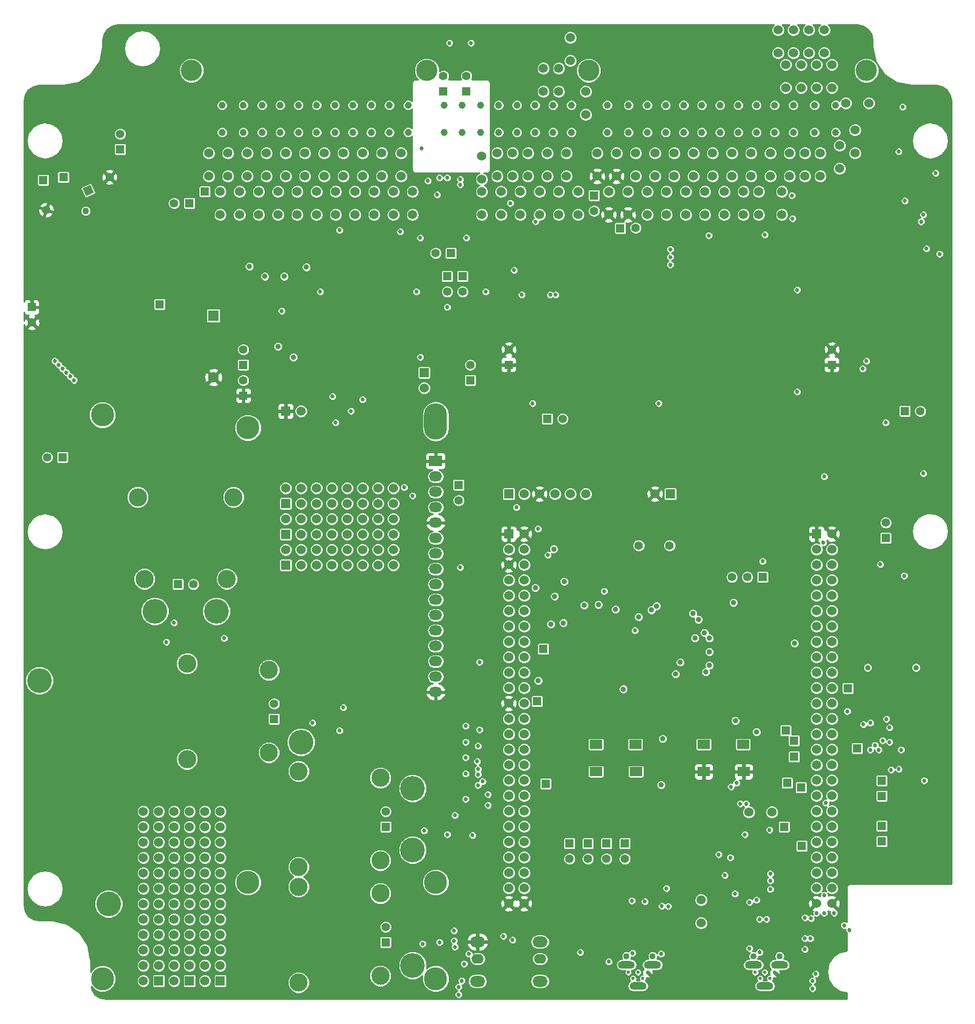
<source format=gbr>
G04 (created by PCBNEW (2013-07-07 BZR 4022)-stable) date 03/11/2014 14:59:00*
%MOIN*%
G04 Gerber Fmt 3.4, Leading zero omitted, Abs format*
%FSLAX34Y34*%
G01*
G70*
G90*
G04 APERTURE LIST*
%ADD10C,0.00393701*%
%ADD11C,0.15*%
%ADD12O,0.085X0.065*%
%ADD13R,0.085X0.065*%
%ADD14O,0.15X0.23622*%
%ADD15C,0.06*%
%ADD16C,0.0453*%
%ADD17C,0.1378*%
%ADD18R,0.055X0.055*%
%ADD19C,0.055*%
%ADD20R,0.06X0.06*%
%ADD21C,0.056*%
%ADD22R,0.0787402X0.0590551*%
%ADD23C,0.07*%
%ADD24R,0.07X0.07*%
%ADD25C,0.035*%
%ADD26C,0.022*%
%ADD27O,0.11X0.05*%
%ADD28C,0.04*%
%ADD29O,0.0787X0.063*%
%ADD30O,0.0984X0.0709*%
%ADD31C,0.1181*%
%ADD32C,0.16*%
%ADD33C,0.027*%
%ADD34C,0.043*%
%ADD35C,0.065*%
%ADD36C,0.006*%
%ADD37C,0.0085*%
G04 APERTURE END LIST*
G54D10*
G54D11*
X57295Y-42584D03*
X57295Y-72112D03*
X69500Y-72112D03*
G54D12*
X69500Y-58750D03*
X69500Y-59750D03*
G54D13*
X69500Y-44750D03*
G54D12*
X69500Y-45750D03*
X69500Y-46750D03*
X69500Y-47750D03*
X69500Y-48750D03*
X69500Y-49750D03*
X69500Y-50750D03*
X69500Y-51750D03*
X69500Y-52750D03*
X69500Y-53750D03*
X69500Y-54750D03*
X69500Y-55750D03*
X69500Y-56750D03*
X69500Y-57750D03*
G54D14*
X69500Y-42167D03*
G54D11*
X69500Y-78364D03*
X47845Y-41750D03*
X47846Y-78364D03*
G54D15*
X78000Y-24750D03*
X78000Y-26250D03*
X61000Y-24750D03*
X61000Y-26250D03*
X59750Y-24750D03*
X59750Y-26250D03*
X58500Y-24750D03*
X58500Y-26250D03*
X57250Y-24750D03*
X57250Y-26250D03*
X54750Y-24750D03*
X54750Y-26250D03*
X56000Y-24750D03*
X56000Y-26250D03*
X87000Y-27250D03*
X87000Y-28750D03*
G54D16*
X55621Y-21628D03*
X55621Y-23400D03*
X56998Y-23400D03*
X56998Y-21628D03*
X61762Y-21628D03*
X61762Y-23400D03*
X60581Y-23400D03*
X60581Y-21628D03*
X58219Y-21628D03*
X58219Y-23400D03*
X59400Y-23400D03*
X59400Y-21628D03*
X64124Y-21628D03*
X64124Y-23400D03*
X62943Y-23400D03*
X62943Y-21628D03*
X65305Y-21628D03*
X65305Y-23400D03*
X66486Y-23400D03*
X66486Y-21628D03*
X73592Y-21628D03*
X73592Y-23400D03*
X72411Y-23400D03*
X72411Y-21628D03*
X70049Y-21628D03*
X70049Y-23400D03*
X71230Y-23400D03*
X71230Y-21628D03*
X75955Y-21628D03*
X75955Y-23400D03*
X74774Y-23400D03*
X74774Y-21628D03*
X77136Y-21628D03*
X77136Y-23400D03*
X67707Y-21628D03*
X67707Y-23400D03*
X78317Y-23400D03*
X78317Y-21628D03*
X82036Y-23400D03*
X82036Y-21628D03*
X80658Y-23400D03*
X80658Y-21628D03*
X86801Y-23400D03*
X86801Y-21628D03*
X85620Y-23400D03*
X85620Y-21628D03*
X83258Y-23400D03*
X83258Y-21628D03*
X84439Y-23400D03*
X84439Y-21628D03*
X89163Y-23400D03*
X89163Y-21628D03*
X87982Y-23400D03*
X87982Y-21628D03*
X90344Y-23400D03*
X90344Y-21628D03*
X91525Y-23400D03*
X91525Y-21628D03*
X92746Y-23400D03*
X92746Y-21628D03*
X94124Y-23400D03*
X94124Y-21628D03*
G54D17*
X53632Y-19384D03*
X68927Y-19384D03*
X79439Y-19384D03*
G54D16*
X95502Y-23400D03*
X95502Y-21628D03*
G54D17*
X97490Y-19384D03*
G54D15*
X75500Y-24750D03*
X75500Y-26250D03*
X77500Y-27250D03*
X77500Y-28750D03*
X76750Y-24750D03*
X76750Y-26250D03*
X78750Y-27250D03*
X78750Y-28750D03*
X80750Y-27250D03*
X80750Y-28750D03*
X80000Y-24750D03*
X80000Y-26250D03*
X82000Y-27250D03*
X82000Y-28750D03*
X81250Y-24750D03*
X81250Y-26250D03*
X83250Y-27250D03*
X83250Y-28750D03*
X82500Y-24750D03*
X82500Y-26250D03*
X84500Y-27250D03*
X84500Y-28750D03*
X83750Y-24750D03*
X83750Y-26250D03*
X85750Y-27250D03*
X85750Y-28750D03*
X85000Y-24750D03*
X85000Y-26250D03*
X76250Y-27250D03*
X76250Y-28750D03*
X86250Y-24750D03*
X86250Y-26250D03*
X88250Y-27250D03*
X88250Y-28750D03*
X87500Y-24750D03*
X87500Y-26250D03*
X89500Y-27250D03*
X89500Y-28750D03*
X88750Y-24750D03*
X88750Y-26250D03*
X90500Y-27250D03*
X90500Y-28750D03*
X90000Y-24750D03*
X90000Y-26250D03*
X92000Y-27250D03*
X92000Y-28750D03*
X91250Y-24750D03*
X91250Y-26250D03*
X93500Y-24750D03*
X93500Y-26250D03*
X92500Y-24750D03*
X92500Y-26250D03*
X95750Y-24250D03*
X95750Y-25750D03*
X94500Y-24750D03*
X94500Y-26250D03*
X96750Y-23250D03*
X96750Y-24750D03*
X96150Y-21500D03*
X97650Y-21500D03*
X65500Y-27250D03*
X65500Y-28750D03*
X56750Y-27250D03*
X56750Y-28750D03*
X58000Y-27250D03*
X58000Y-28750D03*
X59250Y-27250D03*
X59250Y-28750D03*
X60500Y-27250D03*
X60500Y-28750D03*
X61750Y-27250D03*
X61750Y-28750D03*
X63000Y-27250D03*
X63000Y-28750D03*
X62250Y-24750D03*
X62250Y-26250D03*
X64250Y-27250D03*
X64250Y-28750D03*
X63500Y-24750D03*
X63500Y-26250D03*
X55500Y-27250D03*
X55500Y-28750D03*
X64750Y-24750D03*
X64750Y-26250D03*
X66750Y-27250D03*
X66750Y-28750D03*
X66000Y-24750D03*
X66000Y-26250D03*
X68000Y-27250D03*
X68000Y-28750D03*
X67250Y-24750D03*
X67250Y-26250D03*
X72500Y-27250D03*
X72500Y-28750D03*
X72500Y-24950D03*
X72500Y-26450D03*
G54D18*
X74250Y-38500D03*
G54D19*
X74250Y-37500D03*
G54D18*
X95250Y-38500D03*
G54D19*
X95250Y-37500D03*
G54D18*
X70500Y-31250D03*
G54D19*
X69500Y-31250D03*
G54D18*
X78200Y-69584D03*
G54D19*
X78200Y-70584D03*
G54D18*
X79400Y-69584D03*
G54D19*
X79400Y-70584D03*
G54D18*
X80600Y-69584D03*
G54D19*
X80600Y-70584D03*
G54D18*
X81800Y-69584D03*
G54D19*
X81800Y-70584D03*
G54D18*
X90750Y-52284D03*
G54D19*
X89750Y-52284D03*
X88750Y-52284D03*
G54D20*
X74250Y-49484D03*
G54D15*
X75250Y-49484D03*
X74250Y-50484D03*
X75250Y-50484D03*
X74250Y-51484D03*
X75250Y-51484D03*
X74250Y-52484D03*
X75250Y-52484D03*
X74250Y-53484D03*
X75250Y-53484D03*
X74250Y-54484D03*
X75250Y-54484D03*
X74250Y-55484D03*
X75250Y-55484D03*
X74250Y-56484D03*
X75250Y-56484D03*
X74250Y-57484D03*
X75250Y-57484D03*
X74250Y-58484D03*
X75250Y-58484D03*
X74250Y-59484D03*
X75250Y-59484D03*
X74250Y-60484D03*
X75250Y-60484D03*
X74250Y-61484D03*
X75250Y-61484D03*
X74250Y-62484D03*
X75250Y-62484D03*
X74250Y-63484D03*
X75250Y-63484D03*
X74250Y-64484D03*
X75250Y-64484D03*
X74250Y-65484D03*
X75250Y-65484D03*
X74250Y-66484D03*
X75250Y-66484D03*
X74250Y-67484D03*
X75250Y-67484D03*
X74250Y-68484D03*
X75250Y-68484D03*
X74250Y-69484D03*
X75250Y-69484D03*
X74250Y-70484D03*
X75250Y-70484D03*
X74250Y-71484D03*
X75250Y-71484D03*
X74250Y-72484D03*
X75250Y-72484D03*
X74250Y-73484D03*
X75250Y-73484D03*
G54D20*
X94250Y-49484D03*
G54D15*
X95250Y-49484D03*
X94250Y-50484D03*
X95250Y-50484D03*
X94250Y-51484D03*
X95250Y-51484D03*
X94250Y-52484D03*
X95250Y-52484D03*
X94250Y-53484D03*
X95250Y-53484D03*
X94250Y-54484D03*
X95250Y-54484D03*
X94250Y-55484D03*
X95250Y-55484D03*
X94250Y-56484D03*
X95250Y-56484D03*
X94250Y-57484D03*
X95250Y-57484D03*
X94250Y-58484D03*
X95250Y-58484D03*
X94250Y-59484D03*
X95250Y-59484D03*
X94250Y-60484D03*
X95250Y-60484D03*
X94250Y-61484D03*
X95250Y-61484D03*
X94250Y-62484D03*
X95250Y-62484D03*
X94250Y-63484D03*
X95250Y-63484D03*
X94250Y-64484D03*
X95250Y-64484D03*
X94250Y-65484D03*
X95250Y-65484D03*
X94250Y-66484D03*
X95250Y-66484D03*
X94250Y-67484D03*
X95250Y-67484D03*
X94250Y-68484D03*
X95250Y-68484D03*
X94250Y-69484D03*
X95250Y-69484D03*
X94250Y-70484D03*
X95250Y-70484D03*
X94250Y-71484D03*
X95250Y-71484D03*
X94250Y-72484D03*
X95250Y-72484D03*
X94250Y-73484D03*
X95250Y-73484D03*
G54D20*
X84750Y-46884D03*
G54D15*
X83750Y-46884D03*
G54D20*
X74250Y-46884D03*
G54D15*
X75250Y-46884D03*
X76250Y-46884D03*
X77250Y-46884D03*
X78250Y-46884D03*
X79250Y-46884D03*
G54D21*
X82700Y-50234D03*
X84700Y-50234D03*
G54D22*
X86920Y-63148D03*
X89479Y-63148D03*
X89518Y-64919D03*
X86920Y-64919D03*
X79920Y-63148D03*
X82479Y-63148D03*
X82518Y-64919D03*
X79920Y-64919D03*
G54D18*
X51556Y-34560D03*
G54D23*
X55056Y-39310D03*
G54D24*
X55056Y-35310D03*
G54D10*
G36*
X46782Y-27541D02*
X46550Y-27043D01*
X47048Y-26810D01*
X47281Y-27309D01*
X46782Y-27541D01*
X46782Y-27541D01*
G37*
G54D19*
X44196Y-28443D03*
G54D18*
X45306Y-26310D03*
G54D19*
X48306Y-26310D03*
G54D18*
X53500Y-28000D03*
G54D19*
X52500Y-28000D03*
G54D20*
X59750Y-41500D03*
G54D15*
X60750Y-41500D03*
G54D18*
X76750Y-42000D03*
G54D19*
X77750Y-42000D03*
G54D18*
X71750Y-39500D03*
G54D19*
X71750Y-38500D03*
G54D25*
X97576Y-58158D03*
X100725Y-58158D03*
G54D18*
X81500Y-29625D03*
G54D19*
X82500Y-29600D03*
G54D18*
X79800Y-27500D03*
G54D19*
X79800Y-28500D03*
G54D18*
X100000Y-41500D03*
G54D19*
X101000Y-41500D03*
G54D18*
X57000Y-38500D03*
G54D19*
X57000Y-37500D03*
G54D18*
X57000Y-40500D03*
G54D19*
X57000Y-39500D03*
G54D20*
X68750Y-39000D03*
G54D15*
X68750Y-40000D03*
X74500Y-24750D03*
X74500Y-26250D03*
X75000Y-27250D03*
X75000Y-28750D03*
X73500Y-24750D03*
X73500Y-26250D03*
X73750Y-27250D03*
X73750Y-28750D03*
G54D26*
X82020Y-77953D03*
X82335Y-78346D03*
X82650Y-77953D03*
X82964Y-78346D03*
X83279Y-77953D03*
G54D27*
X82650Y-78838D03*
X81901Y-77461D03*
X83594Y-77461D03*
G54D28*
X81900Y-76900D03*
X83600Y-76900D03*
X90150Y-76900D03*
X91850Y-76900D03*
G54D26*
X90270Y-77953D03*
X90585Y-78346D03*
X90900Y-77953D03*
X91214Y-78346D03*
X91529Y-77953D03*
G54D27*
X90900Y-78838D03*
X90151Y-77461D03*
X91844Y-77461D03*
G54D18*
X71500Y-20750D03*
G54D19*
X71500Y-19750D03*
G54D18*
X70000Y-20750D03*
G54D19*
X70000Y-19750D03*
G54D29*
X72222Y-77072D03*
X76278Y-77072D03*
G54D30*
X76278Y-75970D03*
X72222Y-75970D03*
X76278Y-78530D03*
X72222Y-78530D03*
G54D18*
X70250Y-32750D03*
G54D19*
X70250Y-33750D03*
G54D18*
X71250Y-32750D03*
G54D19*
X71250Y-33750D03*
G54D18*
X71000Y-46300D03*
G54D19*
X71000Y-47300D03*
G54D18*
X92800Y-62900D03*
X93300Y-69750D03*
X96300Y-59500D03*
X92250Y-62250D03*
X96900Y-63400D03*
X92800Y-63950D03*
X98500Y-65500D03*
X92350Y-65650D03*
X98500Y-66500D03*
X93250Y-65950D03*
X76650Y-65700D03*
X76100Y-60350D03*
X76500Y-56950D03*
X98500Y-68450D03*
X92150Y-68500D03*
X98500Y-69450D03*
G54D31*
X60593Y-78610D03*
X60593Y-72390D03*
X65907Y-78177D03*
X65907Y-72823D03*
G54D18*
X66250Y-76000D03*
G54D19*
X66250Y-75000D03*
G54D32*
X68000Y-77500D03*
X48250Y-73500D03*
G54D31*
X60593Y-71110D03*
X60593Y-64890D03*
X65907Y-70677D03*
X65907Y-65323D03*
G54D18*
X66250Y-68500D03*
G54D19*
X66250Y-67500D03*
G54D32*
X68000Y-70000D03*
X68000Y-66000D03*
G54D31*
X53343Y-64110D03*
X53343Y-57890D03*
X58657Y-63677D03*
X58657Y-58323D03*
G54D18*
X59000Y-61500D03*
G54D19*
X59000Y-60500D03*
G54D32*
X43750Y-59000D03*
X60750Y-63000D03*
G54D31*
X50140Y-47093D03*
X56360Y-47093D03*
X50573Y-52407D03*
X55927Y-52407D03*
G54D18*
X52750Y-52750D03*
G54D19*
X53750Y-52750D03*
G54D32*
X55250Y-54500D03*
X51250Y-54500D03*
G54D18*
X54500Y-27250D03*
X44000Y-26500D03*
G54D15*
X86750Y-73250D03*
X86750Y-74750D03*
X89850Y-67550D03*
X91350Y-67550D03*
G54D20*
X51500Y-78500D03*
G54D15*
X50500Y-78500D03*
X51500Y-77500D03*
X50500Y-77500D03*
X51500Y-76500D03*
X50500Y-76500D03*
X51500Y-75500D03*
X50500Y-75500D03*
X51500Y-74500D03*
X50500Y-74500D03*
X51500Y-73500D03*
X50500Y-73500D03*
X51500Y-72500D03*
X50500Y-72500D03*
X51500Y-71500D03*
X50500Y-71500D03*
X51500Y-70500D03*
X50500Y-70500D03*
X51500Y-69500D03*
X50500Y-69500D03*
X51500Y-68500D03*
X50500Y-68500D03*
X51500Y-67500D03*
X50500Y-67500D03*
G54D20*
X53500Y-78500D03*
G54D15*
X52500Y-78500D03*
X53500Y-77500D03*
X52500Y-77500D03*
X53500Y-76500D03*
X52500Y-76500D03*
X53500Y-75500D03*
X52500Y-75500D03*
X53500Y-74500D03*
X52500Y-74500D03*
X53500Y-73500D03*
X52500Y-73500D03*
X53500Y-72500D03*
X52500Y-72500D03*
X53500Y-71500D03*
X52500Y-71500D03*
X53500Y-70500D03*
X52500Y-70500D03*
X53500Y-69500D03*
X52500Y-69500D03*
X53500Y-68500D03*
X52500Y-68500D03*
X53500Y-67500D03*
X52500Y-67500D03*
G54D20*
X55500Y-78500D03*
G54D15*
X54500Y-78500D03*
X55500Y-77500D03*
X54500Y-77500D03*
X55500Y-76500D03*
X54500Y-76500D03*
X55500Y-75500D03*
X54500Y-75500D03*
X55500Y-74500D03*
X54500Y-74500D03*
X55500Y-73500D03*
X54500Y-73500D03*
X55500Y-72500D03*
X54500Y-72500D03*
X55500Y-71500D03*
X54500Y-71500D03*
X55500Y-70500D03*
X54500Y-70500D03*
X55500Y-69500D03*
X54500Y-69500D03*
X55500Y-68500D03*
X54500Y-68500D03*
X55500Y-67500D03*
X54500Y-67500D03*
G54D20*
X59750Y-47500D03*
G54D15*
X59750Y-46500D03*
X60750Y-47500D03*
X60750Y-46500D03*
X61750Y-47500D03*
X61750Y-46500D03*
X62750Y-47500D03*
X62750Y-46500D03*
X63750Y-47500D03*
X63750Y-46500D03*
X64750Y-47500D03*
X64750Y-46500D03*
X65750Y-47500D03*
X65750Y-46500D03*
X66750Y-47500D03*
X66750Y-46500D03*
G54D20*
X59750Y-49500D03*
G54D15*
X59750Y-48500D03*
X60750Y-49500D03*
X60750Y-48500D03*
X61750Y-49500D03*
X61750Y-48500D03*
X62750Y-49500D03*
X62750Y-48500D03*
X63750Y-49500D03*
X63750Y-48500D03*
X64750Y-49500D03*
X64750Y-48500D03*
X65750Y-49500D03*
X65750Y-48500D03*
X66750Y-49500D03*
X66750Y-48500D03*
G54D20*
X59750Y-51500D03*
G54D15*
X59750Y-50500D03*
X60750Y-51500D03*
X60750Y-50500D03*
X61750Y-51500D03*
X61750Y-50500D03*
X62750Y-51500D03*
X62750Y-50500D03*
X63750Y-51500D03*
X63750Y-50500D03*
X64750Y-51500D03*
X64750Y-50500D03*
X65750Y-51500D03*
X65750Y-50500D03*
X66750Y-51500D03*
X66750Y-50500D03*
G54D18*
X49000Y-24500D03*
G54D19*
X49000Y-23500D03*
G54D18*
X43250Y-34750D03*
G54D19*
X43250Y-35750D03*
G54D18*
X45250Y-44500D03*
G54D19*
X44250Y-44500D03*
G54D18*
X98750Y-49750D03*
G54D19*
X98750Y-48750D03*
G54D15*
X94250Y-19000D03*
X94250Y-20500D03*
X93750Y-16750D03*
X93750Y-18250D03*
X92750Y-16750D03*
X92750Y-18250D03*
X93250Y-19000D03*
X93250Y-20500D03*
X95250Y-19000D03*
X95250Y-20500D03*
X94750Y-16750D03*
X94750Y-18250D03*
X76500Y-19250D03*
X76500Y-20750D03*
X77500Y-19250D03*
X77500Y-20750D03*
X78250Y-17250D03*
X78250Y-18750D03*
X79250Y-20750D03*
X79250Y-22250D03*
X91750Y-16750D03*
X91750Y-18250D03*
X92250Y-19000D03*
X92250Y-20500D03*
G54D25*
X76170Y-59004D03*
X77800Y-55259D03*
G54D33*
X84750Y-32000D03*
X94750Y-45750D03*
X92700Y-29000D03*
X62800Y-40550D03*
X68250Y-33750D03*
X68500Y-38000D03*
X63000Y-42250D03*
X91200Y-68700D03*
X84500Y-72500D03*
X72750Y-33750D03*
X70400Y-17600D03*
X71800Y-17600D03*
X93000Y-40250D03*
X84000Y-41000D03*
X75800Y-41000D03*
X71500Y-30250D03*
X68500Y-30250D03*
X76950Y-33950D03*
X77300Y-33950D03*
X75100Y-33950D03*
X74600Y-32350D03*
X93000Y-33632D03*
X45250Y-38750D03*
X45500Y-39000D03*
X45750Y-39250D03*
X46000Y-39500D03*
X45000Y-38500D03*
X44750Y-38250D03*
X69600Y-27450D03*
X87250Y-30100D03*
X74350Y-28000D03*
X76000Y-29200D03*
X90900Y-30050D03*
X92650Y-27500D03*
X99600Y-24650D03*
X100000Y-27850D03*
X72250Y-65800D03*
X64000Y-41500D03*
X64750Y-40750D03*
X67200Y-29850D03*
X63250Y-29750D03*
X67450Y-46450D03*
X68000Y-47000D03*
X71100Y-51650D03*
G54D34*
X46750Y-28500D03*
G54D25*
X83866Y-54158D03*
X75975Y-52984D03*
X80073Y-54068D03*
X77850Y-52564D03*
X77235Y-53529D03*
G54D33*
X101250Y-65500D03*
X52500Y-55250D03*
X68750Y-68750D03*
X61500Y-61750D03*
X99000Y-63000D03*
X99600Y-64750D03*
X68650Y-76100D03*
X99950Y-52200D03*
X99000Y-62050D03*
X98400Y-51450D03*
X97250Y-38750D03*
X84750Y-31500D03*
X98750Y-42250D03*
X97500Y-38250D03*
X84750Y-31000D03*
X97750Y-61750D03*
X97750Y-63500D03*
X101200Y-45550D03*
X96250Y-61000D03*
X62000Y-33750D03*
X59500Y-35000D03*
X96050Y-74900D03*
X71450Y-66700D03*
X71450Y-65050D03*
X73900Y-75600D03*
X96400Y-75200D03*
G54D25*
X85400Y-57821D03*
G54D33*
X71450Y-64000D03*
X71450Y-61950D03*
X71450Y-63000D03*
G54D25*
X58400Y-32755D03*
X57400Y-32105D03*
X61100Y-32155D03*
X59650Y-32755D03*
X60250Y-38005D03*
X59250Y-37305D03*
X86225Y-54634D03*
X86576Y-55038D03*
G54D33*
X80450Y-53200D03*
X76800Y-50850D03*
X82450Y-55750D03*
X74750Y-47750D03*
X76150Y-49150D03*
X101400Y-30950D03*
X101050Y-29200D03*
X99850Y-21750D03*
X102250Y-31300D03*
X91250Y-71550D03*
X91250Y-72000D03*
X98300Y-63500D03*
X91000Y-74500D03*
X90550Y-74500D03*
X88950Y-72850D03*
X88300Y-71650D03*
X89900Y-73400D03*
X91250Y-72550D03*
X90550Y-76650D03*
X94700Y-50050D03*
X94750Y-72950D03*
G54D25*
X92825Y-56584D03*
G54D33*
X84610Y-73660D03*
X89680Y-66990D03*
X88700Y-65900D03*
X82250Y-73300D03*
X89050Y-65650D03*
X83100Y-73350D03*
X82300Y-76700D03*
X84200Y-73650D03*
X89300Y-67000D03*
X72250Y-65100D03*
X72900Y-66400D03*
X72550Y-65550D03*
X72900Y-67100D03*
X52000Y-56500D03*
X63250Y-62250D03*
X70250Y-69000D03*
X69750Y-76000D03*
X99750Y-63500D03*
X70750Y-76300D03*
X98550Y-62900D03*
G54D25*
X87284Y-56253D03*
G54D33*
X98800Y-61500D03*
X88650Y-70500D03*
X87900Y-70300D03*
X94850Y-66950D03*
X93850Y-75750D03*
X93900Y-74450D03*
X74500Y-75850D03*
X70250Y-34750D03*
X78900Y-76650D03*
X93500Y-74400D03*
X93500Y-75750D03*
G54D25*
X90350Y-62334D03*
X85095Y-58580D03*
X87289Y-58019D03*
X87058Y-58451D03*
X87289Y-57143D03*
G54D33*
X72250Y-63250D03*
X72200Y-64250D03*
X72250Y-64750D03*
X72350Y-57800D03*
X72350Y-62200D03*
X90750Y-51250D03*
G54D25*
X88850Y-53934D03*
X77175Y-50459D03*
X81700Y-59559D03*
X88975Y-61609D03*
X84150Y-65784D03*
X81185Y-54384D03*
X83522Y-54423D03*
G54D33*
X70700Y-75900D03*
X71900Y-69050D03*
X99100Y-64800D03*
X93500Y-76450D03*
X89900Y-76400D03*
X84150Y-76750D03*
X80750Y-77250D03*
X98050Y-63200D03*
X97300Y-61850D03*
X71650Y-76750D03*
X70700Y-75250D03*
X55750Y-56250D03*
X63500Y-60750D03*
X70750Y-67750D03*
X71350Y-77400D03*
X94200Y-78050D03*
X94250Y-74100D03*
X71200Y-78500D03*
G54D25*
X86969Y-55895D03*
G54D33*
X94750Y-74100D03*
X94000Y-78500D03*
X71000Y-78900D03*
X95400Y-74100D03*
X94000Y-79000D03*
X71000Y-79400D03*
G54D25*
X86351Y-56242D03*
G54D33*
X72250Y-17500D03*
X69250Y-17500D03*
X88000Y-69600D03*
X89100Y-70500D03*
X86800Y-69400D03*
X89750Y-72450D03*
X64750Y-30500D03*
X102250Y-35500D03*
X99750Y-35500D03*
X101000Y-34250D03*
X101000Y-36750D03*
X87750Y-51550D03*
X54000Y-55250D03*
X68750Y-67250D03*
X61500Y-60250D03*
X99400Y-24350D03*
X100150Y-25050D03*
X100300Y-24700D03*
X99950Y-24700D03*
X100100Y-24350D03*
X99750Y-24350D03*
X100500Y-25050D03*
X98750Y-23500D03*
X98400Y-23500D03*
X98800Y-22300D03*
X98950Y-22600D03*
X98600Y-22600D03*
X98250Y-22600D03*
X98050Y-22900D03*
X98400Y-22900D03*
X98750Y-22900D03*
X99100Y-22900D03*
X98950Y-23200D03*
X98600Y-23200D03*
X98250Y-23200D03*
X98050Y-23500D03*
X100050Y-23200D03*
X100050Y-22850D03*
X100050Y-22500D03*
X100050Y-22150D03*
X102300Y-22350D03*
X102000Y-22200D03*
X100700Y-22450D03*
X100700Y-22800D03*
X100350Y-22700D03*
X100350Y-23000D03*
X100350Y-22350D03*
X100350Y-22000D03*
X100700Y-22100D03*
X101050Y-22000D03*
X101050Y-22350D03*
X101050Y-22700D03*
X101350Y-22150D03*
X101700Y-22150D03*
X102650Y-22500D03*
X102750Y-22750D03*
X100050Y-23550D03*
X100050Y-23900D03*
X99100Y-23500D03*
X98950Y-23800D03*
X98600Y-23800D03*
X98250Y-23800D03*
X98050Y-24100D03*
X98400Y-24100D03*
X98750Y-24100D03*
X98400Y-22300D03*
X98050Y-22300D03*
X102300Y-21500D03*
X102650Y-21500D03*
X100550Y-21500D03*
X100200Y-21500D03*
X99900Y-21200D03*
X101950Y-21500D03*
X101600Y-21500D03*
X101250Y-21500D03*
X100900Y-21500D03*
X101450Y-21200D03*
X101800Y-21200D03*
X101100Y-21200D03*
X100750Y-21200D03*
X100400Y-21200D03*
X100200Y-20900D03*
X100550Y-20900D03*
X100900Y-20900D03*
X99950Y-20500D03*
X100350Y-20600D03*
X100700Y-20600D03*
X101100Y-20600D03*
X101400Y-20600D03*
X101750Y-20600D03*
X102100Y-20600D03*
X102700Y-20900D03*
X102300Y-20900D03*
X101950Y-20900D03*
X101600Y-20900D03*
X101250Y-20900D03*
X99500Y-20450D03*
X99150Y-20450D03*
X102900Y-21750D03*
X102900Y-21200D03*
X102500Y-21200D03*
X102150Y-21200D03*
X97800Y-20900D03*
X97400Y-20900D03*
X97050Y-20900D03*
X96650Y-20900D03*
X95850Y-20600D03*
X95950Y-20900D03*
X96300Y-20900D03*
X96150Y-20600D03*
X96500Y-20600D03*
X97600Y-20600D03*
X97250Y-20600D03*
X96850Y-20600D03*
X98800Y-20450D03*
X98450Y-20450D03*
X102250Y-26750D03*
X102250Y-27250D03*
X102000Y-27500D03*
X99200Y-29450D03*
X98900Y-29450D03*
X98600Y-29450D03*
X98300Y-29450D03*
X97950Y-29450D03*
X98150Y-29200D03*
X98450Y-29200D03*
X98750Y-29200D03*
X99050Y-29200D03*
X99350Y-29200D03*
X97800Y-30100D03*
X98150Y-30100D03*
X98450Y-30100D03*
X98750Y-30100D03*
X99000Y-30100D03*
X99250Y-29900D03*
X98900Y-29900D03*
X98600Y-29900D03*
X98300Y-29900D03*
X97950Y-29900D03*
X97750Y-29650D03*
X98100Y-29650D03*
X98450Y-29650D03*
X98750Y-29650D03*
X99050Y-29650D03*
X99400Y-29650D03*
X99650Y-29850D03*
X99500Y-30100D03*
X99650Y-30250D03*
X68650Y-74900D03*
X99100Y-24100D03*
X98100Y-62000D03*
X102150Y-58800D03*
X96850Y-58850D03*
X96600Y-61850D03*
X101850Y-61950D03*
X100600Y-61150D03*
X64150Y-38900D03*
X67450Y-37150D03*
X64100Y-37450D03*
X63225Y-39475D03*
X80000Y-74150D03*
X79150Y-74850D03*
X101250Y-64750D03*
X96750Y-64250D03*
X88250Y-78950D03*
X88250Y-75950D03*
X82600Y-73450D03*
X85500Y-41000D03*
X93750Y-41000D03*
X77250Y-41000D03*
X59550Y-32200D03*
G54D35*
X54306Y-32060D03*
X55056Y-32810D03*
G54D33*
X58650Y-32250D03*
X70500Y-36950D03*
X70400Y-36050D03*
X85450Y-61750D03*
X76500Y-31450D03*
X76300Y-31700D03*
X75950Y-31700D03*
X75500Y-31600D03*
X75800Y-31450D03*
X76150Y-31450D03*
X87300Y-75800D03*
X92250Y-72200D03*
X92250Y-74200D03*
X98750Y-45750D03*
X56600Y-33300D03*
X56950Y-33300D03*
X57350Y-33300D03*
X57800Y-33300D03*
X57550Y-33550D03*
X57200Y-33550D03*
X56800Y-33555D03*
X56600Y-33850D03*
X56950Y-33850D03*
X57350Y-33850D03*
X57800Y-33850D03*
X62000Y-36350D03*
X70500Y-28250D03*
X68750Y-29000D03*
X71250Y-29000D03*
X91900Y-76350D03*
X89350Y-73350D03*
X88100Y-73250D03*
X79250Y-78450D03*
X80250Y-75700D03*
X99250Y-46250D03*
X73350Y-30400D03*
X73600Y-30050D03*
X73700Y-29550D03*
X74150Y-29550D03*
X73950Y-29850D03*
X73950Y-30250D03*
X74350Y-30250D03*
X74350Y-29850D03*
X74600Y-29550D03*
X74950Y-29550D03*
X75300Y-29550D03*
X75650Y-29550D03*
X76050Y-29550D03*
X76350Y-29550D03*
X76550Y-29850D03*
X76200Y-29850D03*
X75850Y-29850D03*
X75450Y-30050D03*
X66750Y-42250D03*
X79750Y-29950D03*
X81600Y-33450D03*
X80700Y-34850D03*
X80350Y-34850D03*
X80200Y-34500D03*
X80550Y-34500D03*
X80400Y-34150D03*
X80400Y-33800D03*
X80200Y-33550D03*
X80400Y-33350D03*
X74100Y-31650D03*
X74450Y-31350D03*
X80650Y-30900D03*
X80650Y-31400D03*
X76500Y-35000D03*
X76400Y-34750D03*
X76750Y-34750D03*
X76200Y-34400D03*
X76600Y-34400D03*
X76400Y-34100D03*
X76300Y-33700D03*
X76600Y-33750D03*
X76600Y-33400D03*
X77250Y-33100D03*
X76900Y-33100D03*
X76550Y-33100D03*
X76250Y-33400D03*
X74550Y-33050D03*
X75000Y-33100D03*
X75350Y-33300D03*
X93100Y-30300D03*
X92750Y-30300D03*
X92900Y-30050D03*
X93150Y-29800D03*
X92750Y-29750D03*
X92950Y-29500D03*
X96800Y-33400D03*
G54D25*
X93600Y-34857D03*
X92800Y-31007D03*
G54D33*
X92950Y-31700D03*
X92950Y-31400D03*
X93150Y-31200D03*
X94000Y-32900D03*
X94100Y-31550D03*
X94450Y-31650D03*
X94750Y-31500D03*
X94950Y-31700D03*
X94000Y-33250D03*
X93350Y-33100D03*
X93650Y-33250D03*
X94050Y-33650D03*
X94750Y-34850D03*
X95050Y-34950D03*
X95200Y-34650D03*
X94750Y-34450D03*
X95100Y-34300D03*
X94850Y-34150D03*
X95150Y-33900D03*
X94850Y-33850D03*
X95000Y-33150D03*
X95000Y-33500D03*
X101300Y-30000D03*
X99850Y-32150D03*
X99900Y-31400D03*
X99650Y-31750D03*
X99450Y-32050D03*
X99050Y-32100D03*
X98650Y-32100D03*
X98900Y-31750D03*
X99250Y-31700D03*
X99650Y-30850D03*
X99450Y-31350D03*
X99300Y-31050D03*
X99050Y-31350D03*
X98700Y-31350D03*
X98850Y-31000D03*
X98500Y-31000D03*
X98150Y-31000D03*
X97800Y-31000D03*
X97700Y-29050D03*
X97450Y-29300D03*
X97400Y-29000D03*
X97150Y-29200D03*
X97000Y-29000D03*
X96800Y-29150D03*
X96650Y-29000D03*
X96450Y-29150D03*
X96300Y-28900D03*
X96100Y-28650D03*
X96050Y-29100D03*
X96850Y-31600D03*
X96850Y-31250D03*
X97100Y-30750D03*
X97100Y-30450D03*
X97100Y-30150D03*
X97100Y-29837D03*
X96100Y-30500D03*
X96100Y-30000D03*
X96000Y-29500D03*
X95850Y-29750D03*
X95600Y-30000D03*
X95850Y-30250D03*
X95713Y-29463D03*
X95500Y-29700D03*
X95240Y-29950D03*
X95347Y-30252D03*
X95600Y-30400D03*
X95000Y-29100D03*
X94750Y-27000D03*
X94750Y-27500D03*
X94650Y-28500D03*
X94650Y-28000D03*
X94900Y-27750D03*
X94900Y-28250D03*
X94900Y-28750D03*
X101000Y-27250D03*
X101000Y-26750D03*
X101000Y-26250D03*
X101000Y-25750D03*
X100750Y-25500D03*
X100750Y-26000D03*
X100750Y-26500D03*
X100750Y-27000D03*
X100250Y-27500D03*
X100750Y-27500D03*
X100500Y-27250D03*
X100500Y-26750D03*
X100500Y-26250D03*
X100500Y-25750D03*
X100250Y-25500D03*
X100250Y-26000D03*
X100250Y-26500D03*
X100250Y-27000D03*
X98750Y-26250D03*
X98250Y-26250D03*
X97750Y-26250D03*
X97250Y-26250D03*
X97000Y-26500D03*
X97500Y-26500D03*
X98000Y-26500D03*
X98500Y-26500D03*
X98750Y-26750D03*
X98500Y-27000D03*
X98250Y-26750D03*
X98000Y-27000D03*
X97750Y-26750D03*
X97500Y-27000D03*
X97250Y-26750D03*
X97000Y-27000D03*
X79750Y-31500D03*
X94000Y-34750D03*
X52500Y-21500D03*
G54D25*
X92370Y-64884D03*
X77310Y-52344D03*
X79961Y-56815D03*
X92400Y-52984D03*
X92900Y-54409D03*
X87150Y-50184D03*
X82750Y-51234D03*
X92400Y-47584D03*
X81107Y-52276D03*
X78300Y-48884D03*
X81450Y-47534D03*
X80650Y-48334D03*
X78850Y-47884D03*
X78914Y-49892D03*
G54D35*
X51556Y-39060D03*
X49056Y-33560D03*
X49056Y-31810D03*
X52056Y-31310D03*
X52056Y-29810D03*
X53556Y-29810D03*
X52806Y-30560D03*
X53556Y-31310D03*
X52806Y-32060D03*
X52056Y-32810D03*
X52806Y-33560D03*
X53556Y-32810D03*
X55056Y-34310D03*
X54306Y-33560D03*
X55056Y-31310D03*
X54306Y-30560D03*
X50306Y-28810D03*
G54D25*
X90800Y-31057D03*
X88800Y-31007D03*
X86550Y-31007D03*
X84250Y-31007D03*
X82250Y-31007D03*
X74300Y-31007D03*
X78900Y-38757D03*
X73100Y-34857D03*
X75100Y-34857D03*
X77100Y-34857D03*
X79100Y-34857D03*
X81100Y-34857D03*
X83100Y-34857D03*
X85600Y-34857D03*
X87600Y-34857D03*
X89600Y-34857D03*
X91600Y-34857D03*
X82400Y-38757D03*
X87150Y-38757D03*
X90650Y-38757D03*
X95600Y-34857D03*
X93375Y-39157D03*
X85125Y-39132D03*
X76875Y-39132D03*
X60275Y-33855D03*
X60525Y-33355D03*
X60775Y-33855D03*
X61025Y-33355D03*
X61275Y-33855D03*
X61525Y-33355D03*
X59650Y-38505D03*
X59400Y-39005D03*
X59150Y-38505D03*
X58900Y-39005D03*
X58650Y-38505D03*
X58375Y-39005D03*
X57800Y-29505D03*
X59475Y-29455D03*
X60850Y-29505D03*
X56500Y-29555D03*
X58050Y-35305D03*
X59950Y-35355D03*
X59600Y-34405D03*
X58400Y-34405D03*
X57400Y-35055D03*
X61100Y-35055D03*
X59250Y-40255D03*
X60300Y-39505D03*
G54D33*
X101200Y-28750D03*
X102000Y-26050D03*
X89600Y-69000D03*
X90350Y-73250D03*
X71100Y-26450D03*
X71100Y-26800D03*
X70250Y-26350D03*
X68600Y-24450D03*
X69000Y-26550D03*
X69750Y-26350D03*
G54D25*
X82689Y-54867D03*
X79150Y-54115D03*
X76993Y-55349D03*
X84250Y-62784D03*
G54D36*
X88000Y-69600D02*
X87000Y-69600D01*
X89100Y-70200D02*
X88500Y-69600D01*
X88500Y-69600D02*
X88000Y-69600D01*
X89100Y-70500D02*
X89100Y-70200D01*
X87000Y-69600D02*
X86800Y-69400D01*
G54D10*
G36*
X103010Y-72207D02*
X102820Y-72207D01*
X102820Y-49348D01*
X102820Y-49309D01*
X102820Y-49270D01*
X102820Y-23980D01*
X102820Y-23940D01*
X102820Y-23901D01*
X102820Y-23901D01*
X102820Y-23901D01*
X102745Y-23525D01*
X102745Y-23524D01*
X102715Y-23451D01*
X102501Y-23131D01*
X102445Y-23075D01*
X102444Y-23075D01*
X102126Y-22862D01*
X102053Y-22832D01*
X102051Y-22832D01*
X101677Y-22757D01*
X101676Y-22756D01*
X101597Y-22756D01*
X101221Y-22831D01*
X101220Y-22831D01*
X101147Y-22862D01*
X100827Y-23076D01*
X100771Y-23132D01*
X100771Y-23133D01*
X100558Y-23451D01*
X100528Y-23524D01*
X100528Y-23525D01*
X100453Y-23901D01*
X100453Y-23901D01*
X100453Y-23901D01*
X100453Y-23940D01*
X100453Y-23980D01*
X100453Y-23980D01*
X100453Y-23980D01*
X100528Y-24355D01*
X100528Y-24357D01*
X100558Y-24430D01*
X100771Y-24748D01*
X100771Y-24749D01*
X100827Y-24805D01*
X101147Y-25019D01*
X101220Y-25049D01*
X101221Y-25049D01*
X101597Y-25124D01*
X101676Y-25124D01*
X101677Y-25124D01*
X102051Y-25049D01*
X102053Y-25049D01*
X102126Y-25019D01*
X102444Y-24806D01*
X102445Y-24805D01*
X102501Y-24750D01*
X102715Y-24430D01*
X102745Y-24357D01*
X102745Y-24356D01*
X102820Y-23980D01*
X102820Y-23980D01*
X102820Y-23980D01*
X102820Y-49270D01*
X102820Y-49270D01*
X102820Y-49269D01*
X102745Y-48894D01*
X102745Y-48892D01*
X102715Y-48819D01*
X102512Y-48516D01*
X102512Y-31248D01*
X102472Y-31151D01*
X102398Y-31077D01*
X102302Y-31037D01*
X102262Y-31037D01*
X102262Y-25998D01*
X102222Y-25901D01*
X102148Y-25827D01*
X102052Y-25787D01*
X101948Y-25787D01*
X101851Y-25827D01*
X101777Y-25901D01*
X101737Y-25997D01*
X101737Y-26101D01*
X101777Y-26198D01*
X101851Y-26272D01*
X101947Y-26312D01*
X102051Y-26312D01*
X102148Y-26272D01*
X102222Y-26198D01*
X102262Y-26102D01*
X102262Y-25998D01*
X102262Y-31037D01*
X102198Y-31037D01*
X102101Y-31077D01*
X102027Y-31151D01*
X101987Y-31247D01*
X101987Y-31351D01*
X102027Y-31448D01*
X102101Y-31522D01*
X102197Y-31562D01*
X102301Y-31562D01*
X102398Y-31522D01*
X102472Y-31448D01*
X102512Y-31352D01*
X102512Y-31248D01*
X102512Y-48516D01*
X102501Y-48500D01*
X102445Y-48444D01*
X102444Y-48443D01*
X102126Y-48231D01*
X102053Y-48200D01*
X102051Y-48200D01*
X101677Y-48126D01*
X101676Y-48125D01*
X101662Y-48125D01*
X101662Y-30898D01*
X101622Y-30801D01*
X101548Y-30727D01*
X101462Y-30691D01*
X101462Y-28698D01*
X101422Y-28601D01*
X101348Y-28527D01*
X101252Y-28487D01*
X101148Y-28487D01*
X101051Y-28527D01*
X100977Y-28601D01*
X100937Y-28697D01*
X100937Y-28801D01*
X100977Y-28898D01*
X101016Y-28937D01*
X100998Y-28937D01*
X100901Y-28977D01*
X100827Y-29051D01*
X100787Y-29147D01*
X100787Y-29251D01*
X100827Y-29348D01*
X100901Y-29422D01*
X100997Y-29462D01*
X101101Y-29462D01*
X101198Y-29422D01*
X101272Y-29348D01*
X101312Y-29252D01*
X101312Y-29148D01*
X101272Y-29051D01*
X101233Y-29012D01*
X101251Y-29012D01*
X101348Y-28972D01*
X101422Y-28898D01*
X101462Y-28802D01*
X101462Y-28698D01*
X101462Y-30691D01*
X101452Y-30687D01*
X101348Y-30687D01*
X101251Y-30727D01*
X101177Y-30801D01*
X101137Y-30897D01*
X101137Y-31001D01*
X101177Y-31098D01*
X101251Y-31172D01*
X101347Y-31212D01*
X101451Y-31212D01*
X101548Y-31172D01*
X101622Y-31098D01*
X101662Y-31002D01*
X101662Y-30898D01*
X101662Y-48125D01*
X101597Y-48125D01*
X101462Y-48152D01*
X101462Y-45498D01*
X101422Y-45401D01*
X101402Y-45381D01*
X101402Y-41420D01*
X101341Y-41272D01*
X101228Y-41158D01*
X101080Y-41097D01*
X100920Y-41097D01*
X100772Y-41158D01*
X100658Y-41271D01*
X100597Y-41419D01*
X100597Y-41579D01*
X100658Y-41727D01*
X100771Y-41841D01*
X100919Y-41902D01*
X101079Y-41902D01*
X101227Y-41841D01*
X101341Y-41728D01*
X101402Y-41580D01*
X101402Y-41420D01*
X101402Y-45381D01*
X101348Y-45327D01*
X101252Y-45287D01*
X101148Y-45287D01*
X101051Y-45327D01*
X100977Y-45401D01*
X100937Y-45497D01*
X100937Y-45601D01*
X100977Y-45698D01*
X101051Y-45772D01*
X101147Y-45812D01*
X101251Y-45812D01*
X101348Y-45772D01*
X101422Y-45698D01*
X101462Y-45602D01*
X101462Y-45498D01*
X101462Y-48152D01*
X101221Y-48200D01*
X101220Y-48200D01*
X101147Y-48230D01*
X100827Y-48444D01*
X100771Y-48500D01*
X100771Y-48502D01*
X100558Y-48819D01*
X100528Y-48892D01*
X100528Y-48894D01*
X100453Y-49269D01*
X100453Y-49270D01*
X100453Y-49270D01*
X100453Y-49309D01*
X100453Y-49348D01*
X100453Y-49349D01*
X100453Y-49349D01*
X100528Y-49724D01*
X100528Y-49726D01*
X100558Y-49799D01*
X100771Y-50116D01*
X100771Y-50118D01*
X100827Y-50174D01*
X101147Y-50388D01*
X101220Y-50418D01*
X101221Y-50418D01*
X101597Y-50493D01*
X101676Y-50493D01*
X101677Y-50492D01*
X102051Y-50418D01*
X102053Y-50418D01*
X102126Y-50387D01*
X102444Y-50175D01*
X102445Y-50174D01*
X102501Y-50118D01*
X102715Y-49799D01*
X102745Y-49726D01*
X102745Y-49724D01*
X102820Y-49349D01*
X102820Y-49348D01*
X102820Y-49348D01*
X102820Y-72207D01*
X101512Y-72207D01*
X101512Y-65448D01*
X101472Y-65351D01*
X101398Y-65277D01*
X101302Y-65237D01*
X101198Y-65237D01*
X101101Y-65277D01*
X101028Y-65350D01*
X101028Y-58098D01*
X100982Y-57987D01*
X100897Y-57902D01*
X100786Y-57856D01*
X100666Y-57856D01*
X100554Y-57902D01*
X100469Y-57987D01*
X100423Y-58098D01*
X100423Y-58218D01*
X100469Y-58329D01*
X100554Y-58414D01*
X100665Y-58461D01*
X100785Y-58461D01*
X100897Y-58415D01*
X100982Y-58330D01*
X101028Y-58219D01*
X101028Y-58098D01*
X101028Y-65350D01*
X101027Y-65351D01*
X100987Y-65447D01*
X100987Y-65551D01*
X101027Y-65648D01*
X101101Y-65722D01*
X101197Y-65762D01*
X101301Y-65762D01*
X101398Y-65722D01*
X101472Y-65648D01*
X101512Y-65552D01*
X101512Y-65448D01*
X101512Y-72207D01*
X100402Y-72207D01*
X100402Y-41749D01*
X100402Y-41199D01*
X100383Y-41152D01*
X100347Y-41116D01*
X100300Y-41097D01*
X100262Y-41097D01*
X100262Y-27798D01*
X100222Y-27701D01*
X100148Y-27627D01*
X100112Y-27612D01*
X100112Y-21698D01*
X100072Y-21601D01*
X99998Y-21527D01*
X99902Y-21487D01*
X99798Y-21487D01*
X99701Y-21527D01*
X99627Y-21601D01*
X99587Y-21697D01*
X99587Y-21801D01*
X99627Y-21898D01*
X99701Y-21972D01*
X99797Y-22012D01*
X99901Y-22012D01*
X99998Y-21972D01*
X100072Y-21898D01*
X100112Y-21802D01*
X100112Y-21698D01*
X100112Y-27612D01*
X100052Y-27587D01*
X99948Y-27587D01*
X99862Y-27622D01*
X99862Y-24598D01*
X99822Y-24501D01*
X99748Y-24427D01*
X99652Y-24387D01*
X99548Y-24387D01*
X99451Y-24427D01*
X99377Y-24501D01*
X99337Y-24597D01*
X99337Y-24701D01*
X99377Y-24798D01*
X99451Y-24872D01*
X99547Y-24912D01*
X99651Y-24912D01*
X99748Y-24872D01*
X99822Y-24798D01*
X99862Y-24702D01*
X99862Y-24598D01*
X99862Y-27622D01*
X99851Y-27627D01*
X99777Y-27701D01*
X99737Y-27797D01*
X99737Y-27901D01*
X99777Y-27998D01*
X99851Y-28072D01*
X99947Y-28112D01*
X100051Y-28112D01*
X100148Y-28072D01*
X100222Y-27998D01*
X100262Y-27902D01*
X100262Y-27798D01*
X100262Y-41097D01*
X100249Y-41097D01*
X99699Y-41097D01*
X99652Y-41116D01*
X99616Y-41152D01*
X99597Y-41199D01*
X99597Y-41250D01*
X99597Y-41800D01*
X99616Y-41847D01*
X99652Y-41883D01*
X99699Y-41902D01*
X99750Y-41902D01*
X100300Y-41902D01*
X100347Y-41883D01*
X100383Y-41847D01*
X100402Y-41800D01*
X100402Y-41749D01*
X100402Y-72207D01*
X100212Y-72207D01*
X100212Y-52148D01*
X100172Y-52051D01*
X100098Y-51977D01*
X100002Y-51937D01*
X99898Y-51937D01*
X99801Y-51977D01*
X99727Y-52051D01*
X99687Y-52147D01*
X99687Y-52251D01*
X99727Y-52348D01*
X99801Y-52422D01*
X99897Y-52462D01*
X100001Y-52462D01*
X100098Y-52422D01*
X100172Y-52348D01*
X100212Y-52252D01*
X100212Y-52148D01*
X100212Y-72207D01*
X100012Y-72207D01*
X100012Y-63448D01*
X99972Y-63351D01*
X99898Y-63277D01*
X99802Y-63237D01*
X99698Y-63237D01*
X99601Y-63277D01*
X99527Y-63351D01*
X99487Y-63447D01*
X99487Y-63551D01*
X99527Y-63648D01*
X99601Y-63722D01*
X99697Y-63762D01*
X99801Y-63762D01*
X99898Y-63722D01*
X99972Y-63648D01*
X100012Y-63552D01*
X100012Y-63448D01*
X100012Y-72207D01*
X99862Y-72207D01*
X99862Y-64698D01*
X99822Y-64601D01*
X99748Y-64527D01*
X99652Y-64487D01*
X99548Y-64487D01*
X99451Y-64527D01*
X99377Y-64601D01*
X99339Y-64692D01*
X99322Y-64651D01*
X99262Y-64591D01*
X99262Y-62948D01*
X99262Y-61998D01*
X99222Y-61901D01*
X99152Y-61831D01*
X99152Y-48670D01*
X99091Y-48522D01*
X99012Y-48443D01*
X99012Y-42198D01*
X98972Y-42101D01*
X98898Y-42027D01*
X98802Y-41987D01*
X98698Y-41987D01*
X98601Y-42027D01*
X98527Y-42101D01*
X98487Y-42197D01*
X98487Y-42301D01*
X98527Y-42398D01*
X98601Y-42472D01*
X98697Y-42512D01*
X98801Y-42512D01*
X98898Y-42472D01*
X98972Y-42398D01*
X99012Y-42302D01*
X99012Y-42198D01*
X99012Y-48443D01*
X98978Y-48408D01*
X98830Y-48347D01*
X98670Y-48347D01*
X98522Y-48408D01*
X98408Y-48521D01*
X98347Y-48669D01*
X98347Y-48829D01*
X98408Y-48977D01*
X98521Y-49091D01*
X98669Y-49152D01*
X98829Y-49152D01*
X98977Y-49091D01*
X99091Y-48978D01*
X99152Y-48830D01*
X99152Y-48670D01*
X99152Y-61831D01*
X99152Y-61831D01*
X99152Y-49999D01*
X99152Y-49449D01*
X99133Y-49402D01*
X99097Y-49366D01*
X99050Y-49347D01*
X98999Y-49347D01*
X98449Y-49347D01*
X98402Y-49366D01*
X98366Y-49402D01*
X98347Y-49449D01*
X98347Y-49500D01*
X98347Y-50050D01*
X98366Y-50097D01*
X98402Y-50133D01*
X98449Y-50152D01*
X98500Y-50152D01*
X99050Y-50152D01*
X99097Y-50133D01*
X99133Y-50097D01*
X99152Y-50050D01*
X99152Y-49999D01*
X99152Y-61831D01*
X99148Y-61827D01*
X99062Y-61791D01*
X99062Y-61448D01*
X99022Y-61351D01*
X98948Y-61277D01*
X98852Y-61237D01*
X98748Y-61237D01*
X98662Y-61272D01*
X98662Y-51398D01*
X98622Y-51301D01*
X98548Y-51227D01*
X98452Y-51187D01*
X98348Y-51187D01*
X98251Y-51227D01*
X98177Y-51301D01*
X98137Y-51397D01*
X98137Y-51501D01*
X98177Y-51598D01*
X98251Y-51672D01*
X98347Y-51712D01*
X98451Y-51712D01*
X98548Y-51672D01*
X98622Y-51598D01*
X98662Y-51502D01*
X98662Y-51398D01*
X98662Y-61272D01*
X98651Y-61277D01*
X98577Y-61351D01*
X98537Y-61447D01*
X98537Y-61551D01*
X98577Y-61648D01*
X98651Y-61722D01*
X98747Y-61762D01*
X98851Y-61762D01*
X98948Y-61722D01*
X99022Y-61648D01*
X99062Y-61552D01*
X99062Y-61448D01*
X99062Y-61791D01*
X99052Y-61787D01*
X98948Y-61787D01*
X98851Y-61827D01*
X98777Y-61901D01*
X98737Y-61997D01*
X98737Y-62101D01*
X98777Y-62198D01*
X98851Y-62272D01*
X98947Y-62312D01*
X99051Y-62312D01*
X99148Y-62272D01*
X99222Y-62198D01*
X99262Y-62102D01*
X99262Y-61998D01*
X99262Y-62948D01*
X99222Y-62851D01*
X99148Y-62777D01*
X99052Y-62737D01*
X98948Y-62737D01*
X98851Y-62777D01*
X98803Y-62825D01*
X98772Y-62751D01*
X98698Y-62677D01*
X98602Y-62637D01*
X98498Y-62637D01*
X98401Y-62677D01*
X98327Y-62751D01*
X98287Y-62847D01*
X98287Y-62951D01*
X98327Y-63048D01*
X98401Y-63122D01*
X98497Y-63162D01*
X98601Y-63162D01*
X98698Y-63122D01*
X98746Y-63074D01*
X98777Y-63148D01*
X98851Y-63222D01*
X98947Y-63262D01*
X99051Y-63262D01*
X99148Y-63222D01*
X99222Y-63148D01*
X99262Y-63052D01*
X99262Y-62948D01*
X99262Y-64591D01*
X99248Y-64577D01*
X99152Y-64537D01*
X99048Y-64537D01*
X98951Y-64577D01*
X98877Y-64651D01*
X98837Y-64747D01*
X98837Y-64851D01*
X98877Y-64948D01*
X98951Y-65022D01*
X99047Y-65062D01*
X99151Y-65062D01*
X99248Y-65022D01*
X99322Y-64948D01*
X99360Y-64857D01*
X99377Y-64898D01*
X99451Y-64972D01*
X99547Y-65012D01*
X99651Y-65012D01*
X99748Y-64972D01*
X99822Y-64898D01*
X99862Y-64802D01*
X99862Y-64698D01*
X99862Y-72207D01*
X98902Y-72207D01*
X98902Y-69699D01*
X98902Y-69149D01*
X98902Y-68699D01*
X98902Y-68149D01*
X98902Y-66749D01*
X98902Y-66199D01*
X98902Y-65749D01*
X98902Y-65199D01*
X98883Y-65152D01*
X98847Y-65116D01*
X98800Y-65097D01*
X98749Y-65097D01*
X98562Y-65097D01*
X98562Y-63448D01*
X98522Y-63351D01*
X98448Y-63277D01*
X98352Y-63237D01*
X98312Y-63237D01*
X98312Y-63148D01*
X98272Y-63051D01*
X98198Y-62977D01*
X98102Y-62937D01*
X98077Y-62937D01*
X98077Y-21415D01*
X98012Y-21258D01*
X97892Y-21137D01*
X97735Y-21072D01*
X97565Y-21072D01*
X97408Y-21137D01*
X97287Y-21257D01*
X97222Y-21414D01*
X97222Y-21584D01*
X97287Y-21741D01*
X97407Y-21862D01*
X97564Y-21927D01*
X97734Y-21927D01*
X97891Y-21862D01*
X98012Y-21742D01*
X98077Y-21585D01*
X98077Y-21415D01*
X98077Y-62937D01*
X98012Y-62937D01*
X98012Y-61698D01*
X97972Y-61601D01*
X97898Y-61527D01*
X97878Y-61519D01*
X97878Y-58098D01*
X97832Y-57987D01*
X97762Y-57916D01*
X97762Y-38198D01*
X97722Y-38101D01*
X97648Y-38027D01*
X97552Y-37987D01*
X97448Y-37987D01*
X97351Y-38027D01*
X97277Y-38101D01*
X97237Y-38197D01*
X97237Y-38301D01*
X97277Y-38398D01*
X97351Y-38472D01*
X97447Y-38512D01*
X97551Y-38512D01*
X97648Y-38472D01*
X97722Y-38398D01*
X97762Y-38302D01*
X97762Y-38198D01*
X97762Y-57916D01*
X97747Y-57902D01*
X97636Y-57856D01*
X97516Y-57856D01*
X97512Y-57857D01*
X97512Y-38698D01*
X97472Y-38601D01*
X97398Y-38527D01*
X97302Y-38487D01*
X97198Y-38487D01*
X97177Y-38495D01*
X97177Y-24665D01*
X97177Y-23165D01*
X97112Y-23008D01*
X96992Y-22887D01*
X96835Y-22822D01*
X96665Y-22822D01*
X96577Y-22858D01*
X96577Y-21415D01*
X96512Y-21258D01*
X96392Y-21137D01*
X96235Y-21072D01*
X96065Y-21072D01*
X95908Y-21137D01*
X95787Y-21257D01*
X95742Y-21367D01*
X95702Y-21328D01*
X95677Y-21317D01*
X95677Y-20415D01*
X95677Y-18915D01*
X95612Y-18758D01*
X95492Y-18637D01*
X95335Y-18572D01*
X95177Y-18572D01*
X95177Y-18165D01*
X95112Y-18008D01*
X94992Y-17887D01*
X94835Y-17822D01*
X94665Y-17822D01*
X94508Y-17887D01*
X94387Y-18007D01*
X94322Y-18164D01*
X94322Y-18334D01*
X94387Y-18491D01*
X94507Y-18612D01*
X94664Y-18677D01*
X94834Y-18677D01*
X94991Y-18612D01*
X95112Y-18492D01*
X95177Y-18335D01*
X95177Y-18165D01*
X95177Y-18572D01*
X95165Y-18572D01*
X95008Y-18637D01*
X94887Y-18757D01*
X94822Y-18914D01*
X94822Y-19084D01*
X94887Y-19241D01*
X95007Y-19362D01*
X95164Y-19427D01*
X95334Y-19427D01*
X95491Y-19362D01*
X95612Y-19242D01*
X95677Y-19085D01*
X95677Y-18915D01*
X95677Y-20415D01*
X95612Y-20258D01*
X95492Y-20137D01*
X95335Y-20072D01*
X95165Y-20072D01*
X95008Y-20137D01*
X94887Y-20257D01*
X94822Y-20414D01*
X94822Y-20584D01*
X94887Y-20741D01*
X95007Y-20862D01*
X95164Y-20927D01*
X95334Y-20927D01*
X95491Y-20862D01*
X95612Y-20742D01*
X95677Y-20585D01*
X95677Y-20415D01*
X95677Y-21317D01*
X95572Y-21274D01*
X95431Y-21273D01*
X95301Y-21327D01*
X95202Y-21427D01*
X95148Y-21557D01*
X95147Y-21698D01*
X95201Y-21828D01*
X95301Y-21927D01*
X95431Y-21981D01*
X95572Y-21982D01*
X95702Y-21928D01*
X95801Y-21828D01*
X95823Y-21777D01*
X95907Y-21862D01*
X96064Y-21927D01*
X96234Y-21927D01*
X96391Y-21862D01*
X96512Y-21742D01*
X96577Y-21585D01*
X96577Y-21415D01*
X96577Y-22858D01*
X96508Y-22887D01*
X96387Y-23007D01*
X96322Y-23164D01*
X96322Y-23334D01*
X96387Y-23491D01*
X96507Y-23612D01*
X96664Y-23677D01*
X96834Y-23677D01*
X96991Y-23612D01*
X97112Y-23492D01*
X97177Y-23335D01*
X97177Y-23165D01*
X97177Y-24665D01*
X97112Y-24508D01*
X96992Y-24387D01*
X96835Y-24322D01*
X96665Y-24322D01*
X96508Y-24387D01*
X96387Y-24507D01*
X96322Y-24664D01*
X96322Y-24834D01*
X96387Y-24991D01*
X96507Y-25112D01*
X96664Y-25177D01*
X96834Y-25177D01*
X96991Y-25112D01*
X97112Y-24992D01*
X97177Y-24835D01*
X97177Y-24665D01*
X97177Y-38495D01*
X97101Y-38527D01*
X97027Y-38601D01*
X96987Y-38697D01*
X96987Y-38801D01*
X97027Y-38898D01*
X97101Y-38972D01*
X97197Y-39012D01*
X97301Y-39012D01*
X97398Y-38972D01*
X97472Y-38898D01*
X97512Y-38802D01*
X97512Y-38698D01*
X97512Y-57857D01*
X97405Y-57902D01*
X97320Y-57987D01*
X97273Y-58098D01*
X97273Y-58218D01*
X97319Y-58329D01*
X97404Y-58414D01*
X97515Y-58461D01*
X97636Y-58461D01*
X97747Y-58415D01*
X97832Y-58330D01*
X97878Y-58219D01*
X97878Y-58098D01*
X97878Y-61519D01*
X97802Y-61487D01*
X97698Y-61487D01*
X97601Y-61527D01*
X97527Y-61601D01*
X97496Y-61675D01*
X97448Y-61627D01*
X97352Y-61587D01*
X97248Y-61587D01*
X97151Y-61627D01*
X97077Y-61701D01*
X97037Y-61797D01*
X97037Y-61901D01*
X97077Y-61998D01*
X97151Y-62072D01*
X97247Y-62112D01*
X97351Y-62112D01*
X97448Y-62072D01*
X97522Y-61998D01*
X97553Y-61924D01*
X97601Y-61972D01*
X97697Y-62012D01*
X97801Y-62012D01*
X97898Y-61972D01*
X97972Y-61898D01*
X98012Y-61802D01*
X98012Y-61698D01*
X98012Y-62937D01*
X97998Y-62937D01*
X97901Y-62977D01*
X97827Y-63051D01*
X97787Y-63147D01*
X97787Y-63237D01*
X97698Y-63237D01*
X97601Y-63277D01*
X97527Y-63351D01*
X97487Y-63447D01*
X97487Y-63551D01*
X97527Y-63648D01*
X97601Y-63722D01*
X97697Y-63762D01*
X97801Y-63762D01*
X97898Y-63722D01*
X97972Y-63648D01*
X98012Y-63552D01*
X98012Y-63462D01*
X98037Y-63462D01*
X98037Y-63551D01*
X98077Y-63648D01*
X98151Y-63722D01*
X98247Y-63762D01*
X98351Y-63762D01*
X98448Y-63722D01*
X98522Y-63648D01*
X98562Y-63552D01*
X98562Y-63448D01*
X98562Y-65097D01*
X98199Y-65097D01*
X98152Y-65116D01*
X98116Y-65152D01*
X98097Y-65199D01*
X98097Y-65250D01*
X98097Y-65800D01*
X98116Y-65847D01*
X98152Y-65883D01*
X98199Y-65902D01*
X98250Y-65902D01*
X98800Y-65902D01*
X98847Y-65883D01*
X98883Y-65847D01*
X98902Y-65800D01*
X98902Y-65749D01*
X98902Y-66199D01*
X98883Y-66152D01*
X98847Y-66116D01*
X98800Y-66097D01*
X98749Y-66097D01*
X98199Y-66097D01*
X98152Y-66116D01*
X98116Y-66152D01*
X98097Y-66199D01*
X98097Y-66250D01*
X98097Y-66800D01*
X98116Y-66847D01*
X98152Y-66883D01*
X98199Y-66902D01*
X98250Y-66902D01*
X98800Y-66902D01*
X98847Y-66883D01*
X98883Y-66847D01*
X98902Y-66800D01*
X98902Y-66749D01*
X98902Y-68149D01*
X98883Y-68102D01*
X98847Y-68066D01*
X98800Y-68047D01*
X98749Y-68047D01*
X98199Y-68047D01*
X98152Y-68066D01*
X98116Y-68102D01*
X98097Y-68149D01*
X98097Y-68200D01*
X98097Y-68750D01*
X98116Y-68797D01*
X98152Y-68833D01*
X98199Y-68852D01*
X98250Y-68852D01*
X98800Y-68852D01*
X98847Y-68833D01*
X98883Y-68797D01*
X98902Y-68750D01*
X98902Y-68699D01*
X98902Y-69149D01*
X98883Y-69102D01*
X98847Y-69066D01*
X98800Y-69047D01*
X98749Y-69047D01*
X98199Y-69047D01*
X98152Y-69066D01*
X98116Y-69102D01*
X98097Y-69149D01*
X98097Y-69200D01*
X98097Y-69750D01*
X98116Y-69797D01*
X98152Y-69833D01*
X98199Y-69852D01*
X98250Y-69852D01*
X98800Y-69852D01*
X98847Y-69833D01*
X98883Y-69797D01*
X98902Y-69750D01*
X98902Y-69699D01*
X98902Y-72207D01*
X97302Y-72207D01*
X97302Y-63649D01*
X97302Y-63099D01*
X97283Y-63052D01*
X97247Y-63016D01*
X97200Y-62997D01*
X97149Y-62997D01*
X96702Y-62997D01*
X96702Y-59749D01*
X96702Y-59199D01*
X96683Y-59152D01*
X96647Y-59116D01*
X96600Y-59097D01*
X96549Y-59097D01*
X96177Y-59097D01*
X96177Y-25665D01*
X96177Y-24165D01*
X96112Y-24008D01*
X95992Y-23887D01*
X95856Y-23831D01*
X95856Y-23329D01*
X95802Y-23199D01*
X95702Y-23100D01*
X95572Y-23046D01*
X95431Y-23045D01*
X95301Y-23099D01*
X95202Y-23199D01*
X95148Y-23329D01*
X95147Y-23470D01*
X95201Y-23600D01*
X95301Y-23699D01*
X95431Y-23753D01*
X95572Y-23754D01*
X95702Y-23700D01*
X95801Y-23600D01*
X95855Y-23470D01*
X95856Y-23329D01*
X95856Y-23831D01*
X95835Y-23822D01*
X95665Y-23822D01*
X95508Y-23887D01*
X95387Y-24007D01*
X95322Y-24164D01*
X95322Y-24334D01*
X95387Y-24491D01*
X95507Y-24612D01*
X95664Y-24677D01*
X95834Y-24677D01*
X95991Y-24612D01*
X96112Y-24492D01*
X96177Y-24335D01*
X96177Y-24165D01*
X96177Y-25665D01*
X96112Y-25508D01*
X95992Y-25387D01*
X95835Y-25322D01*
X95665Y-25322D01*
X95508Y-25387D01*
X95387Y-25507D01*
X95322Y-25664D01*
X95322Y-25834D01*
X95387Y-25991D01*
X95507Y-26112D01*
X95664Y-26177D01*
X95834Y-26177D01*
X95991Y-26112D01*
X96112Y-25992D01*
X96177Y-25835D01*
X96177Y-25665D01*
X96177Y-59097D01*
X95999Y-59097D01*
X95952Y-59116D01*
X95916Y-59152D01*
X95897Y-59199D01*
X95897Y-59250D01*
X95897Y-59800D01*
X95916Y-59847D01*
X95952Y-59883D01*
X95999Y-59902D01*
X96050Y-59902D01*
X96600Y-59902D01*
X96647Y-59883D01*
X96683Y-59847D01*
X96702Y-59800D01*
X96702Y-59749D01*
X96702Y-62997D01*
X96599Y-62997D01*
X96552Y-63016D01*
X96516Y-63052D01*
X96512Y-63063D01*
X96512Y-60948D01*
X96472Y-60851D01*
X96398Y-60777D01*
X96302Y-60737D01*
X96198Y-60737D01*
X96101Y-60777D01*
X96027Y-60851D01*
X95987Y-60947D01*
X95987Y-61051D01*
X96027Y-61148D01*
X96101Y-61222D01*
X96197Y-61262D01*
X96301Y-61262D01*
X96398Y-61222D01*
X96472Y-61148D01*
X96512Y-61052D01*
X96512Y-60948D01*
X96512Y-63063D01*
X96497Y-63099D01*
X96497Y-63150D01*
X96497Y-63700D01*
X96516Y-63747D01*
X96552Y-63783D01*
X96599Y-63802D01*
X96650Y-63802D01*
X97200Y-63802D01*
X97247Y-63783D01*
X97283Y-63747D01*
X97302Y-63700D01*
X97302Y-63649D01*
X97302Y-72207D01*
X96445Y-72207D01*
X96356Y-72225D01*
X96277Y-72277D01*
X96225Y-72356D01*
X96207Y-72445D01*
X96207Y-74686D01*
X96198Y-74677D01*
X96102Y-74637D01*
X95998Y-74637D01*
X95901Y-74677D01*
X95827Y-74751D01*
X95798Y-74821D01*
X95798Y-73556D01*
X95798Y-49556D01*
X95784Y-49341D01*
X95773Y-49314D01*
X95773Y-37566D01*
X95759Y-37361D01*
X95708Y-37238D01*
X95618Y-37212D01*
X95537Y-37294D01*
X95537Y-37131D01*
X95511Y-37041D01*
X95316Y-36976D01*
X95111Y-36990D01*
X94988Y-37041D01*
X94962Y-37131D01*
X95250Y-37418D01*
X95537Y-37131D01*
X95537Y-37294D01*
X95331Y-37500D01*
X95618Y-37787D01*
X95708Y-37761D01*
X95773Y-37566D01*
X95773Y-49314D01*
X95767Y-49300D01*
X95767Y-38823D01*
X95767Y-38176D01*
X95730Y-38087D01*
X95662Y-38019D01*
X95573Y-37982D01*
X95476Y-37982D01*
X95453Y-37982D01*
X95511Y-37958D01*
X95537Y-37868D01*
X95250Y-37581D01*
X95168Y-37662D01*
X95168Y-37500D01*
X94927Y-37258D01*
X94927Y-26165D01*
X94927Y-24665D01*
X94862Y-24508D01*
X94742Y-24387D01*
X94677Y-24360D01*
X94677Y-20415D01*
X94677Y-18915D01*
X94612Y-18758D01*
X94492Y-18637D01*
X94335Y-18572D01*
X94177Y-18572D01*
X94177Y-18165D01*
X94112Y-18008D01*
X93992Y-17887D01*
X93835Y-17822D01*
X93665Y-17822D01*
X93508Y-17887D01*
X93387Y-18007D01*
X93322Y-18164D01*
X93322Y-18334D01*
X93387Y-18491D01*
X93507Y-18612D01*
X93664Y-18677D01*
X93834Y-18677D01*
X93991Y-18612D01*
X94112Y-18492D01*
X94177Y-18335D01*
X94177Y-18165D01*
X94177Y-18572D01*
X94165Y-18572D01*
X94008Y-18637D01*
X93887Y-18757D01*
X93822Y-18914D01*
X93822Y-19084D01*
X93887Y-19241D01*
X94007Y-19362D01*
X94164Y-19427D01*
X94334Y-19427D01*
X94491Y-19362D01*
X94612Y-19242D01*
X94677Y-19085D01*
X94677Y-18915D01*
X94677Y-20415D01*
X94612Y-20258D01*
X94492Y-20137D01*
X94335Y-20072D01*
X94165Y-20072D01*
X94008Y-20137D01*
X93887Y-20257D01*
X93822Y-20414D01*
X93822Y-20584D01*
X93887Y-20741D01*
X94007Y-20862D01*
X94164Y-20927D01*
X94334Y-20927D01*
X94491Y-20862D01*
X94612Y-20742D01*
X94677Y-20585D01*
X94677Y-20415D01*
X94677Y-24360D01*
X94585Y-24322D01*
X94478Y-24322D01*
X94478Y-23329D01*
X94478Y-21557D01*
X94424Y-21427D01*
X94324Y-21328D01*
X94194Y-21274D01*
X94053Y-21273D01*
X93923Y-21327D01*
X93824Y-21427D01*
X93770Y-21557D01*
X93769Y-21698D01*
X93823Y-21828D01*
X93923Y-21927D01*
X94053Y-21981D01*
X94194Y-21982D01*
X94324Y-21928D01*
X94423Y-21828D01*
X94477Y-21698D01*
X94478Y-21557D01*
X94478Y-23329D01*
X94424Y-23199D01*
X94324Y-23100D01*
X94194Y-23046D01*
X94053Y-23045D01*
X93923Y-23099D01*
X93824Y-23199D01*
X93770Y-23329D01*
X93769Y-23470D01*
X93823Y-23600D01*
X93923Y-23699D01*
X94053Y-23753D01*
X94194Y-23754D01*
X94324Y-23700D01*
X94423Y-23600D01*
X94477Y-23470D01*
X94478Y-23329D01*
X94478Y-24322D01*
X94415Y-24322D01*
X94258Y-24387D01*
X94137Y-24507D01*
X94072Y-24664D01*
X94072Y-24834D01*
X94137Y-24991D01*
X94257Y-25112D01*
X94414Y-25177D01*
X94584Y-25177D01*
X94741Y-25112D01*
X94862Y-24992D01*
X94927Y-24835D01*
X94927Y-24665D01*
X94927Y-26165D01*
X94862Y-26008D01*
X94742Y-25887D01*
X94585Y-25822D01*
X94415Y-25822D01*
X94258Y-25887D01*
X94137Y-26007D01*
X94072Y-26164D01*
X94072Y-26334D01*
X94137Y-26491D01*
X94257Y-26612D01*
X94414Y-26677D01*
X94584Y-26677D01*
X94741Y-26612D01*
X94862Y-26492D01*
X94927Y-26335D01*
X94927Y-26165D01*
X94927Y-37258D01*
X94881Y-37212D01*
X94791Y-37238D01*
X94726Y-37433D01*
X94740Y-37638D01*
X94791Y-37761D01*
X94881Y-37787D01*
X95168Y-37500D01*
X95168Y-37662D01*
X94962Y-37868D01*
X94988Y-37958D01*
X95061Y-37982D01*
X95023Y-37982D01*
X94926Y-37982D01*
X94837Y-38019D01*
X94769Y-38087D01*
X94732Y-38176D01*
X94732Y-38381D01*
X94793Y-38442D01*
X95192Y-38442D01*
X95192Y-38434D01*
X95307Y-38434D01*
X95307Y-38442D01*
X95706Y-38442D01*
X95767Y-38381D01*
X95767Y-38176D01*
X95767Y-38823D01*
X95767Y-38618D01*
X95706Y-38557D01*
X95307Y-38557D01*
X95307Y-38956D01*
X95368Y-39017D01*
X95476Y-39017D01*
X95573Y-39017D01*
X95662Y-38980D01*
X95730Y-38912D01*
X95767Y-38823D01*
X95767Y-49300D01*
X95728Y-49207D01*
X95636Y-49178D01*
X95555Y-49260D01*
X95555Y-49097D01*
X95526Y-49005D01*
X95322Y-48935D01*
X95192Y-48944D01*
X95192Y-38956D01*
X95192Y-38557D01*
X94793Y-38557D01*
X94732Y-38618D01*
X94732Y-38823D01*
X94769Y-38912D01*
X94837Y-38980D01*
X94926Y-39017D01*
X95023Y-39017D01*
X95131Y-39017D01*
X95192Y-38956D01*
X95192Y-48944D01*
X95107Y-48949D01*
X95012Y-48988D01*
X95012Y-45698D01*
X94972Y-45601D01*
X94898Y-45527D01*
X94802Y-45487D01*
X94698Y-45487D01*
X94601Y-45527D01*
X94527Y-45601D01*
X94487Y-45697D01*
X94487Y-45801D01*
X94527Y-45898D01*
X94601Y-45972D01*
X94697Y-46012D01*
X94801Y-46012D01*
X94898Y-45972D01*
X94972Y-45898D01*
X95012Y-45802D01*
X95012Y-45698D01*
X95012Y-48988D01*
X94973Y-49005D01*
X94944Y-49097D01*
X95250Y-49402D01*
X95555Y-49097D01*
X95555Y-49260D01*
X95331Y-49484D01*
X95636Y-49789D01*
X95728Y-49760D01*
X95798Y-49556D01*
X95798Y-73556D01*
X95784Y-73341D01*
X95728Y-73207D01*
X95677Y-73191D01*
X95677Y-72399D01*
X95677Y-71399D01*
X95677Y-70399D01*
X95677Y-69399D01*
X95677Y-68399D01*
X95677Y-67399D01*
X95612Y-67242D01*
X95492Y-67121D01*
X95335Y-67056D01*
X95165Y-67056D01*
X95074Y-67093D01*
X95112Y-67002D01*
X95112Y-66898D01*
X95108Y-66888D01*
X95164Y-66911D01*
X95334Y-66911D01*
X95491Y-66846D01*
X95612Y-66726D01*
X95677Y-66569D01*
X95677Y-66399D01*
X95677Y-65399D01*
X95677Y-64399D01*
X95677Y-63399D01*
X95677Y-62399D01*
X95677Y-61399D01*
X95677Y-60399D01*
X95677Y-59399D01*
X95677Y-58399D01*
X95677Y-57399D01*
X95677Y-56399D01*
X95677Y-55399D01*
X95677Y-54399D01*
X95677Y-53399D01*
X95677Y-52399D01*
X95677Y-51399D01*
X95677Y-50399D01*
X95612Y-50242D01*
X95555Y-50184D01*
X95555Y-49870D01*
X95250Y-49565D01*
X95244Y-49570D01*
X95168Y-49495D01*
X95163Y-49489D01*
X95168Y-49484D01*
X94863Y-49178D01*
X94792Y-49200D01*
X94792Y-49135D01*
X94755Y-49046D01*
X94687Y-48978D01*
X94598Y-48941D01*
X94501Y-48941D01*
X94368Y-48941D01*
X94307Y-49002D01*
X94307Y-49426D01*
X94315Y-49426D01*
X94315Y-49541D01*
X94307Y-49541D01*
X94307Y-49965D01*
X94368Y-50026D01*
X94437Y-50026D01*
X94437Y-50098D01*
X94335Y-50056D01*
X94192Y-50056D01*
X94192Y-49965D01*
X94192Y-49541D01*
X94192Y-49426D01*
X94192Y-49002D01*
X94131Y-48941D01*
X93998Y-48941D01*
X93927Y-48941D01*
X93927Y-26165D01*
X93927Y-24665D01*
X93862Y-24508D01*
X93742Y-24387D01*
X93677Y-24360D01*
X93677Y-20415D01*
X93677Y-18915D01*
X93612Y-18758D01*
X93492Y-18637D01*
X93335Y-18572D01*
X93177Y-18572D01*
X93177Y-18165D01*
X93112Y-18008D01*
X92992Y-17887D01*
X92835Y-17822D01*
X92665Y-17822D01*
X92508Y-17887D01*
X92387Y-18007D01*
X92322Y-18164D01*
X92322Y-18334D01*
X92387Y-18491D01*
X92507Y-18612D01*
X92664Y-18677D01*
X92834Y-18677D01*
X92991Y-18612D01*
X93112Y-18492D01*
X93177Y-18335D01*
X93177Y-18165D01*
X93177Y-18572D01*
X93165Y-18572D01*
X93008Y-18637D01*
X92887Y-18757D01*
X92822Y-18914D01*
X92822Y-19084D01*
X92887Y-19241D01*
X93007Y-19362D01*
X93164Y-19427D01*
X93334Y-19427D01*
X93491Y-19362D01*
X93612Y-19242D01*
X93677Y-19085D01*
X93677Y-18915D01*
X93677Y-20415D01*
X93612Y-20258D01*
X93492Y-20137D01*
X93335Y-20072D01*
X93165Y-20072D01*
X93008Y-20137D01*
X92887Y-20257D01*
X92822Y-20414D01*
X92822Y-20584D01*
X92887Y-20741D01*
X93007Y-20862D01*
X93164Y-20927D01*
X93334Y-20927D01*
X93491Y-20862D01*
X93612Y-20742D01*
X93677Y-20585D01*
X93677Y-20415D01*
X93677Y-24360D01*
X93585Y-24322D01*
X93415Y-24322D01*
X93258Y-24387D01*
X93137Y-24507D01*
X93100Y-24598D01*
X93100Y-23329D01*
X93100Y-21557D01*
X93046Y-21427D01*
X92946Y-21328D01*
X92816Y-21274D01*
X92677Y-21273D01*
X92677Y-20415D01*
X92677Y-18915D01*
X92612Y-18758D01*
X92492Y-18637D01*
X92335Y-18572D01*
X92177Y-18572D01*
X92177Y-18165D01*
X92112Y-18008D01*
X91992Y-17887D01*
X91835Y-17822D01*
X91665Y-17822D01*
X91508Y-17887D01*
X91387Y-18007D01*
X91322Y-18164D01*
X91322Y-18334D01*
X91387Y-18491D01*
X91507Y-18612D01*
X91664Y-18677D01*
X91834Y-18677D01*
X91991Y-18612D01*
X92112Y-18492D01*
X92177Y-18335D01*
X92177Y-18165D01*
X92177Y-18572D01*
X92165Y-18572D01*
X92008Y-18637D01*
X91887Y-18757D01*
X91822Y-18914D01*
X91822Y-19084D01*
X91887Y-19241D01*
X92007Y-19362D01*
X92164Y-19427D01*
X92334Y-19427D01*
X92491Y-19362D01*
X92612Y-19242D01*
X92677Y-19085D01*
X92677Y-18915D01*
X92677Y-20415D01*
X92612Y-20258D01*
X92492Y-20137D01*
X92335Y-20072D01*
X92165Y-20072D01*
X92008Y-20137D01*
X91887Y-20257D01*
X91822Y-20414D01*
X91822Y-20584D01*
X91887Y-20741D01*
X92007Y-20862D01*
X92164Y-20927D01*
X92334Y-20927D01*
X92491Y-20862D01*
X92612Y-20742D01*
X92677Y-20585D01*
X92677Y-20415D01*
X92677Y-21273D01*
X92675Y-21273D01*
X92545Y-21327D01*
X92446Y-21427D01*
X92392Y-21557D01*
X92391Y-21698D01*
X92445Y-21828D01*
X92545Y-21927D01*
X92675Y-21981D01*
X92816Y-21982D01*
X92946Y-21928D01*
X93045Y-21828D01*
X93099Y-21698D01*
X93100Y-21557D01*
X93100Y-23329D01*
X93046Y-23199D01*
X92946Y-23100D01*
X92816Y-23046D01*
X92675Y-23045D01*
X92545Y-23099D01*
X92446Y-23199D01*
X92392Y-23329D01*
X92391Y-23470D01*
X92445Y-23600D01*
X92545Y-23699D01*
X92675Y-23753D01*
X92816Y-23754D01*
X92946Y-23700D01*
X93045Y-23600D01*
X93099Y-23470D01*
X93100Y-23329D01*
X93100Y-24598D01*
X93072Y-24664D01*
X93072Y-24834D01*
X93137Y-24991D01*
X93257Y-25112D01*
X93414Y-25177D01*
X93584Y-25177D01*
X93741Y-25112D01*
X93862Y-24992D01*
X93927Y-24835D01*
X93927Y-24665D01*
X93927Y-26165D01*
X93862Y-26008D01*
X93742Y-25887D01*
X93585Y-25822D01*
X93415Y-25822D01*
X93258Y-25887D01*
X93137Y-26007D01*
X93072Y-26164D01*
X93072Y-26334D01*
X93137Y-26491D01*
X93257Y-26612D01*
X93414Y-26677D01*
X93584Y-26677D01*
X93741Y-26612D01*
X93862Y-26492D01*
X93927Y-26335D01*
X93927Y-26165D01*
X93927Y-48941D01*
X93901Y-48941D01*
X93812Y-48978D01*
X93744Y-49046D01*
X93707Y-49135D01*
X93707Y-49365D01*
X93768Y-49426D01*
X94192Y-49426D01*
X94192Y-49541D01*
X93768Y-49541D01*
X93707Y-49602D01*
X93707Y-49832D01*
X93744Y-49921D01*
X93812Y-49989D01*
X93901Y-50026D01*
X93998Y-50026D01*
X94131Y-50026D01*
X94192Y-49965D01*
X94192Y-50056D01*
X94165Y-50056D01*
X94008Y-50121D01*
X93887Y-50241D01*
X93822Y-50398D01*
X93822Y-50568D01*
X93887Y-50725D01*
X94007Y-50846D01*
X94164Y-50911D01*
X94334Y-50911D01*
X94491Y-50846D01*
X94612Y-50726D01*
X94677Y-50569D01*
X94677Y-50399D01*
X94640Y-50309D01*
X94647Y-50312D01*
X94751Y-50312D01*
X94848Y-50272D01*
X94922Y-50198D01*
X94962Y-50102D01*
X94962Y-49998D01*
X94922Y-49901D01*
X94918Y-49897D01*
X94944Y-49870D01*
X94973Y-49962D01*
X95177Y-50032D01*
X95392Y-50018D01*
X95526Y-49962D01*
X95555Y-49870D01*
X95555Y-50184D01*
X95492Y-50121D01*
X95335Y-50056D01*
X95165Y-50056D01*
X95008Y-50121D01*
X94887Y-50241D01*
X94822Y-50398D01*
X94822Y-50568D01*
X94887Y-50725D01*
X95007Y-50846D01*
X95164Y-50911D01*
X95334Y-50911D01*
X95491Y-50846D01*
X95612Y-50726D01*
X95677Y-50569D01*
X95677Y-50399D01*
X95677Y-51399D01*
X95612Y-51242D01*
X95492Y-51121D01*
X95335Y-51056D01*
X95165Y-51056D01*
X95008Y-51121D01*
X94887Y-51241D01*
X94822Y-51398D01*
X94822Y-51568D01*
X94887Y-51725D01*
X95007Y-51846D01*
X95164Y-51911D01*
X95334Y-51911D01*
X95491Y-51846D01*
X95612Y-51726D01*
X95677Y-51569D01*
X95677Y-51399D01*
X95677Y-52399D01*
X95612Y-52242D01*
X95492Y-52121D01*
X95335Y-52056D01*
X95165Y-52056D01*
X95008Y-52121D01*
X94887Y-52241D01*
X94822Y-52398D01*
X94822Y-52568D01*
X94887Y-52725D01*
X95007Y-52846D01*
X95164Y-52911D01*
X95334Y-52911D01*
X95491Y-52846D01*
X95612Y-52726D01*
X95677Y-52569D01*
X95677Y-52399D01*
X95677Y-53399D01*
X95612Y-53242D01*
X95492Y-53121D01*
X95335Y-53056D01*
X95165Y-53056D01*
X95008Y-53121D01*
X94887Y-53241D01*
X94822Y-53398D01*
X94822Y-53568D01*
X94887Y-53725D01*
X95007Y-53846D01*
X95164Y-53911D01*
X95334Y-53911D01*
X95491Y-53846D01*
X95612Y-53726D01*
X95677Y-53569D01*
X95677Y-53399D01*
X95677Y-54399D01*
X95612Y-54242D01*
X95492Y-54121D01*
X95335Y-54056D01*
X95165Y-54056D01*
X95008Y-54121D01*
X94887Y-54241D01*
X94822Y-54398D01*
X94822Y-54568D01*
X94887Y-54725D01*
X95007Y-54846D01*
X95164Y-54911D01*
X95334Y-54911D01*
X95491Y-54846D01*
X95612Y-54726D01*
X95677Y-54569D01*
X95677Y-54399D01*
X95677Y-55399D01*
X95612Y-55242D01*
X95492Y-55121D01*
X95335Y-55056D01*
X95165Y-55056D01*
X95008Y-55121D01*
X94887Y-55241D01*
X94822Y-55398D01*
X94822Y-55568D01*
X94887Y-55725D01*
X95007Y-55846D01*
X95164Y-55911D01*
X95334Y-55911D01*
X95491Y-55846D01*
X95612Y-55726D01*
X95677Y-55569D01*
X95677Y-55399D01*
X95677Y-56399D01*
X95612Y-56242D01*
X95492Y-56121D01*
X95335Y-56056D01*
X95165Y-56056D01*
X95008Y-56121D01*
X94887Y-56241D01*
X94822Y-56398D01*
X94822Y-56568D01*
X94887Y-56725D01*
X95007Y-56846D01*
X95164Y-56911D01*
X95334Y-56911D01*
X95491Y-56846D01*
X95612Y-56726D01*
X95677Y-56569D01*
X95677Y-56399D01*
X95677Y-57399D01*
X95612Y-57242D01*
X95492Y-57121D01*
X95335Y-57056D01*
X95165Y-57056D01*
X95008Y-57121D01*
X94887Y-57241D01*
X94822Y-57398D01*
X94822Y-57568D01*
X94887Y-57725D01*
X95007Y-57846D01*
X95164Y-57911D01*
X95334Y-57911D01*
X95491Y-57846D01*
X95612Y-57726D01*
X95677Y-57569D01*
X95677Y-57399D01*
X95677Y-58399D01*
X95612Y-58242D01*
X95492Y-58121D01*
X95335Y-58056D01*
X95165Y-58056D01*
X95008Y-58121D01*
X94887Y-58241D01*
X94822Y-58398D01*
X94822Y-58568D01*
X94887Y-58725D01*
X95007Y-58846D01*
X95164Y-58911D01*
X95334Y-58911D01*
X95491Y-58846D01*
X95612Y-58726D01*
X95677Y-58569D01*
X95677Y-58399D01*
X95677Y-59399D01*
X95612Y-59242D01*
X95492Y-59121D01*
X95335Y-59056D01*
X95165Y-59056D01*
X95008Y-59121D01*
X94887Y-59241D01*
X94822Y-59398D01*
X94822Y-59568D01*
X94887Y-59725D01*
X95007Y-59846D01*
X95164Y-59911D01*
X95334Y-59911D01*
X95491Y-59846D01*
X95612Y-59726D01*
X95677Y-59569D01*
X95677Y-59399D01*
X95677Y-60399D01*
X95612Y-60242D01*
X95492Y-60121D01*
X95335Y-60056D01*
X95165Y-60056D01*
X95008Y-60121D01*
X94887Y-60241D01*
X94822Y-60398D01*
X94822Y-60568D01*
X94887Y-60725D01*
X95007Y-60846D01*
X95164Y-60911D01*
X95334Y-60911D01*
X95491Y-60846D01*
X95612Y-60726D01*
X95677Y-60569D01*
X95677Y-60399D01*
X95677Y-61399D01*
X95612Y-61242D01*
X95492Y-61121D01*
X95335Y-61056D01*
X95165Y-61056D01*
X95008Y-61121D01*
X94887Y-61241D01*
X94822Y-61398D01*
X94822Y-61568D01*
X94887Y-61725D01*
X95007Y-61846D01*
X95164Y-61911D01*
X95334Y-61911D01*
X95491Y-61846D01*
X95612Y-61726D01*
X95677Y-61569D01*
X95677Y-61399D01*
X95677Y-62399D01*
X95612Y-62242D01*
X95492Y-62121D01*
X95335Y-62056D01*
X95165Y-62056D01*
X95008Y-62121D01*
X94887Y-62241D01*
X94822Y-62398D01*
X94822Y-62568D01*
X94887Y-62725D01*
X95007Y-62846D01*
X95164Y-62911D01*
X95334Y-62911D01*
X95491Y-62846D01*
X95612Y-62726D01*
X95677Y-62569D01*
X95677Y-62399D01*
X95677Y-63399D01*
X95612Y-63242D01*
X95492Y-63121D01*
X95335Y-63056D01*
X95165Y-63056D01*
X95008Y-63121D01*
X94887Y-63241D01*
X94822Y-63398D01*
X94822Y-63568D01*
X94887Y-63725D01*
X95007Y-63846D01*
X95164Y-63911D01*
X95334Y-63911D01*
X95491Y-63846D01*
X95612Y-63726D01*
X95677Y-63569D01*
X95677Y-63399D01*
X95677Y-64399D01*
X95612Y-64242D01*
X95492Y-64121D01*
X95335Y-64056D01*
X95165Y-64056D01*
X95008Y-64121D01*
X94887Y-64241D01*
X94822Y-64398D01*
X94822Y-64568D01*
X94887Y-64725D01*
X95007Y-64846D01*
X95164Y-64911D01*
X95334Y-64911D01*
X95491Y-64846D01*
X95612Y-64726D01*
X95677Y-64569D01*
X95677Y-64399D01*
X95677Y-65399D01*
X95612Y-65242D01*
X95492Y-65121D01*
X95335Y-65056D01*
X95165Y-65056D01*
X95008Y-65121D01*
X94887Y-65241D01*
X94822Y-65398D01*
X94822Y-65568D01*
X94887Y-65725D01*
X95007Y-65846D01*
X95164Y-65911D01*
X95334Y-65911D01*
X95491Y-65846D01*
X95612Y-65726D01*
X95677Y-65569D01*
X95677Y-65399D01*
X95677Y-66399D01*
X95612Y-66242D01*
X95492Y-66121D01*
X95335Y-66056D01*
X95165Y-66056D01*
X95008Y-66121D01*
X94887Y-66241D01*
X94822Y-66398D01*
X94822Y-66568D01*
X94871Y-66687D01*
X94798Y-66687D01*
X94701Y-66727D01*
X94677Y-66751D01*
X94677Y-66399D01*
X94677Y-65399D01*
X94677Y-64399D01*
X94677Y-63399D01*
X94677Y-62399D01*
X94677Y-61399D01*
X94677Y-60399D01*
X94677Y-59399D01*
X94677Y-58399D01*
X94677Y-57399D01*
X94677Y-56399D01*
X94677Y-55399D01*
X94677Y-54399D01*
X94677Y-53399D01*
X94677Y-52399D01*
X94677Y-51399D01*
X94612Y-51242D01*
X94492Y-51121D01*
X94335Y-51056D01*
X94165Y-51056D01*
X94008Y-51121D01*
X93887Y-51241D01*
X93822Y-51398D01*
X93822Y-51568D01*
X93887Y-51725D01*
X94007Y-51846D01*
X94164Y-51911D01*
X94334Y-51911D01*
X94491Y-51846D01*
X94612Y-51726D01*
X94677Y-51569D01*
X94677Y-51399D01*
X94677Y-52399D01*
X94612Y-52242D01*
X94492Y-52121D01*
X94335Y-52056D01*
X94165Y-52056D01*
X94008Y-52121D01*
X93887Y-52241D01*
X93822Y-52398D01*
X93822Y-52568D01*
X93887Y-52725D01*
X94007Y-52846D01*
X94164Y-52911D01*
X94334Y-52911D01*
X94491Y-52846D01*
X94612Y-52726D01*
X94677Y-52569D01*
X94677Y-52399D01*
X94677Y-53399D01*
X94612Y-53242D01*
X94492Y-53121D01*
X94335Y-53056D01*
X94165Y-53056D01*
X94008Y-53121D01*
X93887Y-53241D01*
X93822Y-53398D01*
X93822Y-53568D01*
X93887Y-53725D01*
X94007Y-53846D01*
X94164Y-53911D01*
X94334Y-53911D01*
X94491Y-53846D01*
X94612Y-53726D01*
X94677Y-53569D01*
X94677Y-53399D01*
X94677Y-54399D01*
X94612Y-54242D01*
X94492Y-54121D01*
X94335Y-54056D01*
X94165Y-54056D01*
X94008Y-54121D01*
X93887Y-54241D01*
X93822Y-54398D01*
X93822Y-54568D01*
X93887Y-54725D01*
X94007Y-54846D01*
X94164Y-54911D01*
X94334Y-54911D01*
X94491Y-54846D01*
X94612Y-54726D01*
X94677Y-54569D01*
X94677Y-54399D01*
X94677Y-55399D01*
X94612Y-55242D01*
X94492Y-55121D01*
X94335Y-55056D01*
X94165Y-55056D01*
X94008Y-55121D01*
X93887Y-55241D01*
X93822Y-55398D01*
X93822Y-55568D01*
X93887Y-55725D01*
X94007Y-55846D01*
X94164Y-55911D01*
X94334Y-55911D01*
X94491Y-55846D01*
X94612Y-55726D01*
X94677Y-55569D01*
X94677Y-55399D01*
X94677Y-56399D01*
X94612Y-56242D01*
X94492Y-56121D01*
X94335Y-56056D01*
X94165Y-56056D01*
X94008Y-56121D01*
X93887Y-56241D01*
X93822Y-56398D01*
X93822Y-56568D01*
X93887Y-56725D01*
X94007Y-56846D01*
X94164Y-56911D01*
X94334Y-56911D01*
X94491Y-56846D01*
X94612Y-56726D01*
X94677Y-56569D01*
X94677Y-56399D01*
X94677Y-57399D01*
X94612Y-57242D01*
X94492Y-57121D01*
X94335Y-57056D01*
X94165Y-57056D01*
X94008Y-57121D01*
X93887Y-57241D01*
X93822Y-57398D01*
X93822Y-57568D01*
X93887Y-57725D01*
X94007Y-57846D01*
X94164Y-57911D01*
X94334Y-57911D01*
X94491Y-57846D01*
X94612Y-57726D01*
X94677Y-57569D01*
X94677Y-57399D01*
X94677Y-58399D01*
X94612Y-58242D01*
X94492Y-58121D01*
X94335Y-58056D01*
X94165Y-58056D01*
X94008Y-58121D01*
X93887Y-58241D01*
X93822Y-58398D01*
X93822Y-58568D01*
X93887Y-58725D01*
X94007Y-58846D01*
X94164Y-58911D01*
X94334Y-58911D01*
X94491Y-58846D01*
X94612Y-58726D01*
X94677Y-58569D01*
X94677Y-58399D01*
X94677Y-59399D01*
X94612Y-59242D01*
X94492Y-59121D01*
X94335Y-59056D01*
X94165Y-59056D01*
X94008Y-59121D01*
X93887Y-59241D01*
X93822Y-59398D01*
X93822Y-59568D01*
X93887Y-59725D01*
X94007Y-59846D01*
X94164Y-59911D01*
X94334Y-59911D01*
X94491Y-59846D01*
X94612Y-59726D01*
X94677Y-59569D01*
X94677Y-59399D01*
X94677Y-60399D01*
X94612Y-60242D01*
X94492Y-60121D01*
X94335Y-60056D01*
X94165Y-60056D01*
X94008Y-60121D01*
X93887Y-60241D01*
X93822Y-60398D01*
X93822Y-60568D01*
X93887Y-60725D01*
X94007Y-60846D01*
X94164Y-60911D01*
X94334Y-60911D01*
X94491Y-60846D01*
X94612Y-60726D01*
X94677Y-60569D01*
X94677Y-60399D01*
X94677Y-61399D01*
X94612Y-61242D01*
X94492Y-61121D01*
X94335Y-61056D01*
X94165Y-61056D01*
X94008Y-61121D01*
X93887Y-61241D01*
X93822Y-61398D01*
X93822Y-61568D01*
X93887Y-61725D01*
X94007Y-61846D01*
X94164Y-61911D01*
X94334Y-61911D01*
X94491Y-61846D01*
X94612Y-61726D01*
X94677Y-61569D01*
X94677Y-61399D01*
X94677Y-62399D01*
X94612Y-62242D01*
X94492Y-62121D01*
X94335Y-62056D01*
X94165Y-62056D01*
X94008Y-62121D01*
X93887Y-62241D01*
X93822Y-62398D01*
X93822Y-62568D01*
X93887Y-62725D01*
X94007Y-62846D01*
X94164Y-62911D01*
X94334Y-62911D01*
X94491Y-62846D01*
X94612Y-62726D01*
X94677Y-62569D01*
X94677Y-62399D01*
X94677Y-63399D01*
X94612Y-63242D01*
X94492Y-63121D01*
X94335Y-63056D01*
X94165Y-63056D01*
X94008Y-63121D01*
X93887Y-63241D01*
X93822Y-63398D01*
X93822Y-63568D01*
X93887Y-63725D01*
X94007Y-63846D01*
X94164Y-63911D01*
X94334Y-63911D01*
X94491Y-63846D01*
X94612Y-63726D01*
X94677Y-63569D01*
X94677Y-63399D01*
X94677Y-64399D01*
X94612Y-64242D01*
X94492Y-64121D01*
X94335Y-64056D01*
X94165Y-64056D01*
X94008Y-64121D01*
X93887Y-64241D01*
X93822Y-64398D01*
X93822Y-64568D01*
X93887Y-64725D01*
X94007Y-64846D01*
X94164Y-64911D01*
X94334Y-64911D01*
X94491Y-64846D01*
X94612Y-64726D01*
X94677Y-64569D01*
X94677Y-64399D01*
X94677Y-65399D01*
X94612Y-65242D01*
X94492Y-65121D01*
X94335Y-65056D01*
X94165Y-65056D01*
X94008Y-65121D01*
X93887Y-65241D01*
X93822Y-65398D01*
X93822Y-65568D01*
X93887Y-65725D01*
X94007Y-65846D01*
X94164Y-65911D01*
X94334Y-65911D01*
X94491Y-65846D01*
X94612Y-65726D01*
X94677Y-65569D01*
X94677Y-65399D01*
X94677Y-66399D01*
X94612Y-66242D01*
X94492Y-66121D01*
X94335Y-66056D01*
X94165Y-66056D01*
X94008Y-66121D01*
X93887Y-66241D01*
X93822Y-66398D01*
X93822Y-66568D01*
X93887Y-66725D01*
X94007Y-66846D01*
X94164Y-66911D01*
X94334Y-66911D01*
X94491Y-66846D01*
X94612Y-66726D01*
X94677Y-66569D01*
X94677Y-66399D01*
X94677Y-66751D01*
X94627Y-66801D01*
X94587Y-66897D01*
X94587Y-67001D01*
X94627Y-67098D01*
X94701Y-67172D01*
X94797Y-67212D01*
X94901Y-67212D01*
X94927Y-67202D01*
X94887Y-67241D01*
X94822Y-67398D01*
X94822Y-67568D01*
X94887Y-67725D01*
X95007Y-67846D01*
X95164Y-67911D01*
X95334Y-67911D01*
X95491Y-67846D01*
X95612Y-67726D01*
X95677Y-67569D01*
X95677Y-67399D01*
X95677Y-68399D01*
X95612Y-68242D01*
X95492Y-68121D01*
X95335Y-68056D01*
X95165Y-68056D01*
X95008Y-68121D01*
X94887Y-68241D01*
X94822Y-68398D01*
X94822Y-68568D01*
X94887Y-68725D01*
X95007Y-68846D01*
X95164Y-68911D01*
X95334Y-68911D01*
X95491Y-68846D01*
X95612Y-68726D01*
X95677Y-68569D01*
X95677Y-68399D01*
X95677Y-69399D01*
X95612Y-69242D01*
X95492Y-69121D01*
X95335Y-69056D01*
X95165Y-69056D01*
X95008Y-69121D01*
X94887Y-69241D01*
X94822Y-69398D01*
X94822Y-69568D01*
X94887Y-69725D01*
X95007Y-69846D01*
X95164Y-69911D01*
X95334Y-69911D01*
X95491Y-69846D01*
X95612Y-69726D01*
X95677Y-69569D01*
X95677Y-69399D01*
X95677Y-70399D01*
X95612Y-70242D01*
X95492Y-70121D01*
X95335Y-70056D01*
X95165Y-70056D01*
X95008Y-70121D01*
X94887Y-70241D01*
X94822Y-70398D01*
X94822Y-70568D01*
X94887Y-70725D01*
X95007Y-70846D01*
X95164Y-70911D01*
X95334Y-70911D01*
X95491Y-70846D01*
X95612Y-70726D01*
X95677Y-70569D01*
X95677Y-70399D01*
X95677Y-71399D01*
X95612Y-71242D01*
X95492Y-71121D01*
X95335Y-71056D01*
X95165Y-71056D01*
X95008Y-71121D01*
X94887Y-71241D01*
X94822Y-71398D01*
X94822Y-71568D01*
X94887Y-71725D01*
X95007Y-71846D01*
X95164Y-71911D01*
X95334Y-71911D01*
X95491Y-71846D01*
X95612Y-71726D01*
X95677Y-71569D01*
X95677Y-71399D01*
X95677Y-72399D01*
X95612Y-72242D01*
X95492Y-72121D01*
X95335Y-72056D01*
X95165Y-72056D01*
X95008Y-72121D01*
X94887Y-72241D01*
X94822Y-72398D01*
X94822Y-72568D01*
X94885Y-72722D01*
X94802Y-72687D01*
X94698Y-72687D01*
X94613Y-72722D01*
X94677Y-72569D01*
X94677Y-72399D01*
X94677Y-71399D01*
X94677Y-70399D01*
X94677Y-69399D01*
X94677Y-68399D01*
X94677Y-67399D01*
X94612Y-67242D01*
X94492Y-67121D01*
X94335Y-67056D01*
X94165Y-67056D01*
X94008Y-67121D01*
X93887Y-67241D01*
X93822Y-67398D01*
X93822Y-67568D01*
X93887Y-67725D01*
X94007Y-67846D01*
X94164Y-67911D01*
X94334Y-67911D01*
X94491Y-67846D01*
X94612Y-67726D01*
X94677Y-67569D01*
X94677Y-67399D01*
X94677Y-68399D01*
X94612Y-68242D01*
X94492Y-68121D01*
X94335Y-68056D01*
X94165Y-68056D01*
X94008Y-68121D01*
X93887Y-68241D01*
X93822Y-68398D01*
X93822Y-68568D01*
X93887Y-68725D01*
X94007Y-68846D01*
X94164Y-68911D01*
X94334Y-68911D01*
X94491Y-68846D01*
X94612Y-68726D01*
X94677Y-68569D01*
X94677Y-68399D01*
X94677Y-69399D01*
X94612Y-69242D01*
X94492Y-69121D01*
X94335Y-69056D01*
X94165Y-69056D01*
X94008Y-69121D01*
X93887Y-69241D01*
X93822Y-69398D01*
X93822Y-69568D01*
X93887Y-69725D01*
X94007Y-69846D01*
X94164Y-69911D01*
X94334Y-69911D01*
X94491Y-69846D01*
X94612Y-69726D01*
X94677Y-69569D01*
X94677Y-69399D01*
X94677Y-70399D01*
X94612Y-70242D01*
X94492Y-70121D01*
X94335Y-70056D01*
X94165Y-70056D01*
X94008Y-70121D01*
X93887Y-70241D01*
X93822Y-70398D01*
X93822Y-70568D01*
X93887Y-70725D01*
X94007Y-70846D01*
X94164Y-70911D01*
X94334Y-70911D01*
X94491Y-70846D01*
X94612Y-70726D01*
X94677Y-70569D01*
X94677Y-70399D01*
X94677Y-71399D01*
X94612Y-71242D01*
X94492Y-71121D01*
X94335Y-71056D01*
X94165Y-71056D01*
X94008Y-71121D01*
X93887Y-71241D01*
X93822Y-71398D01*
X93822Y-71568D01*
X93887Y-71725D01*
X94007Y-71846D01*
X94164Y-71911D01*
X94334Y-71911D01*
X94491Y-71846D01*
X94612Y-71726D01*
X94677Y-71569D01*
X94677Y-71399D01*
X94677Y-72399D01*
X94612Y-72242D01*
X94492Y-72121D01*
X94335Y-72056D01*
X94165Y-72056D01*
X94008Y-72121D01*
X93887Y-72241D01*
X93822Y-72398D01*
X93822Y-72568D01*
X93887Y-72725D01*
X94007Y-72846D01*
X94164Y-72911D01*
X94334Y-72911D01*
X94491Y-72846D01*
X94520Y-72817D01*
X94487Y-72897D01*
X94487Y-72991D01*
X94322Y-72935D01*
X94107Y-72949D01*
X93973Y-73005D01*
X93944Y-73097D01*
X94250Y-73402D01*
X94255Y-73397D01*
X94336Y-73478D01*
X94331Y-73484D01*
X94336Y-73489D01*
X94255Y-73570D01*
X94250Y-73565D01*
X94168Y-73646D01*
X94168Y-73484D01*
X93863Y-73178D01*
X93771Y-73207D01*
X93702Y-73408D01*
X93702Y-69999D01*
X93702Y-69449D01*
X93683Y-69402D01*
X93652Y-69372D01*
X93652Y-66199D01*
X93652Y-65649D01*
X93633Y-65602D01*
X93597Y-65566D01*
X93550Y-65547D01*
X93499Y-65547D01*
X93262Y-65547D01*
X93262Y-40198D01*
X93262Y-33580D01*
X93222Y-33484D01*
X93148Y-33410D01*
X93052Y-33370D01*
X92962Y-33370D01*
X92962Y-28948D01*
X92927Y-28863D01*
X92927Y-26165D01*
X92927Y-24665D01*
X92862Y-24508D01*
X92742Y-24387D01*
X92585Y-24322D01*
X92415Y-24322D01*
X92258Y-24387D01*
X92137Y-24507D01*
X92072Y-24664D01*
X92072Y-24834D01*
X92137Y-24991D01*
X92257Y-25112D01*
X92414Y-25177D01*
X92584Y-25177D01*
X92741Y-25112D01*
X92862Y-24992D01*
X92927Y-24835D01*
X92927Y-24665D01*
X92927Y-26165D01*
X92862Y-26008D01*
X92742Y-25887D01*
X92585Y-25822D01*
X92415Y-25822D01*
X92258Y-25887D01*
X92137Y-26007D01*
X92072Y-26164D01*
X92072Y-26334D01*
X92137Y-26491D01*
X92257Y-26612D01*
X92414Y-26677D01*
X92584Y-26677D01*
X92741Y-26612D01*
X92862Y-26492D01*
X92927Y-26335D01*
X92927Y-26165D01*
X92927Y-28863D01*
X92922Y-28851D01*
X92912Y-28841D01*
X92912Y-27448D01*
X92872Y-27351D01*
X92798Y-27277D01*
X92702Y-27237D01*
X92598Y-27237D01*
X92501Y-27277D01*
X92427Y-27351D01*
X92427Y-27351D01*
X92427Y-27165D01*
X92362Y-27008D01*
X92242Y-26887D01*
X92085Y-26822D01*
X91915Y-26822D01*
X91879Y-26837D01*
X91879Y-23329D01*
X91879Y-21557D01*
X91825Y-21427D01*
X91725Y-21328D01*
X91595Y-21274D01*
X91454Y-21273D01*
X91324Y-21327D01*
X91225Y-21427D01*
X91171Y-21557D01*
X91170Y-21698D01*
X91224Y-21828D01*
X91324Y-21927D01*
X91454Y-21981D01*
X91595Y-21982D01*
X91725Y-21928D01*
X91824Y-21828D01*
X91878Y-21698D01*
X91879Y-21557D01*
X91879Y-23329D01*
X91825Y-23199D01*
X91725Y-23100D01*
X91595Y-23046D01*
X91454Y-23045D01*
X91324Y-23099D01*
X91225Y-23199D01*
X91171Y-23329D01*
X91170Y-23470D01*
X91224Y-23600D01*
X91324Y-23699D01*
X91454Y-23753D01*
X91595Y-23754D01*
X91725Y-23700D01*
X91824Y-23600D01*
X91878Y-23470D01*
X91879Y-23329D01*
X91879Y-26837D01*
X91758Y-26887D01*
X91677Y-26967D01*
X91677Y-26165D01*
X91677Y-24665D01*
X91612Y-24508D01*
X91492Y-24387D01*
X91335Y-24322D01*
X91165Y-24322D01*
X91008Y-24387D01*
X90887Y-24507D01*
X90822Y-24664D01*
X90822Y-24834D01*
X90887Y-24991D01*
X91007Y-25112D01*
X91164Y-25177D01*
X91334Y-25177D01*
X91491Y-25112D01*
X91612Y-24992D01*
X91677Y-24835D01*
X91677Y-24665D01*
X91677Y-26165D01*
X91612Y-26008D01*
X91492Y-25887D01*
X91335Y-25822D01*
X91165Y-25822D01*
X91008Y-25887D01*
X90887Y-26007D01*
X90822Y-26164D01*
X90822Y-26334D01*
X90887Y-26491D01*
X91007Y-26612D01*
X91164Y-26677D01*
X91334Y-26677D01*
X91491Y-26612D01*
X91612Y-26492D01*
X91677Y-26335D01*
X91677Y-26165D01*
X91677Y-26967D01*
X91637Y-27007D01*
X91572Y-27164D01*
X91572Y-27334D01*
X91637Y-27491D01*
X91757Y-27612D01*
X91914Y-27677D01*
X92084Y-27677D01*
X92241Y-27612D01*
X92362Y-27492D01*
X92427Y-27335D01*
X92427Y-27165D01*
X92427Y-27351D01*
X92387Y-27447D01*
X92387Y-27551D01*
X92427Y-27648D01*
X92501Y-27722D01*
X92597Y-27762D01*
X92701Y-27762D01*
X92798Y-27722D01*
X92872Y-27648D01*
X92912Y-27552D01*
X92912Y-27448D01*
X92912Y-28841D01*
X92848Y-28777D01*
X92752Y-28737D01*
X92648Y-28737D01*
X92551Y-28777D01*
X92477Y-28851D01*
X92437Y-28947D01*
X92437Y-29051D01*
X92477Y-29148D01*
X92551Y-29222D01*
X92647Y-29262D01*
X92751Y-29262D01*
X92848Y-29222D01*
X92922Y-29148D01*
X92962Y-29052D01*
X92962Y-28948D01*
X92962Y-33370D01*
X92948Y-33370D01*
X92851Y-33410D01*
X92777Y-33483D01*
X92737Y-33580D01*
X92737Y-33684D01*
X92777Y-33781D01*
X92851Y-33855D01*
X92947Y-33895D01*
X93051Y-33895D01*
X93148Y-33855D01*
X93222Y-33781D01*
X93262Y-33685D01*
X93262Y-33580D01*
X93262Y-40198D01*
X93222Y-40101D01*
X93148Y-40027D01*
X93052Y-39987D01*
X92948Y-39987D01*
X92851Y-40027D01*
X92777Y-40101D01*
X92737Y-40197D01*
X92737Y-40301D01*
X92777Y-40398D01*
X92851Y-40472D01*
X92947Y-40512D01*
X93051Y-40512D01*
X93148Y-40472D01*
X93222Y-40398D01*
X93262Y-40302D01*
X93262Y-40198D01*
X93262Y-65547D01*
X93202Y-65547D01*
X93202Y-64199D01*
X93202Y-63649D01*
X93202Y-63149D01*
X93202Y-62599D01*
X93183Y-62552D01*
X93147Y-62516D01*
X93127Y-62508D01*
X93127Y-56524D01*
X93081Y-56412D01*
X92996Y-56327D01*
X92885Y-56281D01*
X92765Y-56281D01*
X92653Y-56327D01*
X92568Y-56412D01*
X92522Y-56523D01*
X92522Y-56643D01*
X92568Y-56755D01*
X92653Y-56840D01*
X92764Y-56886D01*
X92884Y-56886D01*
X92996Y-56840D01*
X93081Y-56755D01*
X93127Y-56644D01*
X93127Y-56524D01*
X93127Y-62508D01*
X93100Y-62497D01*
X93049Y-62497D01*
X92652Y-62497D01*
X92652Y-61949D01*
X92633Y-61902D01*
X92597Y-61866D01*
X92550Y-61847D01*
X92499Y-61847D01*
X92427Y-61847D01*
X92427Y-28665D01*
X92362Y-28508D01*
X92242Y-28387D01*
X92085Y-28322D01*
X91915Y-28322D01*
X91758Y-28387D01*
X91637Y-28507D01*
X91572Y-28664D01*
X91572Y-28834D01*
X91637Y-28991D01*
X91757Y-29112D01*
X91914Y-29177D01*
X92084Y-29177D01*
X92241Y-29112D01*
X92362Y-28992D01*
X92427Y-28835D01*
X92427Y-28665D01*
X92427Y-61847D01*
X91949Y-61847D01*
X91902Y-61866D01*
X91866Y-61902D01*
X91847Y-61949D01*
X91847Y-62000D01*
X91847Y-62550D01*
X91866Y-62597D01*
X91902Y-62633D01*
X91949Y-62652D01*
X92000Y-62652D01*
X92397Y-62652D01*
X92397Y-63200D01*
X92416Y-63247D01*
X92452Y-63283D01*
X92499Y-63302D01*
X92550Y-63302D01*
X93100Y-63302D01*
X93147Y-63283D01*
X93183Y-63247D01*
X93202Y-63200D01*
X93202Y-63149D01*
X93202Y-63649D01*
X93183Y-63602D01*
X93147Y-63566D01*
X93100Y-63547D01*
X93049Y-63547D01*
X92499Y-63547D01*
X92452Y-63566D01*
X92416Y-63602D01*
X92397Y-63649D01*
X92397Y-63700D01*
X92397Y-64250D01*
X92416Y-64297D01*
X92452Y-64333D01*
X92499Y-64352D01*
X92550Y-64352D01*
X93100Y-64352D01*
X93147Y-64333D01*
X93183Y-64297D01*
X93202Y-64250D01*
X93202Y-64199D01*
X93202Y-65547D01*
X92949Y-65547D01*
X92902Y-65566D01*
X92866Y-65602D01*
X92847Y-65649D01*
X92847Y-65700D01*
X92847Y-66250D01*
X92866Y-66297D01*
X92902Y-66333D01*
X92949Y-66352D01*
X93000Y-66352D01*
X93550Y-66352D01*
X93597Y-66333D01*
X93633Y-66297D01*
X93652Y-66250D01*
X93652Y-66199D01*
X93652Y-69372D01*
X93647Y-69366D01*
X93600Y-69347D01*
X93549Y-69347D01*
X92999Y-69347D01*
X92952Y-69366D01*
X92916Y-69402D01*
X92897Y-69449D01*
X92897Y-69500D01*
X92897Y-70050D01*
X92916Y-70097D01*
X92952Y-70133D01*
X92999Y-70152D01*
X93050Y-70152D01*
X93600Y-70152D01*
X93647Y-70133D01*
X93683Y-70097D01*
X93702Y-70050D01*
X93702Y-69999D01*
X93702Y-73408D01*
X93701Y-73411D01*
X93715Y-73626D01*
X93771Y-73760D01*
X93863Y-73789D01*
X94168Y-73484D01*
X94168Y-73646D01*
X93944Y-73870D01*
X93973Y-73962D01*
X94016Y-73977D01*
X93987Y-74047D01*
X93987Y-74151D01*
X94012Y-74212D01*
X93952Y-74187D01*
X93848Y-74187D01*
X93751Y-74227D01*
X93724Y-74254D01*
X93722Y-74251D01*
X93648Y-74177D01*
X93552Y-74137D01*
X93448Y-74137D01*
X93351Y-74177D01*
X93277Y-74251D01*
X93237Y-74347D01*
X93237Y-74451D01*
X93277Y-74548D01*
X93351Y-74622D01*
X93447Y-74662D01*
X93551Y-74662D01*
X93648Y-74622D01*
X93675Y-74595D01*
X93677Y-74598D01*
X93751Y-74672D01*
X93847Y-74712D01*
X93951Y-74712D01*
X94048Y-74672D01*
X94122Y-74598D01*
X94162Y-74502D01*
X94162Y-74398D01*
X94137Y-74337D01*
X94197Y-74362D01*
X94301Y-74362D01*
X94398Y-74322D01*
X94472Y-74248D01*
X94500Y-74182D01*
X94527Y-74248D01*
X94601Y-74322D01*
X94697Y-74362D01*
X94801Y-74362D01*
X94898Y-74322D01*
X94972Y-74248D01*
X95012Y-74152D01*
X95012Y-74048D01*
X94978Y-73964D01*
X95148Y-74022D01*
X95137Y-74047D01*
X95137Y-74151D01*
X95177Y-74248D01*
X95251Y-74322D01*
X95347Y-74362D01*
X95451Y-74362D01*
X95548Y-74322D01*
X95622Y-74248D01*
X95662Y-74152D01*
X95662Y-74048D01*
X95622Y-73951D01*
X95552Y-73880D01*
X95555Y-73870D01*
X95250Y-73565D01*
X95244Y-73570D01*
X95163Y-73489D01*
X95168Y-73484D01*
X95163Y-73478D01*
X95244Y-73397D01*
X95250Y-73402D01*
X95555Y-73097D01*
X95526Y-73005D01*
X95322Y-72935D01*
X95107Y-72949D01*
X95012Y-72988D01*
X95012Y-72898D01*
X94979Y-72818D01*
X95007Y-72846D01*
X95164Y-72911D01*
X95334Y-72911D01*
X95491Y-72846D01*
X95612Y-72726D01*
X95677Y-72569D01*
X95677Y-72399D01*
X95677Y-73191D01*
X95636Y-73178D01*
X95331Y-73484D01*
X95636Y-73789D01*
X95728Y-73760D01*
X95798Y-73556D01*
X95798Y-74821D01*
X95787Y-74847D01*
X95787Y-74951D01*
X95827Y-75048D01*
X95901Y-75122D01*
X95997Y-75162D01*
X96101Y-75162D01*
X96137Y-75147D01*
X96137Y-75251D01*
X96177Y-75348D01*
X96207Y-75378D01*
X96207Y-76549D01*
X95827Y-76624D01*
X95826Y-76624D01*
X95753Y-76654D01*
X95662Y-76715D01*
X95370Y-76911D01*
X95314Y-76966D01*
X95313Y-76968D01*
X95059Y-77348D01*
X95057Y-77350D01*
X95027Y-77423D01*
X94938Y-77875D01*
X94938Y-77914D01*
X94938Y-77953D01*
X95027Y-78405D01*
X95057Y-78478D01*
X95059Y-78480D01*
X95313Y-78860D01*
X95314Y-78861D01*
X95370Y-78917D01*
X95753Y-79174D01*
X95826Y-79204D01*
X95827Y-79204D01*
X96207Y-79279D01*
X96207Y-79680D01*
X94462Y-79680D01*
X94462Y-77998D01*
X94422Y-77901D01*
X94348Y-77827D01*
X94252Y-77787D01*
X94148Y-77787D01*
X94112Y-77802D01*
X94112Y-75698D01*
X94072Y-75601D01*
X93998Y-75527D01*
X93902Y-75487D01*
X93798Y-75487D01*
X93701Y-75527D01*
X93675Y-75553D01*
X93648Y-75527D01*
X93552Y-75487D01*
X93448Y-75487D01*
X93351Y-75527D01*
X93277Y-75601D01*
X93237Y-75697D01*
X93237Y-75801D01*
X93277Y-75898D01*
X93351Y-75972D01*
X93447Y-76012D01*
X93551Y-76012D01*
X93648Y-75972D01*
X93674Y-75946D01*
X93701Y-75972D01*
X93797Y-76012D01*
X93901Y-76012D01*
X93998Y-75972D01*
X94072Y-75898D01*
X94112Y-75802D01*
X94112Y-75698D01*
X94112Y-77802D01*
X94051Y-77827D01*
X93977Y-77901D01*
X93937Y-77997D01*
X93937Y-78101D01*
X93977Y-78198D01*
X94016Y-78237D01*
X93948Y-78237D01*
X93851Y-78277D01*
X93777Y-78351D01*
X93762Y-78387D01*
X93762Y-76398D01*
X93722Y-76301D01*
X93648Y-76227D01*
X93552Y-76187D01*
X93448Y-76187D01*
X93351Y-76227D01*
X93277Y-76301D01*
X93237Y-76397D01*
X93237Y-76501D01*
X93277Y-76598D01*
X93351Y-76672D01*
X93447Y-76712D01*
X93551Y-76712D01*
X93648Y-76672D01*
X93722Y-76598D01*
X93762Y-76502D01*
X93762Y-76398D01*
X93762Y-78387D01*
X93737Y-78447D01*
X93737Y-78551D01*
X93777Y-78648D01*
X93851Y-78722D01*
X93917Y-78750D01*
X93851Y-78777D01*
X93777Y-78851D01*
X93737Y-78947D01*
X93737Y-79051D01*
X93777Y-79148D01*
X93851Y-79222D01*
X93947Y-79262D01*
X94051Y-79262D01*
X94148Y-79222D01*
X94222Y-79148D01*
X94262Y-79052D01*
X94262Y-78948D01*
X94222Y-78851D01*
X94148Y-78777D01*
X94082Y-78749D01*
X94148Y-78722D01*
X94222Y-78648D01*
X94262Y-78552D01*
X94262Y-78448D01*
X94222Y-78351D01*
X94183Y-78312D01*
X94251Y-78312D01*
X94348Y-78272D01*
X94422Y-78198D01*
X94462Y-78102D01*
X94462Y-77998D01*
X94462Y-79680D01*
X92752Y-79680D01*
X92752Y-65899D01*
X92752Y-65349D01*
X92733Y-65302D01*
X92697Y-65266D01*
X92650Y-65247D01*
X92599Y-65247D01*
X92049Y-65247D01*
X92002Y-65266D01*
X91966Y-65302D01*
X91947Y-65349D01*
X91947Y-65400D01*
X91947Y-65950D01*
X91966Y-65997D01*
X92002Y-66033D01*
X92049Y-66052D01*
X92100Y-66052D01*
X92650Y-66052D01*
X92697Y-66033D01*
X92733Y-65997D01*
X92752Y-65950D01*
X92752Y-65899D01*
X92752Y-79680D01*
X92552Y-79680D01*
X92552Y-68749D01*
X92552Y-68199D01*
X92533Y-68152D01*
X92497Y-68116D01*
X92450Y-68097D01*
X92399Y-68097D01*
X91849Y-68097D01*
X91802Y-68116D01*
X91777Y-68142D01*
X91777Y-67465D01*
X91712Y-67308D01*
X91592Y-67187D01*
X91435Y-67122D01*
X91265Y-67122D01*
X91162Y-67164D01*
X91162Y-29998D01*
X91122Y-29901D01*
X91048Y-29827D01*
X90952Y-29787D01*
X90927Y-29787D01*
X90927Y-28665D01*
X90927Y-27165D01*
X90862Y-27008D01*
X90742Y-26887D01*
X90698Y-26869D01*
X90698Y-23329D01*
X90698Y-21557D01*
X90644Y-21427D01*
X90544Y-21328D01*
X90414Y-21274D01*
X90273Y-21273D01*
X90143Y-21327D01*
X90044Y-21427D01*
X89990Y-21557D01*
X89989Y-21698D01*
X90043Y-21828D01*
X90143Y-21927D01*
X90273Y-21981D01*
X90414Y-21982D01*
X90544Y-21928D01*
X90643Y-21828D01*
X90697Y-21698D01*
X90698Y-21557D01*
X90698Y-23329D01*
X90644Y-23199D01*
X90544Y-23100D01*
X90414Y-23046D01*
X90273Y-23045D01*
X90143Y-23099D01*
X90044Y-23199D01*
X89990Y-23329D01*
X89989Y-23470D01*
X90043Y-23600D01*
X90143Y-23699D01*
X90273Y-23753D01*
X90414Y-23754D01*
X90544Y-23700D01*
X90643Y-23600D01*
X90697Y-23470D01*
X90698Y-23329D01*
X90698Y-26869D01*
X90585Y-26822D01*
X90427Y-26822D01*
X90427Y-26165D01*
X90427Y-24665D01*
X90362Y-24508D01*
X90242Y-24387D01*
X90085Y-24322D01*
X89915Y-24322D01*
X89758Y-24387D01*
X89637Y-24507D01*
X89572Y-24664D01*
X89572Y-24834D01*
X89637Y-24991D01*
X89757Y-25112D01*
X89914Y-25177D01*
X90084Y-25177D01*
X90241Y-25112D01*
X90362Y-24992D01*
X90427Y-24835D01*
X90427Y-24665D01*
X90427Y-26165D01*
X90362Y-26008D01*
X90242Y-25887D01*
X90085Y-25822D01*
X89915Y-25822D01*
X89758Y-25887D01*
X89637Y-26007D01*
X89572Y-26164D01*
X89572Y-26334D01*
X89637Y-26491D01*
X89757Y-26612D01*
X89914Y-26677D01*
X90084Y-26677D01*
X90241Y-26612D01*
X90362Y-26492D01*
X90427Y-26335D01*
X90427Y-26165D01*
X90427Y-26822D01*
X90415Y-26822D01*
X90258Y-26887D01*
X90137Y-27007D01*
X90072Y-27164D01*
X90072Y-27334D01*
X90137Y-27491D01*
X90257Y-27612D01*
X90414Y-27677D01*
X90584Y-27677D01*
X90741Y-27612D01*
X90862Y-27492D01*
X90927Y-27335D01*
X90927Y-27165D01*
X90927Y-28665D01*
X90862Y-28508D01*
X90742Y-28387D01*
X90585Y-28322D01*
X90415Y-28322D01*
X90258Y-28387D01*
X90137Y-28507D01*
X90072Y-28664D01*
X90072Y-28834D01*
X90137Y-28991D01*
X90257Y-29112D01*
X90414Y-29177D01*
X90584Y-29177D01*
X90741Y-29112D01*
X90862Y-28992D01*
X90927Y-28835D01*
X90927Y-28665D01*
X90927Y-29787D01*
X90848Y-29787D01*
X90751Y-29827D01*
X90677Y-29901D01*
X90637Y-29997D01*
X90637Y-30101D01*
X90677Y-30198D01*
X90751Y-30272D01*
X90847Y-30312D01*
X90951Y-30312D01*
X91048Y-30272D01*
X91122Y-30198D01*
X91162Y-30102D01*
X91162Y-29998D01*
X91162Y-67164D01*
X91152Y-67169D01*
X91152Y-52533D01*
X91152Y-51983D01*
X91133Y-51936D01*
X91097Y-51900D01*
X91050Y-51881D01*
X91012Y-51881D01*
X91012Y-51198D01*
X90972Y-51101D01*
X90898Y-51027D01*
X90802Y-50987D01*
X90698Y-50987D01*
X90601Y-51027D01*
X90527Y-51101D01*
X90487Y-51197D01*
X90487Y-51301D01*
X90527Y-51398D01*
X90601Y-51472D01*
X90697Y-51512D01*
X90801Y-51512D01*
X90898Y-51472D01*
X90972Y-51398D01*
X91012Y-51302D01*
X91012Y-51198D01*
X91012Y-51881D01*
X90999Y-51881D01*
X90449Y-51881D01*
X90402Y-51900D01*
X90366Y-51936D01*
X90347Y-51983D01*
X90347Y-52034D01*
X90347Y-52584D01*
X90366Y-52631D01*
X90402Y-52667D01*
X90449Y-52686D01*
X90500Y-52686D01*
X91050Y-52686D01*
X91097Y-52667D01*
X91133Y-52631D01*
X91152Y-52584D01*
X91152Y-52533D01*
X91152Y-67169D01*
X91108Y-67187D01*
X90987Y-67307D01*
X90922Y-67464D01*
X90922Y-67634D01*
X90987Y-67791D01*
X91107Y-67912D01*
X91264Y-67977D01*
X91434Y-67977D01*
X91591Y-67912D01*
X91712Y-67792D01*
X91777Y-67635D01*
X91777Y-67465D01*
X91777Y-68142D01*
X91766Y-68152D01*
X91747Y-68199D01*
X91747Y-68250D01*
X91747Y-68800D01*
X91766Y-68847D01*
X91802Y-68883D01*
X91849Y-68902D01*
X91900Y-68902D01*
X92450Y-68902D01*
X92497Y-68883D01*
X92533Y-68847D01*
X92552Y-68800D01*
X92552Y-68749D01*
X92552Y-79680D01*
X92535Y-79680D01*
X92535Y-77461D01*
X92506Y-77316D01*
X92425Y-77194D01*
X92302Y-77112D01*
X92158Y-77083D01*
X92128Y-77083D01*
X92177Y-76965D01*
X92177Y-76835D01*
X92127Y-76714D01*
X92035Y-76622D01*
X91915Y-76572D01*
X91785Y-76572D01*
X91664Y-76622D01*
X91572Y-76714D01*
X91522Y-76834D01*
X91522Y-76964D01*
X91571Y-77083D01*
X91531Y-77083D01*
X91512Y-77087D01*
X91512Y-72498D01*
X91512Y-71948D01*
X91472Y-71851D01*
X91398Y-71777D01*
X91392Y-71775D01*
X91398Y-71772D01*
X91472Y-71698D01*
X91512Y-71602D01*
X91512Y-71498D01*
X91472Y-71401D01*
X91462Y-71391D01*
X91462Y-68648D01*
X91422Y-68551D01*
X91348Y-68477D01*
X91252Y-68437D01*
X91148Y-68437D01*
X91051Y-68477D01*
X90977Y-68551D01*
X90937Y-68647D01*
X90937Y-68751D01*
X90977Y-68848D01*
X91051Y-68922D01*
X91147Y-68962D01*
X91251Y-68962D01*
X91348Y-68922D01*
X91422Y-68848D01*
X91462Y-68752D01*
X91462Y-68648D01*
X91462Y-71391D01*
X91398Y-71327D01*
X91302Y-71287D01*
X91198Y-71287D01*
X91101Y-71327D01*
X91027Y-71401D01*
X90987Y-71497D01*
X90987Y-71601D01*
X91027Y-71698D01*
X91101Y-71772D01*
X91107Y-71774D01*
X91101Y-71777D01*
X91027Y-71851D01*
X90987Y-71947D01*
X90987Y-72051D01*
X91027Y-72148D01*
X91101Y-72222D01*
X91197Y-72262D01*
X91301Y-72262D01*
X91398Y-72222D01*
X91472Y-72148D01*
X91512Y-72052D01*
X91512Y-71948D01*
X91512Y-72498D01*
X91472Y-72401D01*
X91398Y-72327D01*
X91302Y-72287D01*
X91198Y-72287D01*
X91101Y-72327D01*
X91027Y-72401D01*
X90987Y-72497D01*
X90987Y-72601D01*
X91027Y-72698D01*
X91101Y-72772D01*
X91197Y-72812D01*
X91301Y-72812D01*
X91398Y-72772D01*
X91472Y-72698D01*
X91512Y-72602D01*
X91512Y-72498D01*
X91512Y-77087D01*
X91387Y-77112D01*
X91264Y-77194D01*
X91262Y-77197D01*
X91262Y-74448D01*
X91222Y-74351D01*
X91148Y-74277D01*
X91052Y-74237D01*
X90948Y-74237D01*
X90851Y-74277D01*
X90777Y-74351D01*
X90775Y-74357D01*
X90772Y-74351D01*
X90698Y-74277D01*
X90652Y-74258D01*
X90652Y-62274D01*
X90606Y-62162D01*
X90521Y-62077D01*
X90410Y-62031D01*
X90290Y-62031D01*
X90178Y-62077D01*
X90152Y-62103D01*
X90152Y-52204D01*
X90091Y-52056D01*
X89978Y-51942D01*
X89927Y-51921D01*
X89927Y-28665D01*
X89927Y-27165D01*
X89862Y-27008D01*
X89742Y-26887D01*
X89585Y-26822D01*
X89517Y-26822D01*
X89517Y-23329D01*
X89517Y-21557D01*
X89463Y-21427D01*
X89363Y-21328D01*
X89233Y-21274D01*
X89092Y-21273D01*
X88962Y-21327D01*
X88863Y-21427D01*
X88809Y-21557D01*
X88808Y-21698D01*
X88862Y-21828D01*
X88962Y-21927D01*
X89092Y-21981D01*
X89233Y-21982D01*
X89363Y-21928D01*
X89462Y-21828D01*
X89516Y-21698D01*
X89517Y-21557D01*
X89517Y-23329D01*
X89463Y-23199D01*
X89363Y-23100D01*
X89233Y-23046D01*
X89092Y-23045D01*
X88962Y-23099D01*
X88863Y-23199D01*
X88809Y-23329D01*
X88808Y-23470D01*
X88862Y-23600D01*
X88962Y-23699D01*
X89092Y-23753D01*
X89233Y-23754D01*
X89363Y-23700D01*
X89462Y-23600D01*
X89516Y-23470D01*
X89517Y-23329D01*
X89517Y-26822D01*
X89415Y-26822D01*
X89258Y-26887D01*
X89177Y-26967D01*
X89177Y-26165D01*
X89177Y-24665D01*
X89112Y-24508D01*
X88992Y-24387D01*
X88835Y-24322D01*
X88665Y-24322D01*
X88508Y-24387D01*
X88387Y-24507D01*
X88336Y-24632D01*
X88336Y-23329D01*
X88336Y-21557D01*
X88282Y-21427D01*
X88182Y-21328D01*
X88052Y-21274D01*
X87911Y-21273D01*
X87781Y-21327D01*
X87682Y-21427D01*
X87628Y-21557D01*
X87627Y-21698D01*
X87681Y-21828D01*
X87781Y-21927D01*
X87911Y-21981D01*
X88052Y-21982D01*
X88182Y-21928D01*
X88281Y-21828D01*
X88335Y-21698D01*
X88336Y-21557D01*
X88336Y-23329D01*
X88282Y-23199D01*
X88182Y-23100D01*
X88052Y-23046D01*
X87911Y-23045D01*
X87781Y-23099D01*
X87682Y-23199D01*
X87628Y-23329D01*
X87627Y-23470D01*
X87681Y-23600D01*
X87781Y-23699D01*
X87911Y-23753D01*
X88052Y-23754D01*
X88182Y-23700D01*
X88281Y-23600D01*
X88335Y-23470D01*
X88336Y-23329D01*
X88336Y-24632D01*
X88322Y-24664D01*
X88322Y-24834D01*
X88387Y-24991D01*
X88507Y-25112D01*
X88664Y-25177D01*
X88834Y-25177D01*
X88991Y-25112D01*
X89112Y-24992D01*
X89177Y-24835D01*
X89177Y-24665D01*
X89177Y-26165D01*
X89112Y-26008D01*
X88992Y-25887D01*
X88835Y-25822D01*
X88665Y-25822D01*
X88508Y-25887D01*
X88387Y-26007D01*
X88322Y-26164D01*
X88322Y-26334D01*
X88387Y-26491D01*
X88507Y-26612D01*
X88664Y-26677D01*
X88834Y-26677D01*
X88991Y-26612D01*
X89112Y-26492D01*
X89177Y-26335D01*
X89177Y-26165D01*
X89177Y-26967D01*
X89137Y-27007D01*
X89072Y-27164D01*
X89072Y-27334D01*
X89137Y-27491D01*
X89257Y-27612D01*
X89414Y-27677D01*
X89584Y-27677D01*
X89741Y-27612D01*
X89862Y-27492D01*
X89927Y-27335D01*
X89927Y-27165D01*
X89927Y-28665D01*
X89862Y-28508D01*
X89742Y-28387D01*
X89585Y-28322D01*
X89415Y-28322D01*
X89258Y-28387D01*
X89137Y-28507D01*
X89072Y-28664D01*
X89072Y-28834D01*
X89137Y-28991D01*
X89257Y-29112D01*
X89414Y-29177D01*
X89584Y-29177D01*
X89741Y-29112D01*
X89862Y-28992D01*
X89927Y-28835D01*
X89927Y-28665D01*
X89927Y-51921D01*
X89830Y-51881D01*
X89670Y-51881D01*
X89522Y-51942D01*
X89408Y-52055D01*
X89347Y-52203D01*
X89347Y-52363D01*
X89408Y-52511D01*
X89521Y-52625D01*
X89669Y-52686D01*
X89829Y-52686D01*
X89977Y-52625D01*
X90091Y-52512D01*
X90152Y-52364D01*
X90152Y-52204D01*
X90152Y-62103D01*
X90093Y-62162D01*
X90047Y-62273D01*
X90047Y-62393D01*
X90093Y-62505D01*
X90178Y-62590D01*
X90289Y-62636D01*
X90409Y-62636D01*
X90521Y-62590D01*
X90606Y-62505D01*
X90652Y-62394D01*
X90652Y-62274D01*
X90652Y-74258D01*
X90612Y-74241D01*
X90612Y-73198D01*
X90572Y-73101D01*
X90498Y-73027D01*
X90402Y-72987D01*
X90298Y-72987D01*
X90277Y-72995D01*
X90277Y-67465D01*
X90212Y-67308D01*
X90155Y-67250D01*
X90155Y-65167D01*
X90155Y-64672D01*
X90155Y-64576D01*
X90118Y-64487D01*
X90049Y-64418D01*
X90000Y-64398D01*
X90000Y-63418D01*
X90000Y-62827D01*
X89981Y-62780D01*
X89945Y-62744D01*
X89898Y-62725D01*
X89847Y-62725D01*
X89277Y-62725D01*
X89277Y-61549D01*
X89231Y-61437D01*
X89152Y-61358D01*
X89152Y-52204D01*
X89091Y-52056D01*
X88978Y-51942D01*
X88830Y-51881D01*
X88677Y-51881D01*
X88677Y-28665D01*
X88677Y-27165D01*
X88612Y-27008D01*
X88492Y-26887D01*
X88335Y-26822D01*
X88165Y-26822D01*
X88008Y-26887D01*
X87927Y-26967D01*
X87927Y-26165D01*
X87927Y-24665D01*
X87862Y-24508D01*
X87742Y-24387D01*
X87585Y-24322D01*
X87415Y-24322D01*
X87258Y-24387D01*
X87155Y-24490D01*
X87155Y-23329D01*
X87155Y-21557D01*
X87101Y-21427D01*
X87001Y-21328D01*
X86871Y-21274D01*
X86730Y-21273D01*
X86600Y-21327D01*
X86501Y-21427D01*
X86447Y-21557D01*
X86446Y-21698D01*
X86500Y-21828D01*
X86600Y-21927D01*
X86730Y-21981D01*
X86871Y-21982D01*
X87001Y-21928D01*
X87100Y-21828D01*
X87154Y-21698D01*
X87155Y-21557D01*
X87155Y-23329D01*
X87101Y-23199D01*
X87001Y-23100D01*
X86871Y-23046D01*
X86730Y-23045D01*
X86600Y-23099D01*
X86501Y-23199D01*
X86447Y-23329D01*
X86446Y-23470D01*
X86500Y-23600D01*
X86600Y-23699D01*
X86730Y-23753D01*
X86871Y-23754D01*
X87001Y-23700D01*
X87100Y-23600D01*
X87154Y-23470D01*
X87155Y-23329D01*
X87155Y-24490D01*
X87137Y-24507D01*
X87072Y-24664D01*
X87072Y-24834D01*
X87137Y-24991D01*
X87257Y-25112D01*
X87414Y-25177D01*
X87584Y-25177D01*
X87741Y-25112D01*
X87862Y-24992D01*
X87927Y-24835D01*
X87927Y-24665D01*
X87927Y-26165D01*
X87862Y-26008D01*
X87742Y-25887D01*
X87585Y-25822D01*
X87415Y-25822D01*
X87258Y-25887D01*
X87137Y-26007D01*
X87072Y-26164D01*
X87072Y-26334D01*
X87137Y-26491D01*
X87257Y-26612D01*
X87414Y-26677D01*
X87584Y-26677D01*
X87741Y-26612D01*
X87862Y-26492D01*
X87927Y-26335D01*
X87927Y-26165D01*
X87927Y-26967D01*
X87887Y-27007D01*
X87822Y-27164D01*
X87822Y-27334D01*
X87887Y-27491D01*
X88007Y-27612D01*
X88164Y-27677D01*
X88334Y-27677D01*
X88491Y-27612D01*
X88612Y-27492D01*
X88677Y-27335D01*
X88677Y-27165D01*
X88677Y-28665D01*
X88612Y-28508D01*
X88492Y-28387D01*
X88335Y-28322D01*
X88165Y-28322D01*
X88008Y-28387D01*
X87887Y-28507D01*
X87822Y-28664D01*
X87822Y-28834D01*
X87887Y-28991D01*
X88007Y-29112D01*
X88164Y-29177D01*
X88334Y-29177D01*
X88491Y-29112D01*
X88612Y-28992D01*
X88677Y-28835D01*
X88677Y-28665D01*
X88677Y-51881D01*
X88670Y-51881D01*
X88522Y-51942D01*
X88408Y-52055D01*
X88347Y-52203D01*
X88347Y-52363D01*
X88408Y-52511D01*
X88521Y-52625D01*
X88669Y-52686D01*
X88829Y-52686D01*
X88977Y-52625D01*
X89091Y-52512D01*
X89152Y-52364D01*
X89152Y-52204D01*
X89152Y-61358D01*
X89152Y-61358D01*
X89152Y-53874D01*
X89106Y-53762D01*
X89021Y-53677D01*
X88910Y-53631D01*
X88790Y-53631D01*
X88678Y-53677D01*
X88593Y-53762D01*
X88547Y-53873D01*
X88547Y-53993D01*
X88593Y-54105D01*
X88678Y-54190D01*
X88789Y-54236D01*
X88909Y-54236D01*
X89021Y-54190D01*
X89106Y-54105D01*
X89152Y-53994D01*
X89152Y-53874D01*
X89152Y-61358D01*
X89146Y-61352D01*
X89035Y-61306D01*
X88915Y-61306D01*
X88803Y-61352D01*
X88718Y-61437D01*
X88672Y-61548D01*
X88672Y-61668D01*
X88718Y-61780D01*
X88803Y-61865D01*
X88914Y-61911D01*
X89034Y-61911D01*
X89146Y-61865D01*
X89231Y-61780D01*
X89277Y-61669D01*
X89277Y-61549D01*
X89277Y-62725D01*
X89060Y-62725D01*
X89013Y-62744D01*
X88977Y-62780D01*
X88958Y-62827D01*
X88958Y-62878D01*
X88958Y-63468D01*
X88977Y-63515D01*
X89013Y-63551D01*
X89060Y-63570D01*
X89111Y-63570D01*
X89898Y-63570D01*
X89945Y-63551D01*
X89981Y-63515D01*
X90000Y-63468D01*
X90000Y-63418D01*
X90000Y-64398D01*
X89960Y-64382D01*
X89637Y-64382D01*
X89576Y-64442D01*
X89576Y-64862D01*
X90094Y-64862D01*
X90155Y-64801D01*
X90155Y-64672D01*
X90155Y-65167D01*
X90155Y-65037D01*
X90094Y-64977D01*
X89576Y-64977D01*
X89576Y-65396D01*
X89637Y-65457D01*
X89960Y-65457D01*
X90049Y-65420D01*
X90118Y-65352D01*
X90155Y-65263D01*
X90155Y-65167D01*
X90155Y-67250D01*
X90092Y-67187D01*
X89935Y-67122D01*
X89909Y-67122D01*
X89942Y-67042D01*
X89942Y-66938D01*
X89902Y-66841D01*
X89828Y-66767D01*
X89732Y-66727D01*
X89628Y-66727D01*
X89531Y-66767D01*
X89484Y-66813D01*
X89461Y-66790D01*
X89461Y-65396D01*
X89461Y-64977D01*
X89461Y-64862D01*
X89461Y-64442D01*
X89400Y-64382D01*
X89077Y-64382D01*
X88988Y-64418D01*
X88919Y-64487D01*
X88882Y-64576D01*
X88882Y-64672D01*
X88882Y-64801D01*
X88943Y-64862D01*
X89461Y-64862D01*
X89461Y-64977D01*
X88943Y-64977D01*
X88882Y-65037D01*
X88882Y-65167D01*
X88882Y-65263D01*
X88919Y-65352D01*
X88967Y-65400D01*
X88901Y-65427D01*
X88827Y-65501D01*
X88787Y-65597D01*
X88787Y-65652D01*
X88752Y-65637D01*
X88648Y-65637D01*
X88551Y-65677D01*
X88477Y-65751D01*
X88437Y-65847D01*
X88437Y-65951D01*
X88477Y-66048D01*
X88551Y-66122D01*
X88647Y-66162D01*
X88751Y-66162D01*
X88848Y-66122D01*
X88922Y-66048D01*
X88962Y-65952D01*
X88962Y-65897D01*
X88997Y-65912D01*
X89101Y-65912D01*
X89198Y-65872D01*
X89272Y-65798D01*
X89312Y-65702D01*
X89312Y-65598D01*
X89272Y-65501D01*
X89228Y-65457D01*
X89400Y-65457D01*
X89461Y-65396D01*
X89461Y-66790D01*
X89448Y-66777D01*
X89352Y-66737D01*
X89248Y-66737D01*
X89151Y-66777D01*
X89077Y-66851D01*
X89037Y-66947D01*
X89037Y-67051D01*
X89077Y-67148D01*
X89151Y-67222D01*
X89247Y-67262D01*
X89351Y-67262D01*
X89448Y-67222D01*
X89495Y-67176D01*
X89531Y-67212D01*
X89567Y-67227D01*
X89487Y-67307D01*
X89422Y-67464D01*
X89422Y-67634D01*
X89487Y-67791D01*
X89607Y-67912D01*
X89764Y-67977D01*
X89934Y-67977D01*
X90091Y-67912D01*
X90212Y-67792D01*
X90277Y-67635D01*
X90277Y-67465D01*
X90277Y-72995D01*
X90201Y-73027D01*
X90127Y-73101D01*
X90087Y-73197D01*
X90087Y-73216D01*
X90048Y-73177D01*
X89952Y-73137D01*
X89862Y-73137D01*
X89862Y-68948D01*
X89822Y-68851D01*
X89748Y-68777D01*
X89652Y-68737D01*
X89548Y-68737D01*
X89451Y-68777D01*
X89377Y-68851D01*
X89337Y-68947D01*
X89337Y-69051D01*
X89377Y-69148D01*
X89451Y-69222D01*
X89547Y-69262D01*
X89651Y-69262D01*
X89748Y-69222D01*
X89822Y-69148D01*
X89862Y-69052D01*
X89862Y-68948D01*
X89862Y-73137D01*
X89848Y-73137D01*
X89751Y-73177D01*
X89677Y-73251D01*
X89637Y-73347D01*
X89637Y-73451D01*
X89677Y-73548D01*
X89751Y-73622D01*
X89847Y-73662D01*
X89951Y-73662D01*
X90048Y-73622D01*
X90122Y-73548D01*
X90162Y-73452D01*
X90162Y-73433D01*
X90201Y-73472D01*
X90297Y-73512D01*
X90401Y-73512D01*
X90498Y-73472D01*
X90572Y-73398D01*
X90612Y-73302D01*
X90612Y-73198D01*
X90612Y-74241D01*
X90602Y-74237D01*
X90498Y-74237D01*
X90401Y-74277D01*
X90327Y-74351D01*
X90287Y-74447D01*
X90287Y-74551D01*
X90327Y-74648D01*
X90401Y-74722D01*
X90497Y-74762D01*
X90601Y-74762D01*
X90698Y-74722D01*
X90772Y-74648D01*
X90774Y-74642D01*
X90777Y-74648D01*
X90851Y-74722D01*
X90947Y-74762D01*
X91051Y-74762D01*
X91148Y-74722D01*
X91222Y-74648D01*
X91262Y-74552D01*
X91262Y-74448D01*
X91262Y-77197D01*
X91182Y-77316D01*
X91154Y-77461D01*
X91182Y-77605D01*
X91258Y-77717D01*
X91235Y-77740D01*
X91280Y-77784D01*
X91210Y-77788D01*
X91171Y-77923D01*
X91187Y-78063D01*
X91206Y-78109D01*
X91167Y-78109D01*
X91137Y-78121D01*
X91137Y-77906D01*
X91101Y-77818D01*
X91034Y-77751D01*
X90947Y-77715D01*
X90852Y-77715D01*
X90842Y-77719D01*
X90842Y-77461D01*
X90814Y-77316D01*
X90732Y-77194D01*
X90609Y-77112D01*
X90465Y-77083D01*
X90428Y-77083D01*
X90477Y-76965D01*
X90477Y-76904D01*
X90497Y-76912D01*
X90601Y-76912D01*
X90698Y-76872D01*
X90772Y-76798D01*
X90812Y-76702D01*
X90812Y-76598D01*
X90772Y-76501D01*
X90698Y-76427D01*
X90602Y-76387D01*
X90498Y-76387D01*
X90401Y-76427D01*
X90327Y-76501D01*
X90287Y-76597D01*
X90287Y-76602D01*
X90215Y-76572D01*
X90098Y-76572D01*
X90122Y-76548D01*
X90162Y-76452D01*
X90162Y-76348D01*
X90122Y-76251D01*
X90048Y-76177D01*
X89952Y-76137D01*
X89848Y-76137D01*
X89751Y-76177D01*
X89677Y-76251D01*
X89637Y-76347D01*
X89637Y-76451D01*
X89677Y-76548D01*
X89751Y-76622D01*
X89847Y-76662D01*
X89924Y-76662D01*
X89872Y-76714D01*
X89822Y-76834D01*
X89822Y-76964D01*
X89871Y-77083D01*
X89838Y-77083D01*
X89694Y-77112D01*
X89571Y-77194D01*
X89489Y-77316D01*
X89461Y-77461D01*
X89489Y-77605D01*
X89571Y-77727D01*
X89694Y-77809D01*
X89838Y-77838D01*
X90060Y-77838D01*
X90032Y-77905D01*
X90032Y-78000D01*
X90068Y-78087D01*
X90135Y-78154D01*
X90222Y-78190D01*
X90317Y-78190D01*
X90404Y-78154D01*
X90471Y-78087D01*
X90507Y-78000D01*
X90507Y-77906D01*
X90478Y-77835D01*
X90609Y-77809D01*
X90732Y-77727D01*
X90814Y-77605D01*
X90842Y-77461D01*
X90842Y-77719D01*
X90765Y-77751D01*
X90698Y-77818D01*
X90662Y-77905D01*
X90662Y-78000D01*
X90698Y-78087D01*
X90765Y-78154D01*
X90852Y-78190D01*
X90947Y-78190D01*
X91034Y-78154D01*
X91101Y-78087D01*
X91137Y-78000D01*
X91137Y-77906D01*
X91137Y-78121D01*
X91080Y-78145D01*
X91013Y-78212D01*
X90977Y-78299D01*
X90977Y-78393D01*
X91005Y-78461D01*
X90794Y-78461D01*
X90822Y-78394D01*
X90822Y-78299D01*
X90786Y-78212D01*
X90719Y-78145D01*
X90632Y-78109D01*
X90538Y-78109D01*
X90450Y-78145D01*
X90383Y-78212D01*
X90347Y-78299D01*
X90347Y-78393D01*
X90383Y-78481D01*
X90412Y-78510D01*
X90319Y-78572D01*
X90237Y-78694D01*
X90209Y-78838D01*
X90237Y-78983D01*
X90319Y-79105D01*
X90442Y-79187D01*
X90586Y-79216D01*
X91213Y-79216D01*
X91357Y-79187D01*
X91480Y-79105D01*
X91562Y-78983D01*
X91590Y-78838D01*
X91562Y-78694D01*
X91480Y-78572D01*
X91387Y-78510D01*
X91416Y-78481D01*
X91452Y-78394D01*
X91452Y-78299D01*
X91451Y-78297D01*
X91500Y-78311D01*
X91639Y-78295D01*
X91694Y-78272D01*
X91698Y-78199D01*
X91529Y-78030D01*
X91522Y-78038D01*
X91444Y-77960D01*
X91452Y-77953D01*
X91444Y-77945D01*
X91522Y-77868D01*
X91529Y-77875D01*
X91537Y-77868D01*
X91615Y-77945D01*
X91607Y-77953D01*
X91776Y-78121D01*
X91849Y-78117D01*
X91888Y-77982D01*
X91872Y-77843D01*
X91870Y-77838D01*
X92158Y-77838D01*
X92302Y-77809D01*
X92425Y-77727D01*
X92506Y-77605D01*
X92535Y-77461D01*
X92535Y-79680D01*
X91698Y-79680D01*
X89212Y-79680D01*
X89212Y-72798D01*
X89172Y-72701D01*
X89098Y-72627D01*
X89002Y-72587D01*
X88912Y-72587D01*
X88912Y-70448D01*
X88872Y-70351D01*
X88798Y-70277D01*
X88702Y-70237D01*
X88598Y-70237D01*
X88501Y-70277D01*
X88427Y-70351D01*
X88387Y-70447D01*
X88387Y-70551D01*
X88427Y-70648D01*
X88501Y-70722D01*
X88597Y-70762D01*
X88701Y-70762D01*
X88798Y-70722D01*
X88872Y-70648D01*
X88912Y-70552D01*
X88912Y-70448D01*
X88912Y-72587D01*
X88898Y-72587D01*
X88801Y-72627D01*
X88727Y-72701D01*
X88687Y-72797D01*
X88687Y-72901D01*
X88727Y-72998D01*
X88801Y-73072D01*
X88897Y-73112D01*
X89001Y-73112D01*
X89098Y-73072D01*
X89172Y-72998D01*
X89212Y-72902D01*
X89212Y-72798D01*
X89212Y-79680D01*
X88562Y-79680D01*
X88562Y-71598D01*
X88522Y-71501D01*
X88448Y-71427D01*
X88352Y-71387D01*
X88248Y-71387D01*
X88162Y-71422D01*
X88162Y-70248D01*
X88122Y-70151D01*
X88048Y-70077D01*
X87952Y-70037D01*
X87848Y-70037D01*
X87751Y-70077D01*
X87677Y-70151D01*
X87637Y-70247D01*
X87637Y-70351D01*
X87677Y-70448D01*
X87751Y-70522D01*
X87847Y-70562D01*
X87951Y-70562D01*
X88048Y-70522D01*
X88122Y-70448D01*
X88162Y-70352D01*
X88162Y-70248D01*
X88162Y-71422D01*
X88151Y-71427D01*
X88077Y-71501D01*
X88037Y-71597D01*
X88037Y-71701D01*
X88077Y-71798D01*
X88151Y-71872D01*
X88247Y-71912D01*
X88351Y-71912D01*
X88448Y-71872D01*
X88522Y-71798D01*
X88562Y-71702D01*
X88562Y-71598D01*
X88562Y-79680D01*
X87592Y-79680D01*
X87592Y-57959D01*
X87591Y-57958D01*
X87591Y-57083D01*
X87586Y-57071D01*
X87586Y-56193D01*
X87540Y-56082D01*
X87512Y-56053D01*
X87512Y-30048D01*
X87472Y-29951D01*
X87427Y-29906D01*
X87427Y-28665D01*
X87427Y-27165D01*
X87362Y-27008D01*
X87242Y-26887D01*
X87085Y-26822D01*
X86915Y-26822D01*
X86758Y-26887D01*
X86677Y-26967D01*
X86677Y-26165D01*
X86677Y-24665D01*
X86612Y-24508D01*
X86492Y-24387D01*
X86335Y-24322D01*
X86165Y-24322D01*
X86008Y-24387D01*
X85974Y-24421D01*
X85974Y-23329D01*
X85974Y-21557D01*
X85920Y-21427D01*
X85820Y-21328D01*
X85690Y-21274D01*
X85549Y-21273D01*
X85419Y-21327D01*
X85320Y-21427D01*
X85266Y-21557D01*
X85265Y-21698D01*
X85319Y-21828D01*
X85419Y-21927D01*
X85549Y-21981D01*
X85690Y-21982D01*
X85820Y-21928D01*
X85919Y-21828D01*
X85973Y-21698D01*
X85974Y-21557D01*
X85974Y-23329D01*
X85920Y-23199D01*
X85820Y-23100D01*
X85690Y-23046D01*
X85549Y-23045D01*
X85419Y-23099D01*
X85320Y-23199D01*
X85266Y-23329D01*
X85265Y-23470D01*
X85319Y-23600D01*
X85419Y-23699D01*
X85549Y-23753D01*
X85690Y-23754D01*
X85820Y-23700D01*
X85919Y-23600D01*
X85973Y-23470D01*
X85974Y-23329D01*
X85974Y-24421D01*
X85887Y-24507D01*
X85822Y-24664D01*
X85822Y-24834D01*
X85887Y-24991D01*
X86007Y-25112D01*
X86164Y-25177D01*
X86334Y-25177D01*
X86491Y-25112D01*
X86612Y-24992D01*
X86677Y-24835D01*
X86677Y-24665D01*
X86677Y-26165D01*
X86612Y-26008D01*
X86492Y-25887D01*
X86335Y-25822D01*
X86165Y-25822D01*
X86008Y-25887D01*
X85887Y-26007D01*
X85822Y-26164D01*
X85822Y-26334D01*
X85887Y-26491D01*
X86007Y-26612D01*
X86164Y-26677D01*
X86334Y-26677D01*
X86491Y-26612D01*
X86612Y-26492D01*
X86677Y-26335D01*
X86677Y-26165D01*
X86677Y-26967D01*
X86637Y-27007D01*
X86572Y-27164D01*
X86572Y-27334D01*
X86637Y-27491D01*
X86757Y-27612D01*
X86914Y-27677D01*
X87084Y-27677D01*
X87241Y-27612D01*
X87362Y-27492D01*
X87427Y-27335D01*
X87427Y-27165D01*
X87427Y-28665D01*
X87362Y-28508D01*
X87242Y-28387D01*
X87085Y-28322D01*
X86915Y-28322D01*
X86758Y-28387D01*
X86637Y-28507D01*
X86572Y-28664D01*
X86572Y-28834D01*
X86637Y-28991D01*
X86757Y-29112D01*
X86914Y-29177D01*
X87084Y-29177D01*
X87241Y-29112D01*
X87362Y-28992D01*
X87427Y-28835D01*
X87427Y-28665D01*
X87427Y-29906D01*
X87398Y-29877D01*
X87302Y-29837D01*
X87198Y-29837D01*
X87101Y-29877D01*
X87027Y-29951D01*
X86987Y-30047D01*
X86987Y-30151D01*
X87027Y-30248D01*
X87101Y-30322D01*
X87197Y-30362D01*
X87301Y-30362D01*
X87398Y-30322D01*
X87472Y-30248D01*
X87512Y-30152D01*
X87512Y-30048D01*
X87512Y-56053D01*
X87455Y-55996D01*
X87344Y-55950D01*
X87271Y-55950D01*
X87271Y-55835D01*
X87225Y-55724D01*
X87140Y-55639D01*
X87029Y-55593D01*
X86909Y-55593D01*
X86879Y-55605D01*
X86879Y-54978D01*
X86833Y-54866D01*
X86748Y-54781D01*
X86636Y-54735D01*
X86516Y-54735D01*
X86509Y-54738D01*
X86527Y-54694D01*
X86527Y-54574D01*
X86481Y-54462D01*
X86396Y-54377D01*
X86285Y-54331D01*
X86177Y-54331D01*
X86177Y-28665D01*
X86177Y-27165D01*
X86112Y-27008D01*
X85992Y-26887D01*
X85835Y-26822D01*
X85665Y-26822D01*
X85508Y-26887D01*
X85427Y-26967D01*
X85427Y-26165D01*
X85427Y-24665D01*
X85362Y-24508D01*
X85242Y-24387D01*
X85085Y-24322D01*
X84915Y-24322D01*
X84793Y-24372D01*
X84793Y-23329D01*
X84793Y-21557D01*
X84739Y-21427D01*
X84639Y-21328D01*
X84509Y-21274D01*
X84368Y-21273D01*
X84238Y-21327D01*
X84139Y-21427D01*
X84085Y-21557D01*
X84084Y-21698D01*
X84138Y-21828D01*
X84238Y-21927D01*
X84368Y-21981D01*
X84509Y-21982D01*
X84639Y-21928D01*
X84738Y-21828D01*
X84792Y-21698D01*
X84793Y-21557D01*
X84793Y-23329D01*
X84739Y-23199D01*
X84639Y-23100D01*
X84509Y-23046D01*
X84368Y-23045D01*
X84238Y-23099D01*
X84139Y-23199D01*
X84085Y-23329D01*
X84084Y-23470D01*
X84138Y-23600D01*
X84238Y-23699D01*
X84368Y-23753D01*
X84509Y-23754D01*
X84639Y-23700D01*
X84738Y-23600D01*
X84792Y-23470D01*
X84793Y-23329D01*
X84793Y-24372D01*
X84758Y-24387D01*
X84637Y-24507D01*
X84572Y-24664D01*
X84572Y-24834D01*
X84637Y-24991D01*
X84757Y-25112D01*
X84914Y-25177D01*
X85084Y-25177D01*
X85241Y-25112D01*
X85362Y-24992D01*
X85427Y-24835D01*
X85427Y-24665D01*
X85427Y-26165D01*
X85362Y-26008D01*
X85242Y-25887D01*
X85085Y-25822D01*
X84915Y-25822D01*
X84758Y-25887D01*
X84637Y-26007D01*
X84572Y-26164D01*
X84572Y-26334D01*
X84637Y-26491D01*
X84757Y-26612D01*
X84914Y-26677D01*
X85084Y-26677D01*
X85241Y-26612D01*
X85362Y-26492D01*
X85427Y-26335D01*
X85427Y-26165D01*
X85427Y-26967D01*
X85387Y-27007D01*
X85322Y-27164D01*
X85322Y-27334D01*
X85387Y-27491D01*
X85507Y-27612D01*
X85664Y-27677D01*
X85834Y-27677D01*
X85991Y-27612D01*
X86112Y-27492D01*
X86177Y-27335D01*
X86177Y-27165D01*
X86177Y-28665D01*
X86112Y-28508D01*
X85992Y-28387D01*
X85835Y-28322D01*
X85665Y-28322D01*
X85508Y-28387D01*
X85387Y-28507D01*
X85322Y-28664D01*
X85322Y-28834D01*
X85387Y-28991D01*
X85507Y-29112D01*
X85664Y-29177D01*
X85834Y-29177D01*
X85991Y-29112D01*
X86112Y-28992D01*
X86177Y-28835D01*
X86177Y-28665D01*
X86177Y-54331D01*
X86165Y-54331D01*
X86053Y-54377D01*
X85968Y-54462D01*
X85922Y-54573D01*
X85922Y-54693D01*
X85968Y-54805D01*
X86053Y-54890D01*
X86164Y-54936D01*
X86284Y-54936D01*
X86292Y-54933D01*
X86274Y-54977D01*
X86273Y-55097D01*
X86319Y-55209D01*
X86404Y-55294D01*
X86516Y-55340D01*
X86636Y-55340D01*
X86747Y-55294D01*
X86832Y-55209D01*
X86878Y-55098D01*
X86879Y-54978D01*
X86879Y-55605D01*
X86798Y-55639D01*
X86712Y-55724D01*
X86666Y-55835D01*
X86666Y-55955D01*
X86712Y-56066D01*
X86797Y-56151D01*
X86908Y-56198D01*
X86981Y-56198D01*
X86981Y-56313D01*
X87027Y-56424D01*
X87112Y-56509D01*
X87223Y-56555D01*
X87344Y-56555D01*
X87455Y-56509D01*
X87540Y-56424D01*
X87586Y-56313D01*
X87586Y-56193D01*
X87586Y-57071D01*
X87545Y-56972D01*
X87460Y-56886D01*
X87349Y-56840D01*
X87229Y-56840D01*
X87118Y-56886D01*
X87032Y-56971D01*
X86986Y-57082D01*
X86986Y-57203D01*
X87032Y-57314D01*
X87117Y-57399D01*
X87228Y-57445D01*
X87349Y-57445D01*
X87460Y-57399D01*
X87545Y-57314D01*
X87591Y-57203D01*
X87591Y-57083D01*
X87591Y-57958D01*
X87546Y-57848D01*
X87461Y-57763D01*
X87350Y-57717D01*
X87229Y-57716D01*
X87118Y-57762D01*
X87033Y-57847D01*
X86987Y-57959D01*
X86987Y-58079D01*
X87015Y-58148D01*
X86998Y-58148D01*
X86887Y-58194D01*
X86802Y-58279D01*
X86756Y-58390D01*
X86756Y-58511D01*
X86802Y-58622D01*
X86887Y-58707D01*
X86998Y-58753D01*
X87118Y-58753D01*
X87229Y-58707D01*
X87315Y-58622D01*
X87361Y-58511D01*
X87361Y-58391D01*
X87332Y-58322D01*
X87349Y-58322D01*
X87461Y-58276D01*
X87546Y-58191D01*
X87592Y-58079D01*
X87592Y-57959D01*
X87592Y-79680D01*
X87556Y-79680D01*
X87556Y-65167D01*
X87556Y-64672D01*
X87556Y-64576D01*
X87519Y-64487D01*
X87451Y-64418D01*
X87441Y-64414D01*
X87441Y-63418D01*
X87441Y-62827D01*
X87422Y-62780D01*
X87386Y-62744D01*
X87339Y-62725D01*
X87288Y-62725D01*
X86653Y-62725D01*
X86653Y-56182D01*
X86607Y-56071D01*
X86522Y-55986D01*
X86411Y-55940D01*
X86291Y-55939D01*
X86180Y-55985D01*
X86095Y-56070D01*
X86048Y-56182D01*
X86048Y-56302D01*
X86094Y-56413D01*
X86179Y-56498D01*
X86290Y-56544D01*
X86411Y-56545D01*
X86522Y-56499D01*
X86607Y-56414D01*
X86653Y-56302D01*
X86653Y-56182D01*
X86653Y-62725D01*
X86501Y-62725D01*
X86454Y-62744D01*
X86418Y-62780D01*
X86399Y-62827D01*
X86399Y-62878D01*
X86399Y-63468D01*
X86418Y-63515D01*
X86454Y-63551D01*
X86501Y-63570D01*
X86552Y-63570D01*
X87339Y-63570D01*
X87386Y-63551D01*
X87422Y-63515D01*
X87441Y-63468D01*
X87441Y-63418D01*
X87441Y-64414D01*
X87362Y-64382D01*
X87038Y-64382D01*
X86977Y-64442D01*
X86977Y-64862D01*
X87496Y-64862D01*
X87556Y-64801D01*
X87556Y-64672D01*
X87556Y-65167D01*
X87556Y-65037D01*
X87496Y-64977D01*
X86977Y-64977D01*
X86977Y-65396D01*
X87038Y-65457D01*
X87362Y-65457D01*
X87451Y-65420D01*
X87519Y-65352D01*
X87556Y-65263D01*
X87556Y-65167D01*
X87556Y-79680D01*
X87177Y-79680D01*
X87177Y-74665D01*
X87177Y-73165D01*
X87112Y-73008D01*
X86992Y-72887D01*
X86862Y-72834D01*
X86862Y-65396D01*
X86862Y-64977D01*
X86862Y-64862D01*
X86862Y-64442D01*
X86802Y-64382D01*
X86478Y-64382D01*
X86389Y-64418D01*
X86321Y-64487D01*
X86284Y-64576D01*
X86284Y-64672D01*
X86284Y-64801D01*
X86344Y-64862D01*
X86862Y-64862D01*
X86862Y-64977D01*
X86344Y-64977D01*
X86284Y-65037D01*
X86284Y-65167D01*
X86284Y-65263D01*
X86321Y-65352D01*
X86389Y-65420D01*
X86478Y-65457D01*
X86802Y-65457D01*
X86862Y-65396D01*
X86862Y-72834D01*
X86835Y-72822D01*
X86665Y-72822D01*
X86508Y-72887D01*
X86387Y-73007D01*
X86322Y-73164D01*
X86322Y-73334D01*
X86387Y-73491D01*
X86507Y-73612D01*
X86664Y-73677D01*
X86834Y-73677D01*
X86991Y-73612D01*
X87112Y-73492D01*
X87177Y-73335D01*
X87177Y-73165D01*
X87177Y-74665D01*
X87112Y-74508D01*
X86992Y-74387D01*
X86835Y-74322D01*
X86665Y-74322D01*
X86508Y-74387D01*
X86387Y-74507D01*
X86322Y-74664D01*
X86322Y-74834D01*
X86387Y-74991D01*
X86507Y-75112D01*
X86664Y-75177D01*
X86834Y-75177D01*
X86991Y-75112D01*
X87112Y-74992D01*
X87177Y-74835D01*
X87177Y-74665D01*
X87177Y-79680D01*
X85702Y-79680D01*
X85702Y-57761D01*
X85656Y-57650D01*
X85571Y-57564D01*
X85460Y-57518D01*
X85340Y-57518D01*
X85228Y-57564D01*
X85177Y-57616D01*
X85177Y-47158D01*
X85177Y-46558D01*
X85158Y-46511D01*
X85122Y-46475D01*
X85075Y-46456D01*
X85024Y-46456D01*
X85012Y-46456D01*
X85012Y-31948D01*
X84972Y-31851D01*
X84898Y-31777D01*
X84832Y-31749D01*
X84898Y-31722D01*
X84972Y-31648D01*
X85012Y-31552D01*
X85012Y-31448D01*
X84972Y-31351D01*
X84898Y-31277D01*
X84832Y-31249D01*
X84898Y-31222D01*
X84972Y-31148D01*
X85012Y-31052D01*
X85012Y-30948D01*
X84972Y-30851D01*
X84927Y-30806D01*
X84927Y-28665D01*
X84927Y-27165D01*
X84862Y-27008D01*
X84742Y-26887D01*
X84585Y-26822D01*
X84415Y-26822D01*
X84258Y-26887D01*
X84177Y-26967D01*
X84177Y-26165D01*
X84177Y-24665D01*
X84112Y-24508D01*
X83992Y-24387D01*
X83835Y-24322D01*
X83665Y-24322D01*
X83612Y-24344D01*
X83612Y-23329D01*
X83612Y-21557D01*
X83558Y-21427D01*
X83458Y-21328D01*
X83328Y-21274D01*
X83187Y-21273D01*
X83057Y-21327D01*
X82958Y-21427D01*
X82904Y-21557D01*
X82903Y-21698D01*
X82957Y-21828D01*
X83057Y-21927D01*
X83187Y-21981D01*
X83328Y-21982D01*
X83458Y-21928D01*
X83557Y-21828D01*
X83611Y-21698D01*
X83612Y-21557D01*
X83612Y-23329D01*
X83558Y-23199D01*
X83458Y-23100D01*
X83328Y-23046D01*
X83187Y-23045D01*
X83057Y-23099D01*
X82958Y-23199D01*
X82904Y-23329D01*
X82903Y-23470D01*
X82957Y-23600D01*
X83057Y-23699D01*
X83187Y-23753D01*
X83328Y-23754D01*
X83458Y-23700D01*
X83557Y-23600D01*
X83611Y-23470D01*
X83612Y-23329D01*
X83612Y-24344D01*
X83508Y-24387D01*
X83387Y-24507D01*
X83322Y-24664D01*
X83322Y-24834D01*
X83387Y-24991D01*
X83507Y-25112D01*
X83664Y-25177D01*
X83834Y-25177D01*
X83991Y-25112D01*
X84112Y-24992D01*
X84177Y-24835D01*
X84177Y-24665D01*
X84177Y-26165D01*
X84112Y-26008D01*
X83992Y-25887D01*
X83835Y-25822D01*
X83665Y-25822D01*
X83508Y-25887D01*
X83387Y-26007D01*
X83322Y-26164D01*
X83322Y-26334D01*
X83387Y-26491D01*
X83507Y-26612D01*
X83664Y-26677D01*
X83834Y-26677D01*
X83991Y-26612D01*
X84112Y-26492D01*
X84177Y-26335D01*
X84177Y-26165D01*
X84177Y-26967D01*
X84137Y-27007D01*
X84072Y-27164D01*
X84072Y-27334D01*
X84137Y-27491D01*
X84257Y-27612D01*
X84414Y-27677D01*
X84584Y-27677D01*
X84741Y-27612D01*
X84862Y-27492D01*
X84927Y-27335D01*
X84927Y-27165D01*
X84927Y-28665D01*
X84862Y-28508D01*
X84742Y-28387D01*
X84585Y-28322D01*
X84415Y-28322D01*
X84258Y-28387D01*
X84137Y-28507D01*
X84072Y-28664D01*
X84072Y-28834D01*
X84137Y-28991D01*
X84257Y-29112D01*
X84414Y-29177D01*
X84584Y-29177D01*
X84741Y-29112D01*
X84862Y-28992D01*
X84927Y-28835D01*
X84927Y-28665D01*
X84927Y-30806D01*
X84898Y-30777D01*
X84802Y-30737D01*
X84698Y-30737D01*
X84601Y-30777D01*
X84527Y-30851D01*
X84487Y-30947D01*
X84487Y-31051D01*
X84527Y-31148D01*
X84601Y-31222D01*
X84667Y-31250D01*
X84601Y-31277D01*
X84527Y-31351D01*
X84487Y-31447D01*
X84487Y-31551D01*
X84527Y-31648D01*
X84601Y-31722D01*
X84667Y-31750D01*
X84601Y-31777D01*
X84527Y-31851D01*
X84487Y-31947D01*
X84487Y-32051D01*
X84527Y-32148D01*
X84601Y-32222D01*
X84697Y-32262D01*
X84801Y-32262D01*
X84898Y-32222D01*
X84972Y-32148D01*
X85012Y-32052D01*
X85012Y-31948D01*
X85012Y-46456D01*
X84424Y-46456D01*
X84377Y-46475D01*
X84341Y-46511D01*
X84322Y-46558D01*
X84322Y-46609D01*
X84322Y-47209D01*
X84341Y-47256D01*
X84377Y-47292D01*
X84424Y-47311D01*
X84475Y-47311D01*
X85075Y-47311D01*
X85122Y-47292D01*
X85158Y-47256D01*
X85177Y-47209D01*
X85177Y-47158D01*
X85177Y-57616D01*
X85143Y-57649D01*
X85107Y-57737D01*
X85107Y-50153D01*
X85045Y-50003D01*
X84931Y-49888D01*
X84781Y-49826D01*
X84619Y-49826D01*
X84469Y-49888D01*
X84354Y-50002D01*
X84298Y-50138D01*
X84298Y-46956D01*
X84284Y-46741D01*
X84262Y-46688D01*
X84262Y-40948D01*
X84222Y-40851D01*
X84148Y-40777D01*
X84052Y-40737D01*
X83948Y-40737D01*
X83851Y-40777D01*
X83777Y-40851D01*
X83737Y-40947D01*
X83737Y-41051D01*
X83777Y-41148D01*
X83851Y-41222D01*
X83947Y-41262D01*
X84051Y-41262D01*
X84148Y-41222D01*
X84222Y-41148D01*
X84262Y-41052D01*
X84262Y-40948D01*
X84262Y-46688D01*
X84228Y-46607D01*
X84136Y-46578D01*
X84055Y-46660D01*
X84055Y-46497D01*
X84026Y-46405D01*
X83822Y-46335D01*
X83677Y-46345D01*
X83677Y-28665D01*
X83677Y-27165D01*
X83612Y-27008D01*
X83492Y-26887D01*
X83335Y-26822D01*
X83165Y-26822D01*
X83008Y-26887D01*
X82927Y-26967D01*
X82927Y-26165D01*
X82927Y-24665D01*
X82862Y-24508D01*
X82742Y-24387D01*
X82585Y-24322D01*
X82415Y-24322D01*
X82390Y-24332D01*
X82390Y-23329D01*
X82390Y-21557D01*
X82336Y-21427D01*
X82236Y-21328D01*
X82106Y-21274D01*
X81965Y-21273D01*
X81835Y-21327D01*
X81736Y-21427D01*
X81682Y-21557D01*
X81681Y-21698D01*
X81735Y-21828D01*
X81835Y-21927D01*
X81965Y-21981D01*
X82106Y-21982D01*
X82236Y-21928D01*
X82335Y-21828D01*
X82389Y-21698D01*
X82390Y-21557D01*
X82390Y-23329D01*
X82336Y-23199D01*
X82236Y-23100D01*
X82106Y-23046D01*
X81965Y-23045D01*
X81835Y-23099D01*
X81736Y-23199D01*
X81682Y-23329D01*
X81681Y-23470D01*
X81735Y-23600D01*
X81835Y-23699D01*
X81965Y-23753D01*
X82106Y-23754D01*
X82236Y-23700D01*
X82335Y-23600D01*
X82389Y-23470D01*
X82390Y-23329D01*
X82390Y-24332D01*
X82258Y-24387D01*
X82137Y-24507D01*
X82072Y-24664D01*
X82072Y-24834D01*
X82137Y-24991D01*
X82257Y-25112D01*
X82414Y-25177D01*
X82584Y-25177D01*
X82741Y-25112D01*
X82862Y-24992D01*
X82927Y-24835D01*
X82927Y-24665D01*
X82927Y-26165D01*
X82862Y-26008D01*
X82742Y-25887D01*
X82585Y-25822D01*
X82415Y-25822D01*
X82258Y-25887D01*
X82137Y-26007D01*
X82072Y-26164D01*
X82072Y-26334D01*
X82137Y-26491D01*
X82257Y-26612D01*
X82414Y-26677D01*
X82584Y-26677D01*
X82741Y-26612D01*
X82862Y-26492D01*
X82927Y-26335D01*
X82927Y-26165D01*
X82927Y-26967D01*
X82887Y-27007D01*
X82822Y-27164D01*
X82822Y-27334D01*
X82887Y-27491D01*
X83007Y-27612D01*
X83164Y-27677D01*
X83334Y-27677D01*
X83491Y-27612D01*
X83612Y-27492D01*
X83677Y-27335D01*
X83677Y-27165D01*
X83677Y-28665D01*
X83612Y-28508D01*
X83492Y-28387D01*
X83335Y-28322D01*
X83165Y-28322D01*
X83008Y-28387D01*
X82887Y-28507D01*
X82822Y-28664D01*
X82822Y-28834D01*
X82887Y-28991D01*
X83007Y-29112D01*
X83164Y-29177D01*
X83334Y-29177D01*
X83491Y-29112D01*
X83612Y-28992D01*
X83677Y-28835D01*
X83677Y-28665D01*
X83677Y-46345D01*
X83607Y-46349D01*
X83473Y-46405D01*
X83444Y-46497D01*
X83750Y-46802D01*
X84055Y-46497D01*
X84055Y-46660D01*
X83831Y-46884D01*
X84136Y-47189D01*
X84228Y-47160D01*
X84298Y-46956D01*
X84298Y-50138D01*
X84292Y-50152D01*
X84292Y-50314D01*
X84354Y-50464D01*
X84468Y-50579D01*
X84618Y-50641D01*
X84780Y-50641D01*
X84930Y-50579D01*
X85045Y-50465D01*
X85107Y-50315D01*
X85107Y-50153D01*
X85107Y-57737D01*
X85097Y-57760D01*
X85097Y-57881D01*
X85143Y-57992D01*
X85228Y-58077D01*
X85339Y-58123D01*
X85460Y-58123D01*
X85571Y-58077D01*
X85656Y-57992D01*
X85702Y-57881D01*
X85702Y-57761D01*
X85702Y-79680D01*
X85397Y-79680D01*
X85397Y-58520D01*
X85351Y-58409D01*
X85266Y-58324D01*
X85155Y-58278D01*
X85035Y-58278D01*
X84923Y-58324D01*
X84838Y-58409D01*
X84792Y-58520D01*
X84792Y-58640D01*
X84838Y-58751D01*
X84923Y-58836D01*
X85034Y-58883D01*
X85154Y-58883D01*
X85266Y-58837D01*
X85351Y-58752D01*
X85397Y-58641D01*
X85397Y-58520D01*
X85397Y-79680D01*
X84872Y-79680D01*
X84872Y-73608D01*
X84832Y-73511D01*
X84762Y-73441D01*
X84762Y-72448D01*
X84722Y-72351D01*
X84648Y-72277D01*
X84552Y-72237D01*
X84552Y-62724D01*
X84506Y-62612D01*
X84421Y-62527D01*
X84310Y-62481D01*
X84190Y-62481D01*
X84168Y-62490D01*
X84168Y-54098D01*
X84122Y-53987D01*
X84055Y-53919D01*
X84055Y-47270D01*
X83750Y-46965D01*
X83668Y-47046D01*
X83668Y-46884D01*
X83363Y-46578D01*
X83271Y-46607D01*
X83201Y-46811D01*
X83215Y-47026D01*
X83271Y-47160D01*
X83363Y-47189D01*
X83668Y-46884D01*
X83668Y-47046D01*
X83444Y-47270D01*
X83473Y-47362D01*
X83677Y-47432D01*
X83892Y-47418D01*
X84026Y-47362D01*
X84055Y-47270D01*
X84055Y-53919D01*
X84037Y-53901D01*
X83926Y-53855D01*
X83806Y-53855D01*
X83694Y-53901D01*
X83609Y-53986D01*
X83563Y-54097D01*
X83563Y-54121D01*
X83463Y-54120D01*
X83351Y-54166D01*
X83266Y-54251D01*
X83220Y-54363D01*
X83220Y-54483D01*
X83266Y-54594D01*
X83351Y-54679D01*
X83462Y-54725D01*
X83582Y-54726D01*
X83694Y-54680D01*
X83779Y-54595D01*
X83825Y-54483D01*
X83825Y-54460D01*
X83925Y-54460D01*
X84037Y-54414D01*
X84122Y-54329D01*
X84168Y-54218D01*
X84168Y-54098D01*
X84168Y-62490D01*
X84078Y-62527D01*
X83993Y-62612D01*
X83947Y-62723D01*
X83947Y-62843D01*
X83993Y-62955D01*
X84078Y-63040D01*
X84189Y-63086D01*
X84309Y-63086D01*
X84421Y-63040D01*
X84506Y-62955D01*
X84552Y-62844D01*
X84552Y-62724D01*
X84552Y-72237D01*
X84552Y-72237D01*
X84452Y-72237D01*
X84452Y-65724D01*
X84406Y-65612D01*
X84321Y-65527D01*
X84210Y-65481D01*
X84090Y-65481D01*
X83978Y-65527D01*
X83893Y-65612D01*
X83847Y-65723D01*
X83847Y-65843D01*
X83893Y-65955D01*
X83978Y-66040D01*
X84089Y-66086D01*
X84209Y-66086D01*
X84321Y-66040D01*
X84406Y-65955D01*
X84452Y-65844D01*
X84452Y-65724D01*
X84452Y-72237D01*
X84448Y-72237D01*
X84351Y-72277D01*
X84277Y-72351D01*
X84237Y-72447D01*
X84237Y-72551D01*
X84277Y-72648D01*
X84351Y-72722D01*
X84447Y-72762D01*
X84551Y-72762D01*
X84648Y-72722D01*
X84722Y-72648D01*
X84762Y-72552D01*
X84762Y-72448D01*
X84762Y-73441D01*
X84758Y-73437D01*
X84662Y-73397D01*
X84558Y-73397D01*
X84461Y-73437D01*
X84409Y-73488D01*
X84348Y-73427D01*
X84252Y-73387D01*
X84148Y-73387D01*
X84051Y-73427D01*
X83977Y-73501D01*
X83937Y-73597D01*
X83937Y-73701D01*
X83977Y-73798D01*
X84051Y-73872D01*
X84147Y-73912D01*
X84251Y-73912D01*
X84348Y-73872D01*
X84400Y-73821D01*
X84461Y-73882D01*
X84557Y-73922D01*
X84661Y-73922D01*
X84758Y-73882D01*
X84832Y-73808D01*
X84872Y-73712D01*
X84872Y-73608D01*
X84872Y-79680D01*
X84412Y-79680D01*
X84412Y-76698D01*
X84372Y-76601D01*
X84298Y-76527D01*
X84202Y-76487D01*
X84098Y-76487D01*
X84001Y-76527D01*
X83927Y-76601D01*
X83887Y-76697D01*
X83887Y-76738D01*
X83877Y-76714D01*
X83785Y-76622D01*
X83665Y-76572D01*
X83535Y-76572D01*
X83414Y-76622D01*
X83362Y-76674D01*
X83362Y-73298D01*
X83322Y-73201D01*
X83248Y-73127D01*
X83152Y-73087D01*
X83107Y-73087D01*
X83107Y-50153D01*
X83045Y-50003D01*
X82931Y-49888D01*
X82902Y-49876D01*
X82902Y-29520D01*
X82841Y-29372D01*
X82728Y-29258D01*
X82580Y-29197D01*
X82548Y-29197D01*
X82548Y-28822D01*
X82534Y-28607D01*
X82478Y-28473D01*
X82427Y-28457D01*
X82427Y-27165D01*
X82362Y-27008D01*
X82242Y-26887D01*
X82085Y-26822D01*
X81915Y-26822D01*
X81798Y-26870D01*
X81798Y-26322D01*
X81784Y-26107D01*
X81728Y-25973D01*
X81677Y-25957D01*
X81677Y-24665D01*
X81612Y-24508D01*
X81492Y-24387D01*
X81335Y-24322D01*
X81165Y-24322D01*
X81012Y-24385D01*
X81012Y-23329D01*
X81012Y-21557D01*
X80958Y-21427D01*
X80858Y-21328D01*
X80728Y-21274D01*
X80587Y-21273D01*
X80457Y-21327D01*
X80358Y-21427D01*
X80304Y-21557D01*
X80303Y-21698D01*
X80357Y-21828D01*
X80457Y-21927D01*
X80587Y-21981D01*
X80728Y-21982D01*
X80858Y-21928D01*
X80957Y-21828D01*
X81011Y-21698D01*
X81012Y-21557D01*
X81012Y-23329D01*
X80958Y-23199D01*
X80858Y-23100D01*
X80728Y-23046D01*
X80587Y-23045D01*
X80457Y-23099D01*
X80358Y-23199D01*
X80304Y-23329D01*
X80303Y-23470D01*
X80357Y-23600D01*
X80457Y-23699D01*
X80587Y-23753D01*
X80728Y-23754D01*
X80858Y-23700D01*
X80957Y-23600D01*
X81011Y-23470D01*
X81012Y-23329D01*
X81012Y-24385D01*
X81008Y-24387D01*
X80887Y-24507D01*
X80822Y-24664D01*
X80822Y-24834D01*
X80887Y-24991D01*
X81007Y-25112D01*
X81164Y-25177D01*
X81334Y-25177D01*
X81491Y-25112D01*
X81612Y-24992D01*
X81677Y-24835D01*
X81677Y-24665D01*
X81677Y-25957D01*
X81636Y-25944D01*
X81555Y-26026D01*
X81555Y-25863D01*
X81526Y-25771D01*
X81322Y-25701D01*
X81107Y-25715D01*
X80973Y-25771D01*
X80944Y-25863D01*
X81250Y-26168D01*
X81555Y-25863D01*
X81555Y-26026D01*
X81331Y-26250D01*
X81636Y-26555D01*
X81728Y-26526D01*
X81798Y-26322D01*
X81798Y-26870D01*
X81758Y-26887D01*
X81637Y-27007D01*
X81572Y-27164D01*
X81572Y-27334D01*
X81637Y-27491D01*
X81757Y-27612D01*
X81914Y-27677D01*
X82084Y-27677D01*
X82241Y-27612D01*
X82362Y-27492D01*
X82427Y-27335D01*
X82427Y-27165D01*
X82427Y-28457D01*
X82386Y-28444D01*
X82305Y-28526D01*
X82305Y-28363D01*
X82276Y-28271D01*
X82072Y-28201D01*
X81857Y-28215D01*
X81723Y-28271D01*
X81694Y-28363D01*
X82000Y-28668D01*
X82305Y-28363D01*
X82305Y-28526D01*
X82081Y-28750D01*
X82386Y-29055D01*
X82478Y-29026D01*
X82548Y-28822D01*
X82548Y-29197D01*
X82420Y-29197D01*
X82305Y-29244D01*
X82305Y-29136D01*
X82000Y-28831D01*
X81918Y-28912D01*
X81918Y-28750D01*
X81613Y-28444D01*
X81555Y-28462D01*
X81555Y-26636D01*
X81250Y-26331D01*
X81168Y-26412D01*
X81168Y-26250D01*
X80863Y-25944D01*
X80771Y-25973D01*
X80701Y-26177D01*
X80715Y-26392D01*
X80771Y-26526D01*
X80863Y-26555D01*
X81168Y-26250D01*
X81168Y-26412D01*
X80944Y-26636D01*
X80973Y-26728D01*
X81177Y-26798D01*
X81392Y-26784D01*
X81526Y-26728D01*
X81555Y-26636D01*
X81555Y-28462D01*
X81521Y-28473D01*
X81451Y-28677D01*
X81465Y-28892D01*
X81521Y-29026D01*
X81613Y-29055D01*
X81918Y-28750D01*
X81918Y-28912D01*
X81694Y-29136D01*
X81721Y-29222D01*
X81298Y-29222D01*
X81298Y-28822D01*
X81284Y-28607D01*
X81228Y-28473D01*
X81177Y-28457D01*
X81177Y-27165D01*
X81112Y-27008D01*
X80992Y-26887D01*
X80835Y-26822D01*
X80665Y-26822D01*
X80548Y-26870D01*
X80548Y-26322D01*
X80534Y-26107D01*
X80478Y-25973D01*
X80427Y-25957D01*
X80427Y-24665D01*
X80362Y-24508D01*
X80255Y-24400D01*
X80255Y-19222D01*
X80131Y-18922D01*
X79902Y-18692D01*
X79602Y-18567D01*
X79277Y-18567D01*
X78977Y-18691D01*
X78747Y-18920D01*
X78677Y-19088D01*
X78677Y-18665D01*
X78677Y-17165D01*
X78612Y-17008D01*
X78492Y-16887D01*
X78335Y-16822D01*
X78165Y-16822D01*
X78008Y-16887D01*
X77887Y-17007D01*
X77822Y-17164D01*
X77822Y-17334D01*
X77887Y-17491D01*
X78007Y-17612D01*
X78164Y-17677D01*
X78334Y-17677D01*
X78491Y-17612D01*
X78612Y-17492D01*
X78677Y-17335D01*
X78677Y-17165D01*
X78677Y-18665D01*
X78612Y-18508D01*
X78492Y-18387D01*
X78335Y-18322D01*
X78165Y-18322D01*
X78008Y-18387D01*
X77887Y-18507D01*
X77822Y-18664D01*
X77822Y-18834D01*
X77887Y-18991D01*
X78007Y-19112D01*
X78164Y-19177D01*
X78334Y-19177D01*
X78491Y-19112D01*
X78612Y-18992D01*
X78677Y-18835D01*
X78677Y-18665D01*
X78677Y-19088D01*
X78622Y-19220D01*
X78622Y-19545D01*
X78746Y-19845D01*
X78975Y-20075D01*
X79275Y-20200D01*
X79600Y-20200D01*
X79900Y-20076D01*
X80130Y-19847D01*
X80255Y-19547D01*
X80255Y-19222D01*
X80255Y-24400D01*
X80242Y-24387D01*
X80085Y-24322D01*
X79915Y-24322D01*
X79758Y-24387D01*
X79677Y-24467D01*
X79677Y-22165D01*
X79677Y-20665D01*
X79612Y-20508D01*
X79492Y-20387D01*
X79335Y-20322D01*
X79165Y-20322D01*
X79008Y-20387D01*
X78887Y-20507D01*
X78822Y-20664D01*
X78822Y-20834D01*
X78887Y-20991D01*
X79007Y-21112D01*
X79164Y-21177D01*
X79334Y-21177D01*
X79491Y-21112D01*
X79612Y-20992D01*
X79677Y-20835D01*
X79677Y-20665D01*
X79677Y-22165D01*
X79612Y-22008D01*
X79492Y-21887D01*
X79335Y-21822D01*
X79165Y-21822D01*
X79008Y-21887D01*
X78887Y-22007D01*
X78822Y-22164D01*
X78822Y-22334D01*
X78887Y-22491D01*
X79007Y-22612D01*
X79164Y-22677D01*
X79334Y-22677D01*
X79491Y-22612D01*
X79612Y-22492D01*
X79677Y-22335D01*
X79677Y-22165D01*
X79677Y-24467D01*
X79637Y-24507D01*
X79572Y-24664D01*
X79572Y-24834D01*
X79637Y-24991D01*
X79757Y-25112D01*
X79914Y-25177D01*
X80084Y-25177D01*
X80241Y-25112D01*
X80362Y-24992D01*
X80427Y-24835D01*
X80427Y-24665D01*
X80427Y-25957D01*
X80386Y-25944D01*
X80305Y-26026D01*
X80305Y-25863D01*
X80276Y-25771D01*
X80072Y-25701D01*
X79857Y-25715D01*
X79723Y-25771D01*
X79694Y-25863D01*
X80000Y-26168D01*
X80305Y-25863D01*
X80305Y-26026D01*
X80081Y-26250D01*
X80386Y-26555D01*
X80478Y-26526D01*
X80548Y-26322D01*
X80548Y-26870D01*
X80508Y-26887D01*
X80387Y-27007D01*
X80322Y-27164D01*
X80322Y-27334D01*
X80387Y-27491D01*
X80507Y-27612D01*
X80664Y-27677D01*
X80834Y-27677D01*
X80991Y-27612D01*
X81112Y-27492D01*
X81177Y-27335D01*
X81177Y-27165D01*
X81177Y-28457D01*
X81136Y-28444D01*
X81055Y-28526D01*
X81055Y-28363D01*
X81026Y-28271D01*
X80822Y-28201D01*
X80607Y-28215D01*
X80473Y-28271D01*
X80444Y-28363D01*
X80750Y-28668D01*
X81055Y-28363D01*
X81055Y-28526D01*
X80831Y-28750D01*
X81136Y-29055D01*
X81228Y-29026D01*
X81298Y-28822D01*
X81298Y-29222D01*
X81199Y-29222D01*
X81152Y-29241D01*
X81116Y-29277D01*
X81097Y-29324D01*
X81097Y-29375D01*
X81097Y-29925D01*
X81116Y-29972D01*
X81152Y-30008D01*
X81199Y-30027D01*
X81250Y-30027D01*
X81800Y-30027D01*
X81847Y-30008D01*
X81883Y-29972D01*
X81902Y-29925D01*
X81902Y-29874D01*
X81902Y-29324D01*
X81885Y-29284D01*
X81927Y-29298D01*
X82142Y-29284D01*
X82276Y-29228D01*
X82305Y-29136D01*
X82305Y-29244D01*
X82272Y-29258D01*
X82158Y-29371D01*
X82097Y-29519D01*
X82097Y-29679D01*
X82158Y-29827D01*
X82271Y-29941D01*
X82419Y-30002D01*
X82579Y-30002D01*
X82727Y-29941D01*
X82841Y-29828D01*
X82902Y-29680D01*
X82902Y-29520D01*
X82902Y-49876D01*
X82781Y-49826D01*
X82619Y-49826D01*
X82469Y-49888D01*
X82354Y-50002D01*
X82292Y-50152D01*
X82292Y-50314D01*
X82354Y-50464D01*
X82468Y-50579D01*
X82618Y-50641D01*
X82780Y-50641D01*
X82930Y-50579D01*
X83045Y-50465D01*
X83107Y-50315D01*
X83107Y-50153D01*
X83107Y-73087D01*
X83048Y-73087D01*
X83040Y-73090D01*
X83040Y-65189D01*
X83040Y-64599D01*
X83020Y-64552D01*
X83000Y-64532D01*
X83000Y-63418D01*
X83000Y-62827D01*
X82991Y-62805D01*
X82991Y-54807D01*
X82945Y-54696D01*
X82860Y-54611D01*
X82749Y-54565D01*
X82629Y-54564D01*
X82517Y-54610D01*
X82432Y-54695D01*
X82386Y-54807D01*
X82386Y-54927D01*
X82432Y-55038D01*
X82517Y-55123D01*
X82628Y-55169D01*
X82749Y-55170D01*
X82860Y-55124D01*
X82945Y-55039D01*
X82991Y-54927D01*
X82991Y-54807D01*
X82991Y-62805D01*
X82981Y-62780D01*
X82945Y-62744D01*
X82898Y-62725D01*
X82847Y-62725D01*
X82712Y-62725D01*
X82712Y-55698D01*
X82672Y-55601D01*
X82598Y-55527D01*
X82502Y-55487D01*
X82398Y-55487D01*
X82301Y-55527D01*
X82227Y-55601D01*
X82187Y-55697D01*
X82187Y-55801D01*
X82227Y-55898D01*
X82301Y-55972D01*
X82397Y-56012D01*
X82501Y-56012D01*
X82598Y-55972D01*
X82672Y-55898D01*
X82712Y-55802D01*
X82712Y-55698D01*
X82712Y-62725D01*
X82060Y-62725D01*
X82013Y-62744D01*
X82002Y-62755D01*
X82002Y-59499D01*
X81956Y-59387D01*
X81871Y-59302D01*
X81760Y-59256D01*
X81640Y-59256D01*
X81528Y-59302D01*
X81487Y-59343D01*
X81487Y-54325D01*
X81441Y-54213D01*
X81356Y-54128D01*
X81245Y-54082D01*
X81125Y-54082D01*
X81055Y-54111D01*
X81055Y-29136D01*
X80750Y-28831D01*
X80668Y-28912D01*
X80668Y-28750D01*
X80363Y-28444D01*
X80305Y-28462D01*
X80305Y-26636D01*
X80000Y-26331D01*
X79918Y-26412D01*
X79918Y-26250D01*
X79613Y-25944D01*
X79521Y-25973D01*
X79451Y-26177D01*
X79465Y-26392D01*
X79521Y-26526D01*
X79613Y-26555D01*
X79918Y-26250D01*
X79918Y-26412D01*
X79694Y-26636D01*
X79723Y-26728D01*
X79927Y-26798D01*
X80142Y-26784D01*
X80276Y-26728D01*
X80305Y-26636D01*
X80305Y-28462D01*
X80271Y-28473D01*
X80202Y-28674D01*
X80202Y-28420D01*
X80202Y-28420D01*
X80202Y-27749D01*
X80202Y-27199D01*
X80183Y-27152D01*
X80147Y-27116D01*
X80100Y-27097D01*
X80049Y-27097D01*
X79499Y-27097D01*
X79452Y-27116D01*
X79416Y-27152D01*
X79397Y-27199D01*
X79397Y-27250D01*
X79397Y-27800D01*
X79416Y-27847D01*
X79452Y-27883D01*
X79499Y-27902D01*
X79550Y-27902D01*
X80100Y-27902D01*
X80147Y-27883D01*
X80183Y-27847D01*
X80202Y-27800D01*
X80202Y-27749D01*
X80202Y-28420D01*
X80141Y-28272D01*
X80028Y-28158D01*
X79880Y-28097D01*
X79720Y-28097D01*
X79572Y-28158D01*
X79458Y-28271D01*
X79397Y-28419D01*
X79397Y-28579D01*
X79458Y-28727D01*
X79571Y-28841D01*
X79719Y-28902D01*
X79879Y-28902D01*
X80027Y-28841D01*
X80141Y-28728D01*
X80202Y-28580D01*
X80202Y-28420D01*
X80202Y-28674D01*
X80201Y-28677D01*
X80215Y-28892D01*
X80271Y-29026D01*
X80363Y-29055D01*
X80668Y-28750D01*
X80668Y-28912D01*
X80444Y-29136D01*
X80473Y-29228D01*
X80677Y-29298D01*
X80892Y-29284D01*
X81026Y-29228D01*
X81055Y-29136D01*
X81055Y-54111D01*
X81014Y-54128D01*
X80928Y-54213D01*
X80882Y-54324D01*
X80882Y-54444D01*
X80928Y-54556D01*
X81013Y-54641D01*
X81124Y-54687D01*
X81245Y-54687D01*
X81356Y-54641D01*
X81441Y-54556D01*
X81487Y-54445D01*
X81487Y-54325D01*
X81487Y-59343D01*
X81443Y-59387D01*
X81397Y-59498D01*
X81397Y-59618D01*
X81443Y-59730D01*
X81528Y-59815D01*
X81639Y-59861D01*
X81759Y-59861D01*
X81871Y-59815D01*
X81956Y-59730D01*
X82002Y-59619D01*
X82002Y-59499D01*
X82002Y-62755D01*
X81977Y-62780D01*
X81958Y-62827D01*
X81958Y-62878D01*
X81958Y-63468D01*
X81977Y-63515D01*
X82013Y-63551D01*
X82060Y-63570D01*
X82111Y-63570D01*
X82898Y-63570D01*
X82945Y-63551D01*
X82981Y-63515D01*
X83000Y-63468D01*
X83000Y-63418D01*
X83000Y-64532D01*
X82984Y-64516D01*
X82938Y-64497D01*
X82887Y-64497D01*
X82099Y-64497D01*
X82053Y-64516D01*
X82017Y-64552D01*
X81997Y-64599D01*
X81997Y-64649D01*
X81997Y-65240D01*
X82017Y-65287D01*
X82052Y-65323D01*
X82099Y-65342D01*
X82150Y-65342D01*
X82937Y-65342D01*
X82984Y-65323D01*
X83020Y-65287D01*
X83040Y-65240D01*
X83040Y-65189D01*
X83040Y-73090D01*
X82951Y-73127D01*
X82877Y-73201D01*
X82837Y-73297D01*
X82837Y-73401D01*
X82877Y-73498D01*
X82951Y-73572D01*
X83047Y-73612D01*
X83151Y-73612D01*
X83248Y-73572D01*
X83322Y-73498D01*
X83362Y-73402D01*
X83362Y-73298D01*
X83362Y-76674D01*
X83322Y-76714D01*
X83272Y-76834D01*
X83272Y-76964D01*
X83321Y-77083D01*
X83281Y-77083D01*
X83137Y-77112D01*
X83014Y-77194D01*
X82932Y-77316D01*
X82904Y-77461D01*
X82932Y-77605D01*
X83008Y-77717D01*
X82985Y-77740D01*
X83030Y-77784D01*
X82960Y-77788D01*
X82921Y-77923D01*
X82937Y-78063D01*
X82956Y-78109D01*
X82917Y-78109D01*
X82887Y-78121D01*
X82887Y-77906D01*
X82851Y-77818D01*
X82784Y-77751D01*
X82697Y-77715D01*
X82602Y-77715D01*
X82592Y-77719D01*
X82592Y-77461D01*
X82564Y-77316D01*
X82482Y-77194D01*
X82359Y-77112D01*
X82215Y-77083D01*
X82178Y-77083D01*
X82227Y-76965D01*
X82227Y-76954D01*
X82247Y-76962D01*
X82351Y-76962D01*
X82448Y-76922D01*
X82522Y-76848D01*
X82562Y-76752D01*
X82562Y-76648D01*
X82522Y-76551D01*
X82512Y-76541D01*
X82512Y-73248D01*
X82472Y-73151D01*
X82398Y-73077D01*
X82302Y-73037D01*
X82202Y-73037D01*
X82202Y-70504D01*
X82202Y-70504D01*
X82202Y-69833D01*
X82202Y-69283D01*
X82183Y-69236D01*
X82147Y-69200D01*
X82100Y-69181D01*
X82049Y-69181D01*
X81499Y-69181D01*
X81452Y-69200D01*
X81416Y-69236D01*
X81397Y-69283D01*
X81397Y-69334D01*
X81397Y-69884D01*
X81416Y-69931D01*
X81452Y-69967D01*
X81499Y-69986D01*
X81550Y-69986D01*
X82100Y-69986D01*
X82147Y-69967D01*
X82183Y-69931D01*
X82202Y-69884D01*
X82202Y-69833D01*
X82202Y-70504D01*
X82141Y-70356D01*
X82028Y-70242D01*
X81880Y-70181D01*
X81720Y-70181D01*
X81572Y-70242D01*
X81458Y-70355D01*
X81397Y-70503D01*
X81397Y-70663D01*
X81458Y-70811D01*
X81571Y-70925D01*
X81719Y-70986D01*
X81879Y-70986D01*
X82027Y-70925D01*
X82141Y-70812D01*
X82202Y-70664D01*
X82202Y-70504D01*
X82202Y-73037D01*
X82198Y-73037D01*
X82101Y-73077D01*
X82027Y-73151D01*
X81987Y-73247D01*
X81987Y-73351D01*
X82027Y-73448D01*
X82101Y-73522D01*
X82197Y-73562D01*
X82301Y-73562D01*
X82398Y-73522D01*
X82472Y-73448D01*
X82512Y-73352D01*
X82512Y-73248D01*
X82512Y-76541D01*
X82448Y-76477D01*
X82352Y-76437D01*
X82248Y-76437D01*
X82151Y-76477D01*
X82077Y-76551D01*
X82053Y-76609D01*
X81965Y-76572D01*
X81835Y-76572D01*
X81714Y-76622D01*
X81622Y-76714D01*
X81572Y-76834D01*
X81572Y-76964D01*
X81621Y-77083D01*
X81588Y-77083D01*
X81444Y-77112D01*
X81321Y-77194D01*
X81239Y-77316D01*
X81211Y-77461D01*
X81239Y-77605D01*
X81321Y-77727D01*
X81444Y-77809D01*
X81588Y-77838D01*
X81810Y-77838D01*
X81782Y-77905D01*
X81782Y-78000D01*
X81818Y-78087D01*
X81885Y-78154D01*
X81972Y-78190D01*
X82067Y-78190D01*
X82154Y-78154D01*
X82221Y-78087D01*
X82257Y-78000D01*
X82257Y-77906D01*
X82228Y-77835D01*
X82359Y-77809D01*
X82482Y-77727D01*
X82564Y-77605D01*
X82592Y-77461D01*
X82592Y-77719D01*
X82515Y-77751D01*
X82448Y-77818D01*
X82412Y-77905D01*
X82412Y-78000D01*
X82448Y-78087D01*
X82515Y-78154D01*
X82602Y-78190D01*
X82697Y-78190D01*
X82784Y-78154D01*
X82851Y-78087D01*
X82887Y-78000D01*
X82887Y-77906D01*
X82887Y-78121D01*
X82830Y-78145D01*
X82763Y-78212D01*
X82727Y-78299D01*
X82727Y-78393D01*
X82755Y-78461D01*
X82544Y-78461D01*
X82572Y-78394D01*
X82572Y-78299D01*
X82536Y-78212D01*
X82469Y-78145D01*
X82382Y-78109D01*
X82288Y-78109D01*
X82200Y-78145D01*
X82133Y-78212D01*
X82097Y-78299D01*
X82097Y-78393D01*
X82133Y-78481D01*
X82162Y-78510D01*
X82069Y-78572D01*
X81987Y-78694D01*
X81959Y-78838D01*
X81987Y-78983D01*
X82069Y-79105D01*
X82192Y-79187D01*
X82336Y-79216D01*
X82963Y-79216D01*
X83107Y-79187D01*
X83230Y-79105D01*
X83312Y-78983D01*
X83340Y-78838D01*
X83312Y-78694D01*
X83230Y-78572D01*
X83137Y-78510D01*
X83166Y-78481D01*
X83202Y-78394D01*
X83202Y-78299D01*
X83201Y-78297D01*
X83250Y-78311D01*
X83389Y-78295D01*
X83444Y-78272D01*
X83448Y-78199D01*
X83279Y-78030D01*
X83272Y-78038D01*
X83194Y-77960D01*
X83202Y-77953D01*
X83194Y-77945D01*
X83272Y-77868D01*
X83279Y-77875D01*
X83287Y-77868D01*
X83365Y-77945D01*
X83357Y-77953D01*
X83526Y-78121D01*
X83599Y-78117D01*
X83638Y-77982D01*
X83622Y-77843D01*
X83620Y-77838D01*
X83908Y-77838D01*
X84052Y-77809D01*
X84175Y-77727D01*
X84256Y-77605D01*
X84285Y-77461D01*
X84256Y-77316D01*
X84175Y-77194D01*
X84052Y-77112D01*
X83908Y-77083D01*
X83878Y-77083D01*
X83927Y-76965D01*
X83927Y-76898D01*
X84001Y-76972D01*
X84097Y-77012D01*
X84201Y-77012D01*
X84298Y-76972D01*
X84372Y-76898D01*
X84412Y-76802D01*
X84412Y-76698D01*
X84412Y-79680D01*
X83448Y-79680D01*
X81012Y-79680D01*
X81012Y-77198D01*
X81002Y-77173D01*
X81002Y-70504D01*
X81002Y-70504D01*
X81002Y-69833D01*
X81002Y-69283D01*
X80983Y-69236D01*
X80947Y-69200D01*
X80900Y-69181D01*
X80849Y-69181D01*
X80712Y-69181D01*
X80712Y-53148D01*
X80672Y-53051D01*
X80598Y-52977D01*
X80502Y-52937D01*
X80398Y-52937D01*
X80301Y-52977D01*
X80227Y-53051D01*
X80187Y-53147D01*
X80187Y-53251D01*
X80227Y-53348D01*
X80301Y-53422D01*
X80397Y-53462D01*
X80501Y-53462D01*
X80598Y-53422D01*
X80672Y-53348D01*
X80712Y-53252D01*
X80712Y-53148D01*
X80712Y-69181D01*
X80441Y-69181D01*
X80441Y-65189D01*
X80441Y-64599D01*
X80441Y-63418D01*
X80441Y-62827D01*
X80422Y-62780D01*
X80386Y-62744D01*
X80376Y-62740D01*
X80376Y-54008D01*
X80330Y-53897D01*
X80245Y-53811D01*
X80134Y-53765D01*
X80013Y-53765D01*
X79902Y-53811D01*
X79817Y-53896D01*
X79771Y-54007D01*
X79771Y-54128D01*
X79817Y-54239D01*
X79902Y-54324D01*
X80013Y-54370D01*
X80133Y-54370D01*
X80244Y-54324D01*
X80330Y-54239D01*
X80376Y-54128D01*
X80376Y-54008D01*
X80376Y-62740D01*
X80339Y-62725D01*
X80288Y-62725D01*
X79677Y-62725D01*
X79677Y-46799D01*
X79612Y-46642D01*
X79492Y-46521D01*
X79335Y-46456D01*
X79177Y-46456D01*
X79177Y-28665D01*
X79177Y-27165D01*
X79112Y-27008D01*
X78992Y-26887D01*
X78835Y-26822D01*
X78671Y-26822D01*
X78671Y-23329D01*
X78671Y-21557D01*
X78617Y-21427D01*
X78517Y-21328D01*
X78387Y-21274D01*
X78246Y-21273D01*
X78116Y-21327D01*
X78017Y-21427D01*
X77963Y-21557D01*
X77962Y-21698D01*
X78016Y-21828D01*
X78116Y-21927D01*
X78246Y-21981D01*
X78387Y-21982D01*
X78517Y-21928D01*
X78616Y-21828D01*
X78670Y-21698D01*
X78671Y-21557D01*
X78671Y-23329D01*
X78617Y-23199D01*
X78517Y-23100D01*
X78387Y-23046D01*
X78246Y-23045D01*
X78116Y-23099D01*
X78017Y-23199D01*
X77963Y-23329D01*
X77962Y-23470D01*
X78016Y-23600D01*
X78116Y-23699D01*
X78246Y-23753D01*
X78387Y-23754D01*
X78517Y-23700D01*
X78616Y-23600D01*
X78670Y-23470D01*
X78671Y-23329D01*
X78671Y-26822D01*
X78665Y-26822D01*
X78508Y-26887D01*
X78427Y-26967D01*
X78427Y-26165D01*
X78427Y-24665D01*
X78362Y-24508D01*
X78242Y-24387D01*
X78085Y-24322D01*
X77927Y-24322D01*
X77927Y-20665D01*
X77927Y-19165D01*
X77862Y-19008D01*
X77742Y-18887D01*
X77585Y-18822D01*
X77415Y-18822D01*
X77258Y-18887D01*
X77137Y-19007D01*
X77072Y-19164D01*
X77072Y-19334D01*
X77137Y-19491D01*
X77257Y-19612D01*
X77414Y-19677D01*
X77584Y-19677D01*
X77741Y-19612D01*
X77862Y-19492D01*
X77927Y-19335D01*
X77927Y-19165D01*
X77927Y-20665D01*
X77862Y-20508D01*
X77742Y-20387D01*
X77585Y-20322D01*
X77415Y-20322D01*
X77258Y-20387D01*
X77137Y-20507D01*
X77072Y-20664D01*
X77072Y-20834D01*
X77137Y-20991D01*
X77257Y-21112D01*
X77414Y-21177D01*
X77584Y-21177D01*
X77741Y-21112D01*
X77862Y-20992D01*
X77927Y-20835D01*
X77927Y-20665D01*
X77927Y-24322D01*
X77915Y-24322D01*
X77758Y-24387D01*
X77637Y-24507D01*
X77572Y-24664D01*
X77572Y-24834D01*
X77637Y-24991D01*
X77757Y-25112D01*
X77914Y-25177D01*
X78084Y-25177D01*
X78241Y-25112D01*
X78362Y-24992D01*
X78427Y-24835D01*
X78427Y-24665D01*
X78427Y-26165D01*
X78362Y-26008D01*
X78242Y-25887D01*
X78085Y-25822D01*
X77915Y-25822D01*
X77758Y-25887D01*
X77637Y-26007D01*
X77572Y-26164D01*
X77572Y-26334D01*
X77637Y-26491D01*
X77757Y-26612D01*
X77914Y-26677D01*
X78084Y-26677D01*
X78241Y-26612D01*
X78362Y-26492D01*
X78427Y-26335D01*
X78427Y-26165D01*
X78427Y-26967D01*
X78387Y-27007D01*
X78322Y-27164D01*
X78322Y-27334D01*
X78387Y-27491D01*
X78507Y-27612D01*
X78664Y-27677D01*
X78834Y-27677D01*
X78991Y-27612D01*
X79112Y-27492D01*
X79177Y-27335D01*
X79177Y-27165D01*
X79177Y-28665D01*
X79112Y-28508D01*
X78992Y-28387D01*
X78835Y-28322D01*
X78665Y-28322D01*
X78508Y-28387D01*
X78387Y-28507D01*
X78322Y-28664D01*
X78322Y-28834D01*
X78387Y-28991D01*
X78507Y-29112D01*
X78664Y-29177D01*
X78834Y-29177D01*
X78991Y-29112D01*
X79112Y-28992D01*
X79177Y-28835D01*
X79177Y-28665D01*
X79177Y-46456D01*
X79165Y-46456D01*
X79008Y-46521D01*
X78887Y-46641D01*
X78822Y-46798D01*
X78822Y-46968D01*
X78887Y-47125D01*
X79007Y-47246D01*
X79164Y-47311D01*
X79334Y-47311D01*
X79491Y-47246D01*
X79612Y-47126D01*
X79677Y-46969D01*
X79677Y-46799D01*
X79677Y-62725D01*
X79501Y-62725D01*
X79454Y-62744D01*
X79453Y-62746D01*
X79453Y-54055D01*
X79407Y-53944D01*
X79322Y-53859D01*
X79211Y-53813D01*
X79090Y-53812D01*
X78979Y-53858D01*
X78894Y-53943D01*
X78848Y-54055D01*
X78848Y-54175D01*
X78894Y-54286D01*
X78979Y-54371D01*
X79090Y-54417D01*
X79210Y-54418D01*
X79321Y-54372D01*
X79406Y-54287D01*
X79453Y-54175D01*
X79453Y-54055D01*
X79453Y-62746D01*
X79418Y-62780D01*
X79399Y-62827D01*
X79399Y-62878D01*
X79399Y-63468D01*
X79418Y-63515D01*
X79454Y-63551D01*
X79501Y-63570D01*
X79552Y-63570D01*
X80339Y-63570D01*
X80386Y-63551D01*
X80422Y-63515D01*
X80441Y-63468D01*
X80441Y-63418D01*
X80441Y-64599D01*
X80422Y-64552D01*
X80386Y-64516D01*
X80339Y-64497D01*
X80288Y-64497D01*
X79501Y-64497D01*
X79454Y-64516D01*
X79418Y-64552D01*
X79399Y-64599D01*
X79399Y-64649D01*
X79399Y-65240D01*
X79418Y-65287D01*
X79454Y-65323D01*
X79501Y-65342D01*
X79552Y-65342D01*
X80339Y-65342D01*
X80386Y-65323D01*
X80422Y-65287D01*
X80441Y-65240D01*
X80441Y-65189D01*
X80441Y-69181D01*
X80299Y-69181D01*
X80252Y-69200D01*
X80216Y-69236D01*
X80197Y-69283D01*
X80197Y-69334D01*
X80197Y-69884D01*
X80216Y-69931D01*
X80252Y-69967D01*
X80299Y-69986D01*
X80350Y-69986D01*
X80900Y-69986D01*
X80947Y-69967D01*
X80983Y-69931D01*
X81002Y-69884D01*
X81002Y-69833D01*
X81002Y-70504D01*
X80941Y-70356D01*
X80828Y-70242D01*
X80680Y-70181D01*
X80520Y-70181D01*
X80372Y-70242D01*
X80258Y-70355D01*
X80197Y-70503D01*
X80197Y-70663D01*
X80258Y-70811D01*
X80371Y-70925D01*
X80519Y-70986D01*
X80679Y-70986D01*
X80827Y-70925D01*
X80941Y-70812D01*
X81002Y-70664D01*
X81002Y-70504D01*
X81002Y-77173D01*
X80972Y-77101D01*
X80898Y-77027D01*
X80802Y-76987D01*
X80698Y-76987D01*
X80601Y-77027D01*
X80527Y-77101D01*
X80487Y-77197D01*
X80487Y-77301D01*
X80527Y-77398D01*
X80601Y-77472D01*
X80697Y-77512D01*
X80801Y-77512D01*
X80898Y-77472D01*
X80972Y-77398D01*
X81012Y-77302D01*
X81012Y-77198D01*
X81012Y-79680D01*
X79802Y-79680D01*
X79802Y-70504D01*
X79802Y-70504D01*
X79802Y-69833D01*
X79802Y-69283D01*
X79783Y-69236D01*
X79747Y-69200D01*
X79700Y-69181D01*
X79649Y-69181D01*
X79099Y-69181D01*
X79052Y-69200D01*
X79016Y-69236D01*
X78997Y-69283D01*
X78997Y-69334D01*
X78997Y-69884D01*
X79016Y-69931D01*
X79052Y-69967D01*
X79099Y-69986D01*
X79150Y-69986D01*
X79700Y-69986D01*
X79747Y-69967D01*
X79783Y-69931D01*
X79802Y-69884D01*
X79802Y-69833D01*
X79802Y-70504D01*
X79741Y-70356D01*
X79628Y-70242D01*
X79480Y-70181D01*
X79320Y-70181D01*
X79172Y-70242D01*
X79058Y-70355D01*
X78997Y-70503D01*
X78997Y-70663D01*
X79058Y-70811D01*
X79171Y-70925D01*
X79319Y-70986D01*
X79479Y-70986D01*
X79627Y-70925D01*
X79741Y-70812D01*
X79802Y-70664D01*
X79802Y-70504D01*
X79802Y-79680D01*
X79162Y-79680D01*
X79162Y-76598D01*
X79122Y-76501D01*
X79048Y-76427D01*
X78952Y-76387D01*
X78848Y-76387D01*
X78751Y-76427D01*
X78677Y-76501D01*
X78677Y-76501D01*
X78677Y-46799D01*
X78612Y-46642D01*
X78492Y-46521D01*
X78335Y-46456D01*
X78165Y-46456D01*
X78152Y-46461D01*
X78152Y-41920D01*
X78091Y-41772D01*
X77978Y-41658D01*
X77927Y-41637D01*
X77927Y-28665D01*
X77927Y-27165D01*
X77862Y-27008D01*
X77742Y-26887D01*
X77585Y-26822D01*
X77490Y-26822D01*
X77490Y-23329D01*
X77490Y-21557D01*
X77436Y-21427D01*
X77336Y-21328D01*
X77206Y-21274D01*
X77065Y-21273D01*
X76935Y-21327D01*
X76927Y-21335D01*
X76927Y-20665D01*
X76927Y-19165D01*
X76862Y-19008D01*
X76742Y-18887D01*
X76585Y-18822D01*
X76415Y-18822D01*
X76258Y-18887D01*
X76137Y-19007D01*
X76072Y-19164D01*
X76072Y-19334D01*
X76137Y-19491D01*
X76257Y-19612D01*
X76414Y-19677D01*
X76584Y-19677D01*
X76741Y-19612D01*
X76862Y-19492D01*
X76927Y-19335D01*
X76927Y-19165D01*
X76927Y-20665D01*
X76862Y-20508D01*
X76742Y-20387D01*
X76585Y-20322D01*
X76415Y-20322D01*
X76258Y-20387D01*
X76137Y-20507D01*
X76072Y-20664D01*
X76072Y-20834D01*
X76137Y-20991D01*
X76257Y-21112D01*
X76414Y-21177D01*
X76584Y-21177D01*
X76741Y-21112D01*
X76862Y-20992D01*
X76927Y-20835D01*
X76927Y-20665D01*
X76927Y-21335D01*
X76836Y-21427D01*
X76782Y-21557D01*
X76781Y-21698D01*
X76835Y-21828D01*
X76935Y-21927D01*
X77065Y-21981D01*
X77206Y-21982D01*
X77336Y-21928D01*
X77435Y-21828D01*
X77489Y-21698D01*
X77490Y-21557D01*
X77490Y-23329D01*
X77436Y-23199D01*
X77336Y-23100D01*
X77206Y-23046D01*
X77065Y-23045D01*
X76935Y-23099D01*
X76836Y-23199D01*
X76782Y-23329D01*
X76781Y-23470D01*
X76835Y-23600D01*
X76935Y-23699D01*
X77065Y-23753D01*
X77206Y-23754D01*
X77336Y-23700D01*
X77435Y-23600D01*
X77489Y-23470D01*
X77490Y-23329D01*
X77490Y-26822D01*
X77415Y-26822D01*
X77258Y-26887D01*
X77177Y-26967D01*
X77177Y-26165D01*
X77177Y-24665D01*
X77112Y-24508D01*
X76992Y-24387D01*
X76835Y-24322D01*
X76665Y-24322D01*
X76508Y-24387D01*
X76387Y-24507D01*
X76322Y-24664D01*
X76322Y-24834D01*
X76387Y-24991D01*
X76507Y-25112D01*
X76664Y-25177D01*
X76834Y-25177D01*
X76991Y-25112D01*
X77112Y-24992D01*
X77177Y-24835D01*
X77177Y-24665D01*
X77177Y-26165D01*
X77112Y-26008D01*
X76992Y-25887D01*
X76835Y-25822D01*
X76665Y-25822D01*
X76508Y-25887D01*
X76387Y-26007D01*
X76322Y-26164D01*
X76322Y-26334D01*
X76387Y-26491D01*
X76507Y-26612D01*
X76664Y-26677D01*
X76834Y-26677D01*
X76991Y-26612D01*
X77112Y-26492D01*
X77177Y-26335D01*
X77177Y-26165D01*
X77177Y-26967D01*
X77137Y-27007D01*
X77072Y-27164D01*
X77072Y-27334D01*
X77137Y-27491D01*
X77257Y-27612D01*
X77414Y-27677D01*
X77584Y-27677D01*
X77741Y-27612D01*
X77862Y-27492D01*
X77927Y-27335D01*
X77927Y-27165D01*
X77927Y-28665D01*
X77862Y-28508D01*
X77742Y-28387D01*
X77585Y-28322D01*
X77415Y-28322D01*
X77258Y-28387D01*
X77137Y-28507D01*
X77072Y-28664D01*
X77072Y-28834D01*
X77137Y-28991D01*
X77257Y-29112D01*
X77414Y-29177D01*
X77584Y-29177D01*
X77741Y-29112D01*
X77862Y-28992D01*
X77927Y-28835D01*
X77927Y-28665D01*
X77927Y-41637D01*
X77830Y-41597D01*
X77670Y-41597D01*
X77562Y-41641D01*
X77562Y-33898D01*
X77522Y-33801D01*
X77448Y-33727D01*
X77352Y-33687D01*
X77248Y-33687D01*
X77151Y-33727D01*
X77125Y-33753D01*
X77098Y-33727D01*
X77002Y-33687D01*
X76898Y-33687D01*
X76801Y-33727D01*
X76727Y-33801D01*
X76687Y-33897D01*
X76687Y-34001D01*
X76727Y-34098D01*
X76801Y-34172D01*
X76897Y-34212D01*
X77001Y-34212D01*
X77098Y-34172D01*
X77124Y-34146D01*
X77151Y-34172D01*
X77247Y-34212D01*
X77351Y-34212D01*
X77448Y-34172D01*
X77522Y-34098D01*
X77562Y-34002D01*
X77562Y-33898D01*
X77562Y-41641D01*
X77522Y-41658D01*
X77408Y-41771D01*
X77347Y-41919D01*
X77347Y-42079D01*
X77408Y-42227D01*
X77521Y-42341D01*
X77669Y-42402D01*
X77829Y-42402D01*
X77977Y-42341D01*
X78091Y-42228D01*
X78152Y-42080D01*
X78152Y-41920D01*
X78152Y-46461D01*
X78008Y-46521D01*
X77887Y-46641D01*
X77822Y-46798D01*
X77822Y-46968D01*
X77887Y-47125D01*
X78007Y-47246D01*
X78164Y-47311D01*
X78334Y-47311D01*
X78491Y-47246D01*
X78612Y-47126D01*
X78677Y-46969D01*
X78677Y-46799D01*
X78677Y-76501D01*
X78637Y-76597D01*
X78637Y-76701D01*
X78677Y-76798D01*
X78751Y-76872D01*
X78847Y-76912D01*
X78951Y-76912D01*
X79048Y-76872D01*
X79122Y-76798D01*
X79162Y-76702D01*
X79162Y-76598D01*
X79162Y-79680D01*
X78602Y-79680D01*
X78602Y-70504D01*
X78602Y-70504D01*
X78602Y-69833D01*
X78602Y-69283D01*
X78583Y-69236D01*
X78547Y-69200D01*
X78500Y-69181D01*
X78449Y-69181D01*
X78152Y-69181D01*
X78152Y-52504D01*
X78106Y-52392D01*
X78021Y-52307D01*
X77910Y-52261D01*
X77790Y-52261D01*
X77678Y-52307D01*
X77677Y-52308D01*
X77677Y-46799D01*
X77612Y-46642D01*
X77492Y-46521D01*
X77335Y-46456D01*
X77165Y-46456D01*
X77152Y-46461D01*
X77152Y-42249D01*
X77152Y-41699D01*
X77133Y-41652D01*
X77097Y-41616D01*
X77050Y-41597D01*
X76999Y-41597D01*
X76677Y-41597D01*
X76677Y-28665D01*
X76677Y-27165D01*
X76612Y-27008D01*
X76492Y-26887D01*
X76335Y-26822D01*
X76309Y-26822D01*
X76309Y-23329D01*
X76309Y-21557D01*
X76255Y-21427D01*
X76155Y-21328D01*
X76025Y-21274D01*
X75884Y-21273D01*
X75754Y-21327D01*
X75655Y-21427D01*
X75601Y-21557D01*
X75600Y-21698D01*
X75654Y-21828D01*
X75754Y-21927D01*
X75884Y-21981D01*
X76025Y-21982D01*
X76155Y-21928D01*
X76254Y-21828D01*
X76308Y-21698D01*
X76309Y-21557D01*
X76309Y-23329D01*
X76255Y-23199D01*
X76155Y-23100D01*
X76025Y-23046D01*
X75884Y-23045D01*
X75754Y-23099D01*
X75655Y-23199D01*
X75601Y-23329D01*
X75600Y-23470D01*
X75654Y-23600D01*
X75754Y-23699D01*
X75884Y-23753D01*
X76025Y-23754D01*
X76155Y-23700D01*
X76254Y-23600D01*
X76308Y-23470D01*
X76309Y-23329D01*
X76309Y-26822D01*
X76165Y-26822D01*
X76008Y-26887D01*
X75927Y-26967D01*
X75927Y-26165D01*
X75927Y-24665D01*
X75862Y-24508D01*
X75742Y-24387D01*
X75585Y-24322D01*
X75415Y-24322D01*
X75258Y-24387D01*
X75137Y-24507D01*
X75128Y-24530D01*
X75128Y-23329D01*
X75128Y-21557D01*
X75074Y-21427D01*
X74974Y-21328D01*
X74844Y-21274D01*
X74703Y-21273D01*
X74573Y-21327D01*
X74474Y-21427D01*
X74420Y-21557D01*
X74419Y-21698D01*
X74473Y-21828D01*
X74573Y-21927D01*
X74703Y-21981D01*
X74844Y-21982D01*
X74974Y-21928D01*
X75073Y-21828D01*
X75127Y-21698D01*
X75128Y-21557D01*
X75128Y-23329D01*
X75074Y-23199D01*
X74974Y-23100D01*
X74844Y-23046D01*
X74703Y-23045D01*
X74573Y-23099D01*
X74474Y-23199D01*
X74420Y-23329D01*
X74419Y-23470D01*
X74473Y-23600D01*
X74573Y-23699D01*
X74703Y-23753D01*
X74844Y-23754D01*
X74974Y-23700D01*
X75073Y-23600D01*
X75127Y-23470D01*
X75128Y-23329D01*
X75128Y-24530D01*
X75072Y-24664D01*
X75072Y-24834D01*
X75137Y-24991D01*
X75257Y-25112D01*
X75414Y-25177D01*
X75584Y-25177D01*
X75741Y-25112D01*
X75862Y-24992D01*
X75927Y-24835D01*
X75927Y-24665D01*
X75927Y-26165D01*
X75862Y-26008D01*
X75742Y-25887D01*
X75585Y-25822D01*
X75415Y-25822D01*
X75258Y-25887D01*
X75137Y-26007D01*
X75072Y-26164D01*
X75072Y-26334D01*
X75137Y-26491D01*
X75257Y-26612D01*
X75414Y-26677D01*
X75584Y-26677D01*
X75741Y-26612D01*
X75862Y-26492D01*
X75927Y-26335D01*
X75927Y-26165D01*
X75927Y-26967D01*
X75887Y-27007D01*
X75822Y-27164D01*
X75822Y-27334D01*
X75887Y-27491D01*
X76007Y-27612D01*
X76164Y-27677D01*
X76334Y-27677D01*
X76491Y-27612D01*
X76612Y-27492D01*
X76677Y-27335D01*
X76677Y-27165D01*
X76677Y-28665D01*
X76612Y-28508D01*
X76492Y-28387D01*
X76335Y-28322D01*
X76165Y-28322D01*
X76008Y-28387D01*
X75887Y-28507D01*
X75822Y-28664D01*
X75822Y-28834D01*
X75877Y-28966D01*
X75851Y-28977D01*
X75777Y-29051D01*
X75737Y-29147D01*
X75737Y-29251D01*
X75777Y-29348D01*
X75851Y-29422D01*
X75947Y-29462D01*
X76051Y-29462D01*
X76148Y-29422D01*
X76222Y-29348D01*
X76262Y-29252D01*
X76262Y-29177D01*
X76334Y-29177D01*
X76491Y-29112D01*
X76612Y-28992D01*
X76677Y-28835D01*
X76677Y-28665D01*
X76677Y-41597D01*
X76449Y-41597D01*
X76402Y-41616D01*
X76366Y-41652D01*
X76347Y-41699D01*
X76347Y-41750D01*
X76347Y-42300D01*
X76366Y-42347D01*
X76402Y-42383D01*
X76449Y-42402D01*
X76500Y-42402D01*
X77050Y-42402D01*
X77097Y-42383D01*
X77133Y-42347D01*
X77152Y-42300D01*
X77152Y-42249D01*
X77152Y-46461D01*
X77008Y-46521D01*
X76887Y-46641D01*
X76822Y-46798D01*
X76822Y-46968D01*
X76887Y-47125D01*
X77007Y-47246D01*
X77164Y-47311D01*
X77334Y-47311D01*
X77491Y-47246D01*
X77612Y-47126D01*
X77677Y-46969D01*
X77677Y-46799D01*
X77677Y-52308D01*
X77593Y-52392D01*
X77547Y-52503D01*
X77547Y-52623D01*
X77593Y-52735D01*
X77678Y-52820D01*
X77789Y-52866D01*
X77909Y-52866D01*
X78021Y-52820D01*
X78106Y-52735D01*
X78152Y-52624D01*
X78152Y-52504D01*
X78152Y-69181D01*
X78102Y-69181D01*
X78102Y-55199D01*
X78056Y-55087D01*
X77971Y-55002D01*
X77860Y-54956D01*
X77740Y-54956D01*
X77628Y-55002D01*
X77543Y-55087D01*
X77537Y-55101D01*
X77537Y-53469D01*
X77491Y-53357D01*
X77477Y-53343D01*
X77477Y-50399D01*
X77431Y-50287D01*
X77346Y-50202D01*
X77235Y-50156D01*
X77115Y-50156D01*
X77003Y-50202D01*
X76918Y-50287D01*
X76872Y-50398D01*
X76872Y-50518D01*
X76910Y-50611D01*
X76852Y-50587D01*
X76798Y-50587D01*
X76798Y-46956D01*
X76784Y-46741D01*
X76728Y-46607D01*
X76636Y-46578D01*
X76555Y-46660D01*
X76555Y-46497D01*
X76526Y-46405D01*
X76322Y-46335D01*
X76107Y-46349D01*
X76062Y-46368D01*
X76062Y-40948D01*
X76022Y-40851D01*
X75948Y-40777D01*
X75852Y-40737D01*
X75748Y-40737D01*
X75651Y-40777D01*
X75577Y-40851D01*
X75537Y-40947D01*
X75537Y-41051D01*
X75577Y-41148D01*
X75651Y-41222D01*
X75747Y-41262D01*
X75851Y-41262D01*
X75948Y-41222D01*
X76022Y-41148D01*
X76062Y-41052D01*
X76062Y-40948D01*
X76062Y-46368D01*
X75973Y-46405D01*
X75944Y-46497D01*
X76250Y-46802D01*
X76555Y-46497D01*
X76555Y-46660D01*
X76331Y-46884D01*
X76636Y-47189D01*
X76728Y-47160D01*
X76798Y-46956D01*
X76798Y-50587D01*
X76748Y-50587D01*
X76651Y-50627D01*
X76577Y-50701D01*
X76555Y-50755D01*
X76555Y-47270D01*
X76250Y-46965D01*
X76168Y-47046D01*
X76168Y-46884D01*
X75863Y-46578D01*
X75771Y-46607D01*
X75701Y-46811D01*
X75715Y-47026D01*
X75771Y-47160D01*
X75863Y-47189D01*
X76168Y-46884D01*
X76168Y-47046D01*
X75944Y-47270D01*
X75973Y-47362D01*
X76177Y-47432D01*
X76392Y-47418D01*
X76526Y-47362D01*
X76555Y-47270D01*
X76555Y-50755D01*
X76537Y-50797D01*
X76537Y-50901D01*
X76577Y-50998D01*
X76651Y-51072D01*
X76747Y-51112D01*
X76851Y-51112D01*
X76948Y-51072D01*
X77022Y-50998D01*
X77062Y-50902D01*
X77062Y-50798D01*
X77033Y-50727D01*
X77114Y-50761D01*
X77234Y-50761D01*
X77346Y-50715D01*
X77431Y-50630D01*
X77477Y-50519D01*
X77477Y-50399D01*
X77477Y-53343D01*
X77406Y-53272D01*
X77295Y-53226D01*
X77175Y-53226D01*
X77064Y-53272D01*
X76978Y-53357D01*
X76932Y-53468D01*
X76932Y-53588D01*
X76978Y-53700D01*
X77063Y-53785D01*
X77174Y-53831D01*
X77295Y-53831D01*
X77406Y-53785D01*
X77491Y-53700D01*
X77537Y-53589D01*
X77537Y-53469D01*
X77537Y-55101D01*
X77497Y-55198D01*
X77497Y-55318D01*
X77543Y-55430D01*
X77628Y-55515D01*
X77739Y-55561D01*
X77859Y-55561D01*
X77971Y-55515D01*
X78056Y-55430D01*
X78102Y-55319D01*
X78102Y-55199D01*
X78102Y-69181D01*
X77899Y-69181D01*
X77852Y-69200D01*
X77816Y-69236D01*
X77797Y-69283D01*
X77797Y-69334D01*
X77797Y-69884D01*
X77816Y-69931D01*
X77852Y-69967D01*
X77899Y-69986D01*
X77950Y-69986D01*
X78500Y-69986D01*
X78547Y-69967D01*
X78583Y-69931D01*
X78602Y-69884D01*
X78602Y-69833D01*
X78602Y-70504D01*
X78541Y-70356D01*
X78428Y-70242D01*
X78280Y-70181D01*
X78120Y-70181D01*
X77972Y-70242D01*
X77858Y-70355D01*
X77797Y-70503D01*
X77797Y-70663D01*
X77858Y-70811D01*
X77971Y-70925D01*
X78119Y-70986D01*
X78279Y-70986D01*
X78427Y-70925D01*
X78541Y-70812D01*
X78602Y-70664D01*
X78602Y-70504D01*
X78602Y-79680D01*
X77296Y-79680D01*
X77296Y-55290D01*
X77250Y-55178D01*
X77165Y-55093D01*
X77054Y-55047D01*
X76933Y-55047D01*
X76822Y-55093D01*
X76737Y-55178D01*
X76691Y-55289D01*
X76691Y-55409D01*
X76737Y-55521D01*
X76822Y-55606D01*
X76933Y-55652D01*
X77053Y-55652D01*
X77164Y-55606D01*
X77249Y-55521D01*
X77296Y-55410D01*
X77296Y-55290D01*
X77296Y-79680D01*
X77052Y-79680D01*
X77052Y-65949D01*
X77052Y-65399D01*
X77033Y-65352D01*
X76997Y-65316D01*
X76950Y-65297D01*
X76902Y-65297D01*
X76902Y-57199D01*
X76902Y-56649D01*
X76883Y-56602D01*
X76847Y-56566D01*
X76800Y-56547D01*
X76749Y-56547D01*
X76412Y-56547D01*
X76412Y-49098D01*
X76372Y-49001D01*
X76298Y-48927D01*
X76202Y-48887D01*
X76098Y-48887D01*
X76001Y-48927D01*
X75927Y-49001D01*
X75887Y-49097D01*
X75887Y-49201D01*
X75927Y-49298D01*
X76001Y-49372D01*
X76097Y-49412D01*
X76201Y-49412D01*
X76298Y-49372D01*
X76372Y-49298D01*
X76412Y-49202D01*
X76412Y-49098D01*
X76412Y-56547D01*
X76277Y-56547D01*
X76277Y-52924D01*
X76231Y-52812D01*
X76146Y-52727D01*
X76035Y-52681D01*
X75915Y-52681D01*
X75803Y-52727D01*
X75798Y-52732D01*
X75798Y-49556D01*
X75784Y-49341D01*
X75728Y-49207D01*
X75677Y-49191D01*
X75677Y-46799D01*
X75612Y-46642D01*
X75492Y-46521D01*
X75427Y-46494D01*
X75427Y-28665D01*
X75427Y-27165D01*
X75362Y-27008D01*
X75242Y-26887D01*
X75085Y-26822D01*
X74927Y-26822D01*
X74927Y-26165D01*
X74927Y-24665D01*
X74862Y-24508D01*
X74742Y-24387D01*
X74585Y-24322D01*
X74415Y-24322D01*
X74258Y-24387D01*
X74137Y-24507D01*
X74072Y-24664D01*
X74072Y-24834D01*
X74137Y-24991D01*
X74257Y-25112D01*
X74414Y-25177D01*
X74584Y-25177D01*
X74741Y-25112D01*
X74862Y-24992D01*
X74927Y-24835D01*
X74927Y-24665D01*
X74927Y-26165D01*
X74862Y-26008D01*
X74742Y-25887D01*
X74585Y-25822D01*
X74415Y-25822D01*
X74258Y-25887D01*
X74137Y-26007D01*
X74072Y-26164D01*
X74072Y-26334D01*
X74137Y-26491D01*
X74257Y-26612D01*
X74414Y-26677D01*
X74584Y-26677D01*
X74741Y-26612D01*
X74862Y-26492D01*
X74927Y-26335D01*
X74927Y-26165D01*
X74927Y-26822D01*
X74915Y-26822D01*
X74758Y-26887D01*
X74637Y-27007D01*
X74572Y-27164D01*
X74572Y-27334D01*
X74637Y-27491D01*
X74757Y-27612D01*
X74914Y-27677D01*
X75084Y-27677D01*
X75241Y-27612D01*
X75362Y-27492D01*
X75427Y-27335D01*
X75427Y-27165D01*
X75427Y-28665D01*
X75362Y-28508D01*
X75242Y-28387D01*
X75085Y-28322D01*
X74915Y-28322D01*
X74758Y-28387D01*
X74637Y-28507D01*
X74612Y-28568D01*
X74612Y-27948D01*
X74572Y-27851D01*
X74498Y-27777D01*
X74402Y-27737D01*
X74298Y-27737D01*
X74201Y-27777D01*
X74177Y-27801D01*
X74177Y-27165D01*
X74112Y-27008D01*
X73992Y-26887D01*
X73946Y-26868D01*
X73946Y-23329D01*
X73946Y-21557D01*
X73892Y-21427D01*
X73792Y-21328D01*
X73662Y-21274D01*
X73521Y-21273D01*
X73391Y-21327D01*
X73292Y-21427D01*
X73238Y-21557D01*
X73237Y-21698D01*
X73291Y-21828D01*
X73391Y-21927D01*
X73521Y-21981D01*
X73662Y-21982D01*
X73792Y-21928D01*
X73891Y-21828D01*
X73945Y-21698D01*
X73946Y-21557D01*
X73946Y-23329D01*
X73892Y-23199D01*
X73792Y-23100D01*
X73662Y-23046D01*
X73521Y-23045D01*
X73391Y-23099D01*
X73292Y-23199D01*
X73238Y-23329D01*
X73237Y-23470D01*
X73291Y-23600D01*
X73391Y-23699D01*
X73521Y-23753D01*
X73662Y-23754D01*
X73792Y-23700D01*
X73891Y-23600D01*
X73945Y-23470D01*
X73946Y-23329D01*
X73946Y-26868D01*
X73927Y-26860D01*
X73927Y-26165D01*
X73927Y-24665D01*
X73862Y-24508D01*
X73742Y-24387D01*
X73585Y-24322D01*
X73415Y-24322D01*
X73258Y-24387D01*
X73137Y-24507D01*
X73072Y-24664D01*
X73072Y-24834D01*
X73137Y-24991D01*
X73257Y-25112D01*
X73414Y-25177D01*
X73584Y-25177D01*
X73741Y-25112D01*
X73862Y-24992D01*
X73927Y-24835D01*
X73927Y-24665D01*
X73927Y-26165D01*
X73862Y-26008D01*
X73742Y-25887D01*
X73585Y-25822D01*
X73415Y-25822D01*
X73258Y-25887D01*
X73137Y-26007D01*
X73072Y-26164D01*
X73072Y-26334D01*
X73137Y-26491D01*
X73257Y-26612D01*
X73414Y-26677D01*
X73584Y-26677D01*
X73741Y-26612D01*
X73862Y-26492D01*
X73927Y-26335D01*
X73927Y-26165D01*
X73927Y-26860D01*
X73835Y-26822D01*
X73665Y-26822D01*
X73508Y-26887D01*
X73387Y-27007D01*
X73322Y-27164D01*
X73322Y-27334D01*
X73387Y-27491D01*
X73507Y-27612D01*
X73664Y-27677D01*
X73834Y-27677D01*
X73991Y-27612D01*
X74112Y-27492D01*
X74177Y-27335D01*
X74177Y-27165D01*
X74177Y-27801D01*
X74127Y-27851D01*
X74087Y-27947D01*
X74087Y-28051D01*
X74127Y-28148D01*
X74201Y-28222D01*
X74297Y-28262D01*
X74401Y-28262D01*
X74498Y-28222D01*
X74572Y-28148D01*
X74612Y-28052D01*
X74612Y-27948D01*
X74612Y-28568D01*
X74572Y-28664D01*
X74572Y-28834D01*
X74637Y-28991D01*
X74757Y-29112D01*
X74914Y-29177D01*
X75084Y-29177D01*
X75241Y-29112D01*
X75362Y-28992D01*
X75427Y-28835D01*
X75427Y-28665D01*
X75427Y-46494D01*
X75362Y-46467D01*
X75362Y-33898D01*
X75322Y-33801D01*
X75248Y-33727D01*
X75152Y-33687D01*
X75048Y-33687D01*
X74951Y-33727D01*
X74877Y-33801D01*
X74862Y-33837D01*
X74862Y-32298D01*
X74822Y-32201D01*
X74748Y-32127D01*
X74652Y-32087D01*
X74548Y-32087D01*
X74451Y-32127D01*
X74377Y-32201D01*
X74337Y-32297D01*
X74337Y-32401D01*
X74377Y-32498D01*
X74451Y-32572D01*
X74547Y-32612D01*
X74651Y-32612D01*
X74748Y-32572D01*
X74822Y-32498D01*
X74862Y-32402D01*
X74862Y-32298D01*
X74862Y-33837D01*
X74837Y-33897D01*
X74837Y-34001D01*
X74877Y-34098D01*
X74951Y-34172D01*
X75047Y-34212D01*
X75151Y-34212D01*
X75248Y-34172D01*
X75322Y-34098D01*
X75362Y-34002D01*
X75362Y-33898D01*
X75362Y-46467D01*
X75335Y-46456D01*
X75165Y-46456D01*
X75008Y-46521D01*
X74887Y-46641D01*
X74822Y-46798D01*
X74822Y-46968D01*
X74887Y-47125D01*
X75007Y-47246D01*
X75164Y-47311D01*
X75334Y-47311D01*
X75491Y-47246D01*
X75612Y-47126D01*
X75677Y-46969D01*
X75677Y-46799D01*
X75677Y-49191D01*
X75636Y-49178D01*
X75555Y-49260D01*
X75555Y-49097D01*
X75526Y-49005D01*
X75322Y-48935D01*
X75107Y-48949D01*
X75012Y-48988D01*
X75012Y-47698D01*
X74972Y-47601D01*
X74898Y-47527D01*
X74802Y-47487D01*
X74773Y-47487D01*
X74773Y-37566D01*
X74759Y-37361D01*
X74708Y-37238D01*
X74618Y-37212D01*
X74537Y-37294D01*
X74537Y-37131D01*
X74511Y-37041D01*
X74316Y-36976D01*
X74177Y-36986D01*
X74177Y-28665D01*
X74112Y-28508D01*
X73992Y-28387D01*
X73835Y-28322D01*
X73665Y-28322D01*
X73508Y-28387D01*
X73387Y-28507D01*
X73322Y-28664D01*
X73322Y-28834D01*
X73387Y-28991D01*
X73507Y-29112D01*
X73664Y-29177D01*
X73834Y-29177D01*
X73991Y-29112D01*
X74112Y-28992D01*
X74177Y-28835D01*
X74177Y-28665D01*
X74177Y-36986D01*
X74111Y-36990D01*
X73988Y-37041D01*
X73962Y-37131D01*
X74250Y-37418D01*
X74537Y-37131D01*
X74537Y-37294D01*
X74331Y-37500D01*
X74618Y-37787D01*
X74708Y-37761D01*
X74773Y-37566D01*
X74773Y-47487D01*
X74767Y-47487D01*
X74767Y-38823D01*
X74767Y-38176D01*
X74730Y-38087D01*
X74662Y-38019D01*
X74573Y-37982D01*
X74476Y-37982D01*
X74453Y-37982D01*
X74511Y-37958D01*
X74537Y-37868D01*
X74250Y-37581D01*
X74168Y-37662D01*
X74168Y-37500D01*
X73881Y-37212D01*
X73791Y-37238D01*
X73726Y-37433D01*
X73740Y-37638D01*
X73791Y-37761D01*
X73881Y-37787D01*
X74168Y-37500D01*
X74168Y-37662D01*
X73962Y-37868D01*
X73988Y-37958D01*
X74061Y-37982D01*
X74023Y-37982D01*
X73926Y-37982D01*
X73837Y-38019D01*
X73769Y-38087D01*
X73732Y-38176D01*
X73732Y-38381D01*
X73793Y-38442D01*
X74192Y-38442D01*
X74192Y-38434D01*
X74307Y-38434D01*
X74307Y-38442D01*
X74706Y-38442D01*
X74767Y-38381D01*
X74767Y-38176D01*
X74767Y-38823D01*
X74767Y-38618D01*
X74706Y-38557D01*
X74307Y-38557D01*
X74307Y-38956D01*
X74368Y-39017D01*
X74476Y-39017D01*
X74573Y-39017D01*
X74662Y-38980D01*
X74730Y-38912D01*
X74767Y-38823D01*
X74767Y-47487D01*
X74698Y-47487D01*
X74677Y-47495D01*
X74677Y-47158D01*
X74677Y-46558D01*
X74658Y-46511D01*
X74622Y-46475D01*
X74575Y-46456D01*
X74524Y-46456D01*
X74192Y-46456D01*
X74192Y-38956D01*
X74192Y-38557D01*
X73793Y-38557D01*
X73732Y-38618D01*
X73732Y-38823D01*
X73769Y-38912D01*
X73837Y-38980D01*
X73926Y-39017D01*
X74023Y-39017D01*
X74131Y-39017D01*
X74192Y-38956D01*
X74192Y-46456D01*
X73924Y-46456D01*
X73877Y-46475D01*
X73841Y-46511D01*
X73822Y-46558D01*
X73822Y-46609D01*
X73822Y-47209D01*
X73841Y-47256D01*
X73877Y-47292D01*
X73924Y-47311D01*
X73975Y-47311D01*
X74575Y-47311D01*
X74622Y-47292D01*
X74658Y-47256D01*
X74677Y-47209D01*
X74677Y-47158D01*
X74677Y-47495D01*
X74601Y-47527D01*
X74527Y-47601D01*
X74487Y-47697D01*
X74487Y-47801D01*
X74527Y-47898D01*
X74601Y-47972D01*
X74697Y-48012D01*
X74801Y-48012D01*
X74898Y-47972D01*
X74972Y-47898D01*
X75012Y-47802D01*
X75012Y-47698D01*
X75012Y-48988D01*
X74973Y-49005D01*
X74944Y-49097D01*
X75250Y-49402D01*
X75555Y-49097D01*
X75555Y-49260D01*
X75331Y-49484D01*
X75636Y-49789D01*
X75728Y-49760D01*
X75798Y-49556D01*
X75798Y-52732D01*
X75718Y-52812D01*
X75677Y-52911D01*
X75677Y-52399D01*
X75677Y-51399D01*
X75677Y-50399D01*
X75612Y-50242D01*
X75555Y-50184D01*
X75555Y-49870D01*
X75250Y-49565D01*
X75168Y-49646D01*
X75168Y-49484D01*
X74863Y-49178D01*
X74792Y-49200D01*
X74792Y-49135D01*
X74755Y-49046D01*
X74687Y-48978D01*
X74598Y-48941D01*
X74501Y-48941D01*
X74368Y-48941D01*
X74307Y-49002D01*
X74307Y-49426D01*
X74315Y-49426D01*
X74315Y-49541D01*
X74307Y-49541D01*
X74307Y-49965D01*
X74368Y-50026D01*
X74501Y-50026D01*
X74598Y-50026D01*
X74687Y-49989D01*
X74755Y-49921D01*
X74792Y-49832D01*
X74792Y-49767D01*
X74863Y-49789D01*
X75168Y-49484D01*
X75168Y-49646D01*
X74944Y-49870D01*
X74973Y-49962D01*
X75177Y-50032D01*
X75392Y-50018D01*
X75526Y-49962D01*
X75555Y-49870D01*
X75555Y-50184D01*
X75492Y-50121D01*
X75335Y-50056D01*
X75165Y-50056D01*
X75008Y-50121D01*
X74887Y-50241D01*
X74822Y-50398D01*
X74822Y-50568D01*
X74887Y-50725D01*
X75007Y-50846D01*
X75164Y-50911D01*
X75334Y-50911D01*
X75491Y-50846D01*
X75612Y-50726D01*
X75677Y-50569D01*
X75677Y-50399D01*
X75677Y-51399D01*
X75612Y-51242D01*
X75492Y-51121D01*
X75335Y-51056D01*
X75165Y-51056D01*
X75008Y-51121D01*
X74887Y-51241D01*
X74822Y-51398D01*
X74822Y-51568D01*
X74887Y-51725D01*
X75007Y-51846D01*
X75164Y-51911D01*
X75334Y-51911D01*
X75491Y-51846D01*
X75612Y-51726D01*
X75677Y-51569D01*
X75677Y-51399D01*
X75677Y-52399D01*
X75612Y-52242D01*
X75492Y-52121D01*
X75335Y-52056D01*
X75165Y-52056D01*
X75008Y-52121D01*
X74887Y-52241D01*
X74822Y-52398D01*
X74822Y-52568D01*
X74887Y-52725D01*
X75007Y-52846D01*
X75164Y-52911D01*
X75334Y-52911D01*
X75491Y-52846D01*
X75612Y-52726D01*
X75677Y-52569D01*
X75677Y-52399D01*
X75677Y-52911D01*
X75672Y-52923D01*
X75672Y-53043D01*
X75718Y-53155D01*
X75803Y-53240D01*
X75914Y-53286D01*
X76034Y-53286D01*
X76146Y-53240D01*
X76231Y-53155D01*
X76277Y-53044D01*
X76277Y-52924D01*
X76277Y-56547D01*
X76199Y-56547D01*
X76152Y-56566D01*
X76116Y-56602D01*
X76097Y-56649D01*
X76097Y-56700D01*
X76097Y-57250D01*
X76116Y-57297D01*
X76152Y-57333D01*
X76199Y-57352D01*
X76250Y-57352D01*
X76800Y-57352D01*
X76847Y-57333D01*
X76883Y-57297D01*
X76902Y-57250D01*
X76902Y-57199D01*
X76902Y-65297D01*
X76899Y-65297D01*
X76502Y-65297D01*
X76502Y-60599D01*
X76502Y-60049D01*
X76483Y-60002D01*
X76472Y-59992D01*
X76472Y-58944D01*
X76426Y-58832D01*
X76341Y-58747D01*
X76230Y-58701D01*
X76110Y-58701D01*
X75998Y-58747D01*
X75913Y-58832D01*
X75867Y-58943D01*
X75867Y-59063D01*
X75913Y-59175D01*
X75998Y-59260D01*
X76109Y-59306D01*
X76229Y-59306D01*
X76341Y-59260D01*
X76426Y-59175D01*
X76472Y-59064D01*
X76472Y-58944D01*
X76472Y-59992D01*
X76447Y-59966D01*
X76400Y-59947D01*
X76349Y-59947D01*
X75799Y-59947D01*
X75752Y-59966D01*
X75716Y-60002D01*
X75697Y-60049D01*
X75697Y-60100D01*
X75697Y-60650D01*
X75716Y-60697D01*
X75752Y-60733D01*
X75799Y-60752D01*
X75850Y-60752D01*
X76400Y-60752D01*
X76447Y-60733D01*
X76483Y-60697D01*
X76502Y-60650D01*
X76502Y-60599D01*
X76502Y-65297D01*
X76349Y-65297D01*
X76302Y-65316D01*
X76266Y-65352D01*
X76247Y-65399D01*
X76247Y-65450D01*
X76247Y-66000D01*
X76266Y-66047D01*
X76302Y-66083D01*
X76349Y-66102D01*
X76400Y-66102D01*
X76950Y-66102D01*
X76997Y-66083D01*
X77033Y-66047D01*
X77052Y-66000D01*
X77052Y-65949D01*
X77052Y-79680D01*
X76909Y-79680D01*
X76909Y-78530D01*
X76909Y-75970D01*
X76872Y-75785D01*
X76768Y-75629D01*
X76612Y-75524D01*
X76427Y-75488D01*
X76128Y-75488D01*
X75943Y-75524D01*
X75798Y-75621D01*
X75798Y-73556D01*
X75784Y-73341D01*
X75728Y-73207D01*
X75677Y-73191D01*
X75677Y-72399D01*
X75677Y-71399D01*
X75677Y-70399D01*
X75677Y-69399D01*
X75677Y-68399D01*
X75677Y-67399D01*
X75677Y-66399D01*
X75677Y-65399D01*
X75677Y-64399D01*
X75677Y-63399D01*
X75677Y-62399D01*
X75677Y-61399D01*
X75677Y-60399D01*
X75677Y-59399D01*
X75677Y-58399D01*
X75677Y-57399D01*
X75677Y-56399D01*
X75677Y-55399D01*
X75677Y-54399D01*
X75677Y-53399D01*
X75612Y-53242D01*
X75492Y-53121D01*
X75335Y-53056D01*
X75165Y-53056D01*
X75008Y-53121D01*
X74887Y-53241D01*
X74822Y-53398D01*
X74822Y-53568D01*
X74887Y-53725D01*
X75007Y-53846D01*
X75164Y-53911D01*
X75334Y-53911D01*
X75491Y-53846D01*
X75612Y-53726D01*
X75677Y-53569D01*
X75677Y-53399D01*
X75677Y-54399D01*
X75612Y-54242D01*
X75492Y-54121D01*
X75335Y-54056D01*
X75165Y-54056D01*
X75008Y-54121D01*
X74887Y-54241D01*
X74822Y-54398D01*
X74822Y-54568D01*
X74887Y-54725D01*
X75007Y-54846D01*
X75164Y-54911D01*
X75334Y-54911D01*
X75491Y-54846D01*
X75612Y-54726D01*
X75677Y-54569D01*
X75677Y-54399D01*
X75677Y-55399D01*
X75612Y-55242D01*
X75492Y-55121D01*
X75335Y-55056D01*
X75165Y-55056D01*
X75008Y-55121D01*
X74887Y-55241D01*
X74822Y-55398D01*
X74822Y-55568D01*
X74887Y-55725D01*
X75007Y-55846D01*
X75164Y-55911D01*
X75334Y-55911D01*
X75491Y-55846D01*
X75612Y-55726D01*
X75677Y-55569D01*
X75677Y-55399D01*
X75677Y-56399D01*
X75612Y-56242D01*
X75492Y-56121D01*
X75335Y-56056D01*
X75165Y-56056D01*
X75008Y-56121D01*
X74887Y-56241D01*
X74822Y-56398D01*
X74822Y-56568D01*
X74887Y-56725D01*
X75007Y-56846D01*
X75164Y-56911D01*
X75334Y-56911D01*
X75491Y-56846D01*
X75612Y-56726D01*
X75677Y-56569D01*
X75677Y-56399D01*
X75677Y-57399D01*
X75612Y-57242D01*
X75492Y-57121D01*
X75335Y-57056D01*
X75165Y-57056D01*
X75008Y-57121D01*
X74887Y-57241D01*
X74822Y-57398D01*
X74822Y-57568D01*
X74887Y-57725D01*
X75007Y-57846D01*
X75164Y-57911D01*
X75334Y-57911D01*
X75491Y-57846D01*
X75612Y-57726D01*
X75677Y-57569D01*
X75677Y-57399D01*
X75677Y-58399D01*
X75612Y-58242D01*
X75492Y-58121D01*
X75335Y-58056D01*
X75165Y-58056D01*
X75008Y-58121D01*
X74887Y-58241D01*
X74822Y-58398D01*
X74822Y-58568D01*
X74887Y-58725D01*
X75007Y-58846D01*
X75164Y-58911D01*
X75334Y-58911D01*
X75491Y-58846D01*
X75612Y-58726D01*
X75677Y-58569D01*
X75677Y-58399D01*
X75677Y-59399D01*
X75612Y-59242D01*
X75492Y-59121D01*
X75335Y-59056D01*
X75165Y-59056D01*
X75008Y-59121D01*
X74887Y-59241D01*
X74822Y-59398D01*
X74822Y-59568D01*
X74887Y-59725D01*
X75007Y-59846D01*
X75164Y-59911D01*
X75334Y-59911D01*
X75491Y-59846D01*
X75612Y-59726D01*
X75677Y-59569D01*
X75677Y-59399D01*
X75677Y-60399D01*
X75612Y-60242D01*
X75492Y-60121D01*
X75335Y-60056D01*
X75165Y-60056D01*
X75008Y-60121D01*
X74887Y-60241D01*
X74822Y-60398D01*
X74822Y-60568D01*
X74887Y-60725D01*
X75007Y-60846D01*
X75164Y-60911D01*
X75334Y-60911D01*
X75491Y-60846D01*
X75612Y-60726D01*
X75677Y-60569D01*
X75677Y-60399D01*
X75677Y-61399D01*
X75612Y-61242D01*
X75492Y-61121D01*
X75335Y-61056D01*
X75165Y-61056D01*
X75008Y-61121D01*
X74887Y-61241D01*
X74822Y-61398D01*
X74822Y-61568D01*
X74887Y-61725D01*
X75007Y-61846D01*
X75164Y-61911D01*
X75334Y-61911D01*
X75491Y-61846D01*
X75612Y-61726D01*
X75677Y-61569D01*
X75677Y-61399D01*
X75677Y-62399D01*
X75612Y-62242D01*
X75492Y-62121D01*
X75335Y-62056D01*
X75165Y-62056D01*
X75008Y-62121D01*
X74887Y-62241D01*
X74822Y-62398D01*
X74822Y-62568D01*
X74887Y-62725D01*
X75007Y-62846D01*
X75164Y-62911D01*
X75334Y-62911D01*
X75491Y-62846D01*
X75612Y-62726D01*
X75677Y-62569D01*
X75677Y-62399D01*
X75677Y-63399D01*
X75612Y-63242D01*
X75492Y-63121D01*
X75335Y-63056D01*
X75165Y-63056D01*
X75008Y-63121D01*
X74887Y-63241D01*
X74822Y-63398D01*
X74822Y-63568D01*
X74887Y-63725D01*
X75007Y-63846D01*
X75164Y-63911D01*
X75334Y-63911D01*
X75491Y-63846D01*
X75612Y-63726D01*
X75677Y-63569D01*
X75677Y-63399D01*
X75677Y-64399D01*
X75612Y-64242D01*
X75492Y-64121D01*
X75335Y-64056D01*
X75165Y-64056D01*
X75008Y-64121D01*
X74887Y-64241D01*
X74822Y-64398D01*
X74822Y-64568D01*
X74887Y-64725D01*
X75007Y-64846D01*
X75164Y-64911D01*
X75334Y-64911D01*
X75491Y-64846D01*
X75612Y-64726D01*
X75677Y-64569D01*
X75677Y-64399D01*
X75677Y-65399D01*
X75612Y-65242D01*
X75492Y-65121D01*
X75335Y-65056D01*
X75165Y-65056D01*
X75008Y-65121D01*
X74887Y-65241D01*
X74822Y-65398D01*
X74822Y-65568D01*
X74887Y-65725D01*
X75007Y-65846D01*
X75164Y-65911D01*
X75334Y-65911D01*
X75491Y-65846D01*
X75612Y-65726D01*
X75677Y-65569D01*
X75677Y-65399D01*
X75677Y-66399D01*
X75612Y-66242D01*
X75492Y-66121D01*
X75335Y-66056D01*
X75165Y-66056D01*
X75008Y-66121D01*
X74887Y-66241D01*
X74822Y-66398D01*
X74822Y-66568D01*
X74887Y-66725D01*
X75007Y-66846D01*
X75164Y-66911D01*
X75334Y-66911D01*
X75491Y-66846D01*
X75612Y-66726D01*
X75677Y-66569D01*
X75677Y-66399D01*
X75677Y-67399D01*
X75612Y-67242D01*
X75492Y-67121D01*
X75335Y-67056D01*
X75165Y-67056D01*
X75008Y-67121D01*
X74887Y-67241D01*
X74822Y-67398D01*
X74822Y-67568D01*
X74887Y-67725D01*
X75007Y-67846D01*
X75164Y-67911D01*
X75334Y-67911D01*
X75491Y-67846D01*
X75612Y-67726D01*
X75677Y-67569D01*
X75677Y-67399D01*
X75677Y-68399D01*
X75612Y-68242D01*
X75492Y-68121D01*
X75335Y-68056D01*
X75165Y-68056D01*
X75008Y-68121D01*
X74887Y-68241D01*
X74822Y-68398D01*
X74822Y-68568D01*
X74887Y-68725D01*
X75007Y-68846D01*
X75164Y-68911D01*
X75334Y-68911D01*
X75491Y-68846D01*
X75612Y-68726D01*
X75677Y-68569D01*
X75677Y-68399D01*
X75677Y-69399D01*
X75612Y-69242D01*
X75492Y-69121D01*
X75335Y-69056D01*
X75165Y-69056D01*
X75008Y-69121D01*
X74887Y-69241D01*
X74822Y-69398D01*
X74822Y-69568D01*
X74887Y-69725D01*
X75007Y-69846D01*
X75164Y-69911D01*
X75334Y-69911D01*
X75491Y-69846D01*
X75612Y-69726D01*
X75677Y-69569D01*
X75677Y-69399D01*
X75677Y-70399D01*
X75612Y-70242D01*
X75492Y-70121D01*
X75335Y-70056D01*
X75165Y-70056D01*
X75008Y-70121D01*
X74887Y-70241D01*
X74822Y-70398D01*
X74822Y-70568D01*
X74887Y-70725D01*
X75007Y-70846D01*
X75164Y-70911D01*
X75334Y-70911D01*
X75491Y-70846D01*
X75612Y-70726D01*
X75677Y-70569D01*
X75677Y-70399D01*
X75677Y-71399D01*
X75612Y-71242D01*
X75492Y-71121D01*
X75335Y-71056D01*
X75165Y-71056D01*
X75008Y-71121D01*
X74887Y-71241D01*
X74822Y-71398D01*
X74822Y-71568D01*
X74887Y-71725D01*
X75007Y-71846D01*
X75164Y-71911D01*
X75334Y-71911D01*
X75491Y-71846D01*
X75612Y-71726D01*
X75677Y-71569D01*
X75677Y-71399D01*
X75677Y-72399D01*
X75612Y-72242D01*
X75492Y-72121D01*
X75335Y-72056D01*
X75165Y-72056D01*
X75008Y-72121D01*
X74887Y-72241D01*
X74822Y-72398D01*
X74822Y-72568D01*
X74887Y-72725D01*
X75007Y-72846D01*
X75164Y-72911D01*
X75334Y-72911D01*
X75491Y-72846D01*
X75612Y-72726D01*
X75677Y-72569D01*
X75677Y-72399D01*
X75677Y-73191D01*
X75636Y-73178D01*
X75555Y-73260D01*
X75555Y-73097D01*
X75526Y-73005D01*
X75322Y-72935D01*
X75107Y-72949D01*
X74973Y-73005D01*
X74944Y-73097D01*
X75250Y-73402D01*
X75555Y-73097D01*
X75555Y-73260D01*
X75331Y-73484D01*
X75636Y-73789D01*
X75728Y-73760D01*
X75798Y-73556D01*
X75798Y-75621D01*
X75787Y-75629D01*
X75683Y-75785D01*
X75646Y-75970D01*
X75683Y-76154D01*
X75787Y-76310D01*
X75943Y-76415D01*
X76128Y-76452D01*
X76427Y-76452D01*
X76612Y-76415D01*
X76768Y-76310D01*
X76872Y-76154D01*
X76909Y-75970D01*
X76909Y-78530D01*
X76872Y-78345D01*
X76809Y-78250D01*
X76809Y-77072D01*
X76775Y-76903D01*
X76679Y-76759D01*
X76536Y-76664D01*
X76366Y-76630D01*
X76189Y-76630D01*
X76019Y-76664D01*
X75876Y-76759D01*
X75780Y-76903D01*
X75746Y-77072D01*
X75780Y-77242D01*
X75876Y-77385D01*
X76019Y-77481D01*
X76189Y-77515D01*
X76366Y-77515D01*
X76536Y-77481D01*
X76679Y-77385D01*
X76775Y-77242D01*
X76809Y-77072D01*
X76809Y-78250D01*
X76768Y-78189D01*
X76612Y-78084D01*
X76427Y-78048D01*
X76128Y-78048D01*
X75943Y-78084D01*
X75787Y-78189D01*
X75683Y-78345D01*
X75646Y-78530D01*
X75683Y-78714D01*
X75787Y-78870D01*
X75943Y-78975D01*
X76128Y-79012D01*
X76427Y-79012D01*
X76612Y-78975D01*
X76768Y-78870D01*
X76872Y-78714D01*
X76909Y-78530D01*
X76909Y-79680D01*
X75555Y-79680D01*
X75555Y-73870D01*
X75250Y-73565D01*
X75168Y-73646D01*
X75168Y-73484D01*
X74863Y-73178D01*
X74798Y-73198D01*
X74798Y-60556D01*
X74798Y-51556D01*
X74784Y-51341D01*
X74728Y-51207D01*
X74677Y-51191D01*
X74677Y-50399D01*
X74612Y-50242D01*
X74492Y-50121D01*
X74335Y-50056D01*
X74192Y-50056D01*
X74192Y-49965D01*
X74192Y-49541D01*
X74192Y-49426D01*
X74192Y-49002D01*
X74131Y-48941D01*
X73998Y-48941D01*
X73901Y-48941D01*
X73812Y-48978D01*
X73744Y-49046D01*
X73707Y-49135D01*
X73707Y-49365D01*
X73768Y-49426D01*
X74192Y-49426D01*
X74192Y-49541D01*
X73768Y-49541D01*
X73707Y-49602D01*
X73707Y-49832D01*
X73744Y-49921D01*
X73812Y-49989D01*
X73901Y-50026D01*
X73998Y-50026D01*
X74131Y-50026D01*
X74192Y-49965D01*
X74192Y-50056D01*
X74165Y-50056D01*
X74008Y-50121D01*
X73887Y-50241D01*
X73822Y-50398D01*
X73822Y-50568D01*
X73887Y-50725D01*
X74007Y-50846D01*
X74164Y-50911D01*
X74334Y-50911D01*
X74491Y-50846D01*
X74612Y-50726D01*
X74677Y-50569D01*
X74677Y-50399D01*
X74677Y-51191D01*
X74636Y-51178D01*
X74555Y-51260D01*
X74555Y-51097D01*
X74526Y-51005D01*
X74322Y-50935D01*
X74107Y-50949D01*
X73973Y-51005D01*
X73944Y-51097D01*
X74250Y-51402D01*
X74555Y-51097D01*
X74555Y-51260D01*
X74331Y-51484D01*
X74636Y-51789D01*
X74728Y-51760D01*
X74798Y-51556D01*
X74798Y-60556D01*
X74784Y-60341D01*
X74728Y-60207D01*
X74677Y-60191D01*
X74677Y-59399D01*
X74677Y-58399D01*
X74677Y-57399D01*
X74677Y-56399D01*
X74677Y-55399D01*
X74677Y-54399D01*
X74677Y-53399D01*
X74677Y-52399D01*
X74612Y-52242D01*
X74555Y-52184D01*
X74555Y-51870D01*
X74250Y-51565D01*
X74168Y-51646D01*
X74168Y-51484D01*
X73863Y-51178D01*
X73771Y-51207D01*
X73701Y-51411D01*
X73715Y-51626D01*
X73771Y-51760D01*
X73863Y-51789D01*
X74168Y-51484D01*
X74168Y-51646D01*
X73944Y-51870D01*
X73973Y-51962D01*
X74177Y-52032D01*
X74392Y-52018D01*
X74526Y-51962D01*
X74555Y-51870D01*
X74555Y-52184D01*
X74492Y-52121D01*
X74335Y-52056D01*
X74165Y-52056D01*
X74008Y-52121D01*
X73887Y-52241D01*
X73822Y-52398D01*
X73822Y-52568D01*
X73887Y-52725D01*
X74007Y-52846D01*
X74164Y-52911D01*
X74334Y-52911D01*
X74491Y-52846D01*
X74612Y-52726D01*
X74677Y-52569D01*
X74677Y-52399D01*
X74677Y-53399D01*
X74612Y-53242D01*
X74492Y-53121D01*
X74335Y-53056D01*
X74165Y-53056D01*
X74008Y-53121D01*
X73887Y-53241D01*
X73822Y-53398D01*
X73822Y-53568D01*
X73887Y-53725D01*
X74007Y-53846D01*
X74164Y-53911D01*
X74334Y-53911D01*
X74491Y-53846D01*
X74612Y-53726D01*
X74677Y-53569D01*
X74677Y-53399D01*
X74677Y-54399D01*
X74612Y-54242D01*
X74492Y-54121D01*
X74335Y-54056D01*
X74165Y-54056D01*
X74008Y-54121D01*
X73887Y-54241D01*
X73822Y-54398D01*
X73822Y-54568D01*
X73887Y-54725D01*
X74007Y-54846D01*
X74164Y-54911D01*
X74334Y-54911D01*
X74491Y-54846D01*
X74612Y-54726D01*
X74677Y-54569D01*
X74677Y-54399D01*
X74677Y-55399D01*
X74612Y-55242D01*
X74492Y-55121D01*
X74335Y-55056D01*
X74165Y-55056D01*
X74008Y-55121D01*
X73887Y-55241D01*
X73822Y-55398D01*
X73822Y-55568D01*
X73887Y-55725D01*
X74007Y-55846D01*
X74164Y-55911D01*
X74334Y-55911D01*
X74491Y-55846D01*
X74612Y-55726D01*
X74677Y-55569D01*
X74677Y-55399D01*
X74677Y-56399D01*
X74612Y-56242D01*
X74492Y-56121D01*
X74335Y-56056D01*
X74165Y-56056D01*
X74008Y-56121D01*
X73887Y-56241D01*
X73822Y-56398D01*
X73822Y-56568D01*
X73887Y-56725D01*
X74007Y-56846D01*
X74164Y-56911D01*
X74334Y-56911D01*
X74491Y-56846D01*
X74612Y-56726D01*
X74677Y-56569D01*
X74677Y-56399D01*
X74677Y-57399D01*
X74612Y-57242D01*
X74492Y-57121D01*
X74335Y-57056D01*
X74165Y-57056D01*
X74008Y-57121D01*
X73887Y-57241D01*
X73822Y-57398D01*
X73822Y-57568D01*
X73887Y-57725D01*
X74007Y-57846D01*
X74164Y-57911D01*
X74334Y-57911D01*
X74491Y-57846D01*
X74612Y-57726D01*
X74677Y-57569D01*
X74677Y-57399D01*
X74677Y-58399D01*
X74612Y-58242D01*
X74492Y-58121D01*
X74335Y-58056D01*
X74165Y-58056D01*
X74008Y-58121D01*
X73887Y-58241D01*
X73822Y-58398D01*
X73822Y-58568D01*
X73887Y-58725D01*
X74007Y-58846D01*
X74164Y-58911D01*
X74334Y-58911D01*
X74491Y-58846D01*
X74612Y-58726D01*
X74677Y-58569D01*
X74677Y-58399D01*
X74677Y-59399D01*
X74612Y-59242D01*
X74492Y-59121D01*
X74335Y-59056D01*
X74165Y-59056D01*
X74008Y-59121D01*
X73887Y-59241D01*
X73822Y-59398D01*
X73822Y-59568D01*
X73887Y-59725D01*
X74007Y-59846D01*
X74164Y-59911D01*
X74334Y-59911D01*
X74491Y-59846D01*
X74612Y-59726D01*
X74677Y-59569D01*
X74677Y-59399D01*
X74677Y-60191D01*
X74636Y-60178D01*
X74555Y-60260D01*
X74555Y-60097D01*
X74526Y-60005D01*
X74322Y-59935D01*
X74107Y-59949D01*
X73973Y-60005D01*
X73944Y-60097D01*
X74250Y-60402D01*
X74555Y-60097D01*
X74555Y-60260D01*
X74331Y-60484D01*
X74636Y-60789D01*
X74728Y-60760D01*
X74798Y-60556D01*
X74798Y-73198D01*
X74771Y-73207D01*
X74752Y-73263D01*
X74728Y-73207D01*
X74677Y-73191D01*
X74677Y-72399D01*
X74677Y-71399D01*
X74677Y-70399D01*
X74677Y-69399D01*
X74677Y-68399D01*
X74677Y-67399D01*
X74677Y-66399D01*
X74677Y-65399D01*
X74677Y-64399D01*
X74677Y-63399D01*
X74677Y-62399D01*
X74677Y-61399D01*
X74612Y-61242D01*
X74555Y-61184D01*
X74555Y-60870D01*
X74250Y-60565D01*
X74168Y-60646D01*
X74168Y-60484D01*
X73863Y-60178D01*
X73771Y-60207D01*
X73701Y-60411D01*
X73715Y-60626D01*
X73771Y-60760D01*
X73863Y-60789D01*
X74168Y-60484D01*
X74168Y-60646D01*
X73944Y-60870D01*
X73973Y-60962D01*
X74177Y-61032D01*
X74392Y-61018D01*
X74526Y-60962D01*
X74555Y-60870D01*
X74555Y-61184D01*
X74492Y-61121D01*
X74335Y-61056D01*
X74165Y-61056D01*
X74008Y-61121D01*
X73887Y-61241D01*
X73822Y-61398D01*
X73822Y-61568D01*
X73887Y-61725D01*
X74007Y-61846D01*
X74164Y-61911D01*
X74334Y-61911D01*
X74491Y-61846D01*
X74612Y-61726D01*
X74677Y-61569D01*
X74677Y-61399D01*
X74677Y-62399D01*
X74612Y-62242D01*
X74492Y-62121D01*
X74335Y-62056D01*
X74165Y-62056D01*
X74008Y-62121D01*
X73887Y-62241D01*
X73822Y-62398D01*
X73822Y-62568D01*
X73887Y-62725D01*
X74007Y-62846D01*
X74164Y-62911D01*
X74334Y-62911D01*
X74491Y-62846D01*
X74612Y-62726D01*
X74677Y-62569D01*
X74677Y-62399D01*
X74677Y-63399D01*
X74612Y-63242D01*
X74492Y-63121D01*
X74335Y-63056D01*
X74165Y-63056D01*
X74008Y-63121D01*
X73887Y-63241D01*
X73822Y-63398D01*
X73822Y-63568D01*
X73887Y-63725D01*
X74007Y-63846D01*
X74164Y-63911D01*
X74334Y-63911D01*
X74491Y-63846D01*
X74612Y-63726D01*
X74677Y-63569D01*
X74677Y-63399D01*
X74677Y-64399D01*
X74612Y-64242D01*
X74492Y-64121D01*
X74335Y-64056D01*
X74165Y-64056D01*
X74008Y-64121D01*
X73887Y-64241D01*
X73822Y-64398D01*
X73822Y-64568D01*
X73887Y-64725D01*
X74007Y-64846D01*
X74164Y-64911D01*
X74334Y-64911D01*
X74491Y-64846D01*
X74612Y-64726D01*
X74677Y-64569D01*
X74677Y-64399D01*
X74677Y-65399D01*
X74612Y-65242D01*
X74492Y-65121D01*
X74335Y-65056D01*
X74165Y-65056D01*
X74008Y-65121D01*
X73887Y-65241D01*
X73822Y-65398D01*
X73822Y-65568D01*
X73887Y-65725D01*
X74007Y-65846D01*
X74164Y-65911D01*
X74334Y-65911D01*
X74491Y-65846D01*
X74612Y-65726D01*
X74677Y-65569D01*
X74677Y-65399D01*
X74677Y-66399D01*
X74612Y-66242D01*
X74492Y-66121D01*
X74335Y-66056D01*
X74165Y-66056D01*
X74008Y-66121D01*
X73887Y-66241D01*
X73822Y-66398D01*
X73822Y-66568D01*
X73887Y-66725D01*
X74007Y-66846D01*
X74164Y-66911D01*
X74334Y-66911D01*
X74491Y-66846D01*
X74612Y-66726D01*
X74677Y-66569D01*
X74677Y-66399D01*
X74677Y-67399D01*
X74612Y-67242D01*
X74492Y-67121D01*
X74335Y-67056D01*
X74165Y-67056D01*
X74008Y-67121D01*
X73887Y-67241D01*
X73822Y-67398D01*
X73822Y-67568D01*
X73887Y-67725D01*
X74007Y-67846D01*
X74164Y-67911D01*
X74334Y-67911D01*
X74491Y-67846D01*
X74612Y-67726D01*
X74677Y-67569D01*
X74677Y-67399D01*
X74677Y-68399D01*
X74612Y-68242D01*
X74492Y-68121D01*
X74335Y-68056D01*
X74165Y-68056D01*
X74008Y-68121D01*
X73887Y-68241D01*
X73822Y-68398D01*
X73822Y-68568D01*
X73887Y-68725D01*
X74007Y-68846D01*
X74164Y-68911D01*
X74334Y-68911D01*
X74491Y-68846D01*
X74612Y-68726D01*
X74677Y-68569D01*
X74677Y-68399D01*
X74677Y-69399D01*
X74612Y-69242D01*
X74492Y-69121D01*
X74335Y-69056D01*
X74165Y-69056D01*
X74008Y-69121D01*
X73887Y-69241D01*
X73822Y-69398D01*
X73822Y-69568D01*
X73887Y-69725D01*
X74007Y-69846D01*
X74164Y-69911D01*
X74334Y-69911D01*
X74491Y-69846D01*
X74612Y-69726D01*
X74677Y-69569D01*
X74677Y-69399D01*
X74677Y-70399D01*
X74612Y-70242D01*
X74492Y-70121D01*
X74335Y-70056D01*
X74165Y-70056D01*
X74008Y-70121D01*
X73887Y-70241D01*
X73822Y-70398D01*
X73822Y-70568D01*
X73887Y-70725D01*
X74007Y-70846D01*
X74164Y-70911D01*
X74334Y-70911D01*
X74491Y-70846D01*
X74612Y-70726D01*
X74677Y-70569D01*
X74677Y-70399D01*
X74677Y-71399D01*
X74612Y-71242D01*
X74492Y-71121D01*
X74335Y-71056D01*
X74165Y-71056D01*
X74008Y-71121D01*
X73887Y-71241D01*
X73822Y-71398D01*
X73822Y-71568D01*
X73887Y-71725D01*
X74007Y-71846D01*
X74164Y-71911D01*
X74334Y-71911D01*
X74491Y-71846D01*
X74612Y-71726D01*
X74677Y-71569D01*
X74677Y-71399D01*
X74677Y-72399D01*
X74612Y-72242D01*
X74492Y-72121D01*
X74335Y-72056D01*
X74165Y-72056D01*
X74008Y-72121D01*
X73887Y-72241D01*
X73822Y-72398D01*
X73822Y-72568D01*
X73887Y-72725D01*
X74007Y-72846D01*
X74164Y-72911D01*
X74334Y-72911D01*
X74491Y-72846D01*
X74612Y-72726D01*
X74677Y-72569D01*
X74677Y-72399D01*
X74677Y-73191D01*
X74636Y-73178D01*
X74555Y-73260D01*
X74555Y-73097D01*
X74526Y-73005D01*
X74322Y-72935D01*
X74107Y-72949D01*
X73973Y-73005D01*
X73944Y-73097D01*
X74250Y-73402D01*
X74555Y-73097D01*
X74555Y-73260D01*
X74331Y-73484D01*
X74636Y-73789D01*
X74728Y-73760D01*
X74747Y-73704D01*
X74771Y-73760D01*
X74863Y-73789D01*
X75168Y-73484D01*
X75168Y-73646D01*
X74944Y-73870D01*
X74973Y-73962D01*
X75177Y-74032D01*
X75392Y-74018D01*
X75526Y-73962D01*
X75555Y-73870D01*
X75555Y-79680D01*
X74762Y-79680D01*
X74762Y-75798D01*
X74722Y-75701D01*
X74648Y-75627D01*
X74555Y-75588D01*
X74555Y-73870D01*
X74250Y-73565D01*
X74168Y-73646D01*
X74168Y-73484D01*
X73863Y-73178D01*
X73771Y-73207D01*
X73701Y-73411D01*
X73715Y-73626D01*
X73771Y-73760D01*
X73863Y-73789D01*
X74168Y-73484D01*
X74168Y-73646D01*
X73944Y-73870D01*
X73973Y-73962D01*
X74177Y-74032D01*
X74392Y-74018D01*
X74526Y-73962D01*
X74555Y-73870D01*
X74555Y-75588D01*
X74552Y-75587D01*
X74448Y-75587D01*
X74351Y-75627D01*
X74277Y-75701D01*
X74237Y-75797D01*
X74237Y-75901D01*
X74277Y-75998D01*
X74351Y-76072D01*
X74447Y-76112D01*
X74551Y-76112D01*
X74648Y-76072D01*
X74722Y-75998D01*
X74762Y-75902D01*
X74762Y-75798D01*
X74762Y-79680D01*
X74162Y-79680D01*
X74162Y-75548D01*
X74122Y-75451D01*
X74048Y-75377D01*
X73952Y-75337D01*
X73848Y-75337D01*
X73751Y-75377D01*
X73677Y-75451D01*
X73637Y-75547D01*
X73637Y-75651D01*
X73677Y-75748D01*
X73751Y-75822D01*
X73847Y-75862D01*
X73951Y-75862D01*
X74048Y-75822D01*
X74122Y-75748D01*
X74162Y-75652D01*
X74162Y-75548D01*
X74162Y-79680D01*
X73162Y-79680D01*
X73162Y-67048D01*
X73162Y-66348D01*
X73122Y-66251D01*
X73048Y-66177D01*
X73042Y-66174D01*
X73042Y-25804D01*
X73042Y-20195D01*
X73024Y-20106D01*
X72972Y-20027D01*
X72893Y-19975D01*
X72804Y-19957D01*
X72062Y-19957D01*
X72062Y-17548D01*
X72022Y-17451D01*
X71948Y-17377D01*
X71852Y-17337D01*
X71748Y-17337D01*
X71651Y-17377D01*
X71577Y-17451D01*
X71537Y-17547D01*
X71537Y-17651D01*
X71577Y-17748D01*
X71651Y-17822D01*
X71747Y-17862D01*
X71851Y-17862D01*
X71948Y-17822D01*
X72022Y-17748D01*
X72062Y-17652D01*
X72062Y-17548D01*
X72062Y-19957D01*
X71849Y-19957D01*
X71902Y-19830D01*
X71902Y-19670D01*
X71841Y-19522D01*
X71728Y-19408D01*
X71580Y-19347D01*
X71420Y-19347D01*
X71272Y-19408D01*
X71158Y-19521D01*
X71097Y-19669D01*
X71097Y-19829D01*
X71150Y-19957D01*
X70662Y-19957D01*
X70662Y-17548D01*
X70622Y-17451D01*
X70548Y-17377D01*
X70452Y-17337D01*
X70348Y-17337D01*
X70251Y-17377D01*
X70177Y-17451D01*
X70137Y-17547D01*
X70137Y-17651D01*
X70177Y-17748D01*
X70251Y-17822D01*
X70347Y-17862D01*
X70451Y-17862D01*
X70548Y-17822D01*
X70622Y-17748D01*
X70662Y-17652D01*
X70662Y-17548D01*
X70662Y-19957D01*
X70349Y-19957D01*
X70402Y-19830D01*
X70402Y-19670D01*
X70341Y-19522D01*
X70228Y-19408D01*
X70080Y-19347D01*
X69920Y-19347D01*
X69772Y-19408D01*
X69743Y-19437D01*
X69743Y-19222D01*
X69619Y-18922D01*
X69390Y-18692D01*
X69090Y-18567D01*
X68765Y-18567D01*
X68465Y-18691D01*
X68235Y-18920D01*
X68110Y-19220D01*
X68110Y-19545D01*
X68234Y-19845D01*
X68345Y-19957D01*
X68195Y-19957D01*
X68106Y-19975D01*
X68027Y-20027D01*
X67975Y-20106D01*
X67957Y-20195D01*
X67957Y-21377D01*
X67907Y-21328D01*
X67777Y-21274D01*
X67636Y-21273D01*
X67506Y-21327D01*
X67407Y-21427D01*
X67353Y-21557D01*
X67352Y-21698D01*
X67406Y-21828D01*
X67506Y-21927D01*
X67636Y-21981D01*
X67777Y-21982D01*
X67907Y-21928D01*
X67957Y-21878D01*
X67957Y-23149D01*
X67907Y-23100D01*
X67777Y-23046D01*
X67636Y-23045D01*
X67506Y-23099D01*
X67407Y-23199D01*
X67353Y-23329D01*
X67352Y-23470D01*
X67406Y-23600D01*
X67506Y-23699D01*
X67636Y-23753D01*
X67777Y-23754D01*
X67907Y-23700D01*
X67957Y-23650D01*
X67957Y-25804D01*
X67975Y-25893D01*
X68027Y-25972D01*
X68106Y-26024D01*
X68195Y-26042D01*
X72366Y-26042D01*
X72258Y-26087D01*
X72137Y-26207D01*
X72072Y-26364D01*
X72072Y-26534D01*
X72137Y-26691D01*
X72257Y-26812D01*
X72348Y-26850D01*
X72258Y-26887D01*
X72137Y-27007D01*
X72072Y-27164D01*
X72072Y-27334D01*
X72137Y-27491D01*
X72257Y-27612D01*
X72414Y-27677D01*
X72584Y-27677D01*
X72741Y-27612D01*
X72862Y-27492D01*
X72927Y-27335D01*
X72927Y-27165D01*
X72862Y-27008D01*
X72742Y-26887D01*
X72651Y-26849D01*
X72741Y-26812D01*
X72862Y-26692D01*
X72927Y-26535D01*
X72927Y-26365D01*
X72862Y-26208D01*
X72742Y-26087D01*
X72633Y-26042D01*
X72804Y-26042D01*
X72893Y-26024D01*
X72972Y-25972D01*
X73024Y-25893D01*
X73042Y-25804D01*
X73042Y-66174D01*
X73012Y-66162D01*
X73012Y-33698D01*
X72972Y-33601D01*
X72927Y-33556D01*
X72927Y-28665D01*
X72862Y-28508D01*
X72742Y-28387D01*
X72585Y-28322D01*
X72415Y-28322D01*
X72258Y-28387D01*
X72137Y-28507D01*
X72072Y-28664D01*
X72072Y-28834D01*
X72137Y-28991D01*
X72257Y-29112D01*
X72414Y-29177D01*
X72584Y-29177D01*
X72741Y-29112D01*
X72862Y-28992D01*
X72927Y-28835D01*
X72927Y-28665D01*
X72927Y-33556D01*
X72898Y-33527D01*
X72802Y-33487D01*
X72698Y-33487D01*
X72601Y-33527D01*
X72527Y-33601D01*
X72487Y-33697D01*
X72487Y-33801D01*
X72527Y-33898D01*
X72601Y-33972D01*
X72697Y-34012D01*
X72801Y-34012D01*
X72898Y-33972D01*
X72972Y-33898D01*
X73012Y-33802D01*
X73012Y-33698D01*
X73012Y-66162D01*
X72952Y-66137D01*
X72848Y-66137D01*
X72812Y-66152D01*
X72812Y-65498D01*
X72772Y-65401D01*
X72698Y-65327D01*
X72612Y-65291D01*
X72612Y-62148D01*
X72612Y-57748D01*
X72572Y-57651D01*
X72498Y-57577D01*
X72402Y-57537D01*
X72298Y-57537D01*
X72201Y-57577D01*
X72152Y-57626D01*
X72152Y-38420D01*
X72091Y-38272D01*
X71978Y-38158D01*
X71830Y-38097D01*
X71762Y-38097D01*
X71762Y-30198D01*
X71722Y-30101D01*
X71648Y-30027D01*
X71552Y-29987D01*
X71448Y-29987D01*
X71362Y-30022D01*
X71362Y-26748D01*
X71322Y-26651D01*
X71296Y-26625D01*
X71322Y-26598D01*
X71362Y-26502D01*
X71362Y-26398D01*
X71322Y-26301D01*
X71248Y-26227D01*
X71152Y-26187D01*
X71048Y-26187D01*
X70951Y-26227D01*
X70877Y-26301D01*
X70837Y-26397D01*
X70837Y-26501D01*
X70877Y-26598D01*
X70903Y-26624D01*
X70877Y-26651D01*
X70837Y-26747D01*
X70837Y-26851D01*
X70877Y-26948D01*
X70951Y-27022D01*
X71047Y-27062D01*
X71151Y-27062D01*
X71248Y-27022D01*
X71322Y-26948D01*
X71362Y-26852D01*
X71362Y-26748D01*
X71362Y-30022D01*
X71351Y-30027D01*
X71277Y-30101D01*
X71237Y-30197D01*
X71237Y-30301D01*
X71277Y-30398D01*
X71351Y-30472D01*
X71447Y-30512D01*
X71551Y-30512D01*
X71648Y-30472D01*
X71722Y-30398D01*
X71762Y-30302D01*
X71762Y-30198D01*
X71762Y-38097D01*
X71670Y-38097D01*
X71652Y-38104D01*
X71652Y-33670D01*
X71652Y-33670D01*
X71652Y-32999D01*
X71652Y-32449D01*
X71633Y-32402D01*
X71597Y-32366D01*
X71550Y-32347D01*
X71499Y-32347D01*
X70949Y-32347D01*
X70902Y-32366D01*
X70902Y-32367D01*
X70902Y-31499D01*
X70902Y-30949D01*
X70883Y-30902D01*
X70847Y-30866D01*
X70800Y-30847D01*
X70749Y-30847D01*
X70512Y-30847D01*
X70512Y-26298D01*
X70472Y-26201D01*
X70398Y-26127D01*
X70302Y-26087D01*
X70198Y-26087D01*
X70101Y-26127D01*
X70027Y-26201D01*
X69999Y-26267D01*
X69972Y-26201D01*
X69898Y-26127D01*
X69802Y-26087D01*
X69698Y-26087D01*
X69601Y-26127D01*
X69527Y-26201D01*
X69487Y-26297D01*
X69487Y-26401D01*
X69527Y-26498D01*
X69601Y-26572D01*
X69697Y-26612D01*
X69801Y-26612D01*
X69898Y-26572D01*
X69972Y-26498D01*
X70000Y-26432D01*
X70027Y-26498D01*
X70101Y-26572D01*
X70197Y-26612D01*
X70301Y-26612D01*
X70398Y-26572D01*
X70472Y-26498D01*
X70512Y-26402D01*
X70512Y-26298D01*
X70512Y-30847D01*
X70199Y-30847D01*
X70152Y-30866D01*
X70116Y-30902D01*
X70097Y-30949D01*
X70097Y-31000D01*
X70097Y-31550D01*
X70116Y-31597D01*
X70152Y-31633D01*
X70199Y-31652D01*
X70250Y-31652D01*
X70800Y-31652D01*
X70847Y-31633D01*
X70883Y-31597D01*
X70902Y-31550D01*
X70902Y-31499D01*
X70902Y-32367D01*
X70866Y-32402D01*
X70847Y-32449D01*
X70847Y-32500D01*
X70847Y-33050D01*
X70866Y-33097D01*
X70902Y-33133D01*
X70949Y-33152D01*
X71000Y-33152D01*
X71550Y-33152D01*
X71597Y-33133D01*
X71633Y-33097D01*
X71652Y-33050D01*
X71652Y-32999D01*
X71652Y-33670D01*
X71591Y-33522D01*
X71478Y-33408D01*
X71330Y-33347D01*
X71170Y-33347D01*
X71022Y-33408D01*
X70908Y-33521D01*
X70847Y-33669D01*
X70847Y-33829D01*
X70908Y-33977D01*
X71021Y-34091D01*
X71169Y-34152D01*
X71329Y-34152D01*
X71477Y-34091D01*
X71591Y-33978D01*
X71652Y-33830D01*
X71652Y-33670D01*
X71652Y-38104D01*
X71522Y-38158D01*
X71408Y-38271D01*
X71347Y-38419D01*
X71347Y-38579D01*
X71408Y-38727D01*
X71521Y-38841D01*
X71669Y-38902D01*
X71829Y-38902D01*
X71977Y-38841D01*
X72091Y-38728D01*
X72152Y-38580D01*
X72152Y-38420D01*
X72152Y-57626D01*
X72152Y-57626D01*
X72152Y-39749D01*
X72152Y-39199D01*
X72133Y-39152D01*
X72097Y-39116D01*
X72050Y-39097D01*
X71999Y-39097D01*
X71449Y-39097D01*
X71402Y-39116D01*
X71366Y-39152D01*
X71347Y-39199D01*
X71347Y-39250D01*
X71347Y-39800D01*
X71366Y-39847D01*
X71402Y-39883D01*
X71449Y-39902D01*
X71500Y-39902D01*
X72050Y-39902D01*
X72097Y-39883D01*
X72133Y-39847D01*
X72152Y-39800D01*
X72152Y-39749D01*
X72152Y-57626D01*
X72127Y-57651D01*
X72087Y-57747D01*
X72087Y-57851D01*
X72127Y-57948D01*
X72201Y-58022D01*
X72297Y-58062D01*
X72401Y-58062D01*
X72498Y-58022D01*
X72572Y-57948D01*
X72612Y-57852D01*
X72612Y-57748D01*
X72612Y-62148D01*
X72572Y-62051D01*
X72498Y-61977D01*
X72402Y-61937D01*
X72298Y-61937D01*
X72201Y-61977D01*
X72127Y-62051D01*
X72087Y-62147D01*
X72087Y-62251D01*
X72127Y-62348D01*
X72201Y-62422D01*
X72297Y-62462D01*
X72401Y-62462D01*
X72498Y-62422D01*
X72572Y-62348D01*
X72612Y-62252D01*
X72612Y-62148D01*
X72612Y-65291D01*
X72602Y-65287D01*
X72512Y-65287D01*
X72512Y-65048D01*
X72472Y-64951D01*
X72446Y-64925D01*
X72472Y-64898D01*
X72512Y-64802D01*
X72512Y-64698D01*
X72512Y-63198D01*
X72472Y-63101D01*
X72398Y-63027D01*
X72302Y-62987D01*
X72198Y-62987D01*
X72101Y-63027D01*
X72027Y-631
... [432933 chars truncated]
</source>
